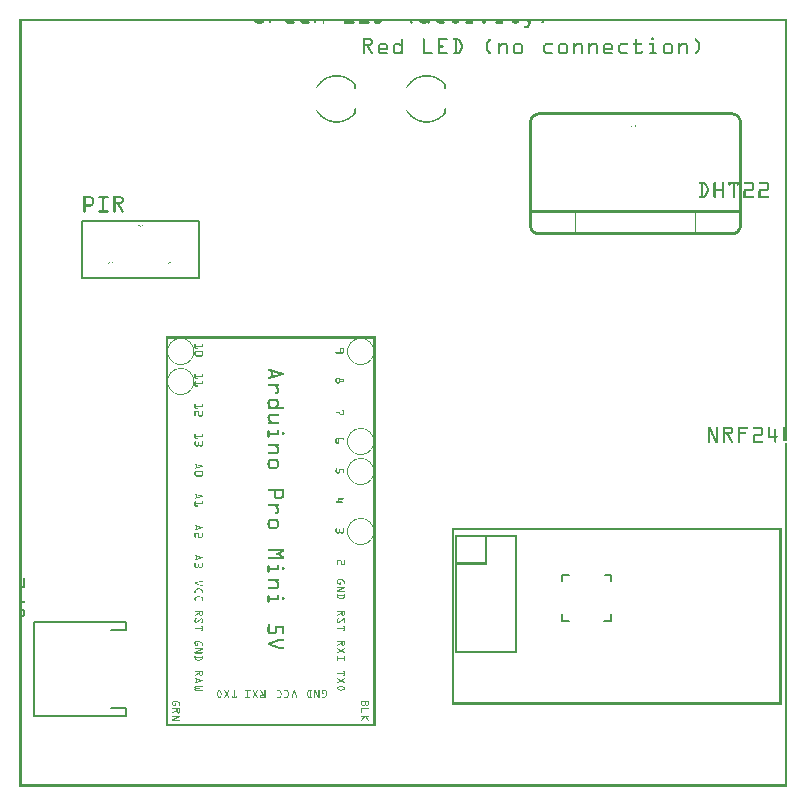
<source format=gto>
G04 MADE WITH FRITZING*
G04 WWW.FRITZING.ORG*
G04 DOUBLE SIDED*
G04 HOLES PLATED*
G04 CONTOUR ON CENTER OF CONTOUR VECTOR*
%ASAXBY*%
%FSLAX23Y23*%
%MOIN*%
%OFA0B0*%
%SFA1.0B1.0*%
%ADD10R,0.395000X0.195000X0.385000X0.185000*%
%ADD11C,0.005000*%
%ADD12C,0.008000*%
%ADD13C,0.005556*%
%ADD14R,0.001000X0.001000*%
%LNSILK1*%
G90*
G70*
G54D11*
X210Y1888D02*
X600Y1888D01*
X600Y1698D01*
X210Y1698D01*
X210Y1888D01*
D02*
G54D12*
X356Y235D02*
X49Y235D01*
D02*
X49Y235D02*
X49Y550D01*
D02*
X49Y550D02*
X356Y550D01*
D02*
X356Y235D02*
X356Y263D01*
D02*
X356Y550D02*
X356Y523D01*
D02*
X356Y263D02*
X305Y263D01*
D02*
X356Y523D02*
X305Y523D01*
G54D13*
X1810Y687D02*
X1810Y708D01*
X1832Y708D01*
D02*
X1972Y575D02*
X1972Y554D01*
X1950Y554D01*
D02*
X1831Y554D02*
X1810Y554D01*
X1810Y576D01*
D02*
X1951Y708D02*
X1972Y708D01*
X1972Y685D01*
D02*
G54D14*
X0Y2559D02*
X2558Y2559D01*
X0Y2558D02*
X2558Y2558D01*
X0Y2557D02*
X2558Y2557D01*
X0Y2556D02*
X2558Y2556D01*
X0Y2555D02*
X2558Y2555D01*
X0Y2554D02*
X2558Y2554D01*
X0Y2553D02*
X2558Y2553D01*
X0Y2552D02*
X2558Y2552D01*
X0Y2551D02*
X7Y2551D01*
X784Y2551D02*
X816Y2551D01*
X833Y2551D02*
X839Y2551D01*
X885Y2551D02*
X915Y2551D01*
X935Y2551D02*
X965Y2551D01*
X983Y2551D02*
X989Y2551D01*
X1011Y2551D02*
X1016Y2551D01*
X1083Y2551D02*
X1115Y2551D01*
X1133Y2551D02*
X1165Y2551D01*
X1184Y2551D02*
X1208Y2551D01*
X1301Y2551D02*
X1309Y2551D01*
X1334Y2551D02*
X1367Y2551D01*
X1388Y2551D02*
X1415Y2551D01*
X1441Y2551D02*
X1466Y2551D01*
X1488Y2551D02*
X1512Y2551D01*
X1543Y2551D02*
X1556Y2551D01*
X1588Y2551D02*
X1612Y2551D01*
X1641Y2551D02*
X1666Y2551D01*
X1693Y2551D02*
X1706Y2551D01*
X1741Y2551D02*
X1749Y2551D01*
X2551Y2551D02*
X2558Y2551D01*
X0Y2550D02*
X7Y2550D01*
X785Y2550D02*
X815Y2550D01*
X833Y2550D02*
X839Y2550D01*
X886Y2550D02*
X916Y2550D01*
X936Y2550D02*
X966Y2550D01*
X983Y2550D02*
X989Y2550D01*
X1011Y2550D02*
X1017Y2550D01*
X1083Y2550D02*
X1116Y2550D01*
X1133Y2550D02*
X1166Y2550D01*
X1184Y2550D02*
X1207Y2550D01*
X1301Y2550D02*
X1309Y2550D01*
X1334Y2550D02*
X1367Y2550D01*
X1390Y2550D02*
X1416Y2550D01*
X1441Y2550D02*
X1465Y2550D01*
X1487Y2550D02*
X1513Y2550D01*
X1544Y2550D02*
X1556Y2550D01*
X1587Y2550D02*
X1613Y2550D01*
X1641Y2550D02*
X1665Y2550D01*
X1694Y2550D02*
X1706Y2550D01*
X1740Y2550D02*
X1748Y2550D01*
X2551Y2550D02*
X2558Y2550D01*
X0Y2549D02*
X7Y2549D01*
X785Y2549D02*
X814Y2549D01*
X833Y2549D02*
X839Y2549D01*
X887Y2549D02*
X917Y2549D01*
X937Y2549D02*
X967Y2549D01*
X983Y2549D02*
X989Y2549D01*
X1011Y2549D02*
X1017Y2549D01*
X1083Y2549D02*
X1117Y2549D01*
X1133Y2549D02*
X1167Y2549D01*
X1183Y2549D02*
X1207Y2549D01*
X1302Y2549D02*
X1310Y2549D01*
X1335Y2549D02*
X1367Y2549D01*
X1391Y2549D02*
X1417Y2549D01*
X1442Y2549D02*
X1464Y2549D01*
X1487Y2549D02*
X1513Y2549D01*
X1544Y2549D02*
X1556Y2549D01*
X1587Y2549D02*
X1613Y2549D01*
X1642Y2549D02*
X1664Y2549D01*
X1694Y2549D02*
X1706Y2549D01*
X1740Y2549D02*
X1747Y2549D01*
X2551Y2549D02*
X2558Y2549D01*
X0Y2548D02*
X7Y2548D01*
X786Y2548D02*
X814Y2548D01*
X833Y2548D02*
X839Y2548D01*
X888Y2548D02*
X917Y2548D01*
X938Y2548D02*
X967Y2548D01*
X983Y2548D02*
X989Y2548D01*
X1011Y2548D02*
X1016Y2548D01*
X1083Y2548D02*
X1117Y2548D01*
X1133Y2548D02*
X1167Y2548D01*
X1183Y2548D02*
X1206Y2548D01*
X1303Y2548D02*
X1310Y2548D01*
X1336Y2548D02*
X1367Y2548D01*
X1392Y2548D02*
X1417Y2548D01*
X1443Y2548D02*
X1464Y2548D01*
X1487Y2548D02*
X1513Y2548D01*
X1544Y2548D02*
X1555Y2548D01*
X1587Y2548D02*
X1613Y2548D01*
X1643Y2548D02*
X1664Y2548D01*
X1696Y2548D02*
X1705Y2548D01*
X1740Y2548D02*
X1747Y2548D01*
X2551Y2548D02*
X2558Y2548D01*
X0Y2547D02*
X7Y2547D01*
X787Y2547D02*
X812Y2547D01*
X833Y2547D02*
X839Y2547D01*
X890Y2547D02*
X916Y2547D01*
X940Y2547D02*
X966Y2547D01*
X983Y2547D02*
X989Y2547D01*
X1011Y2547D02*
X1016Y2547D01*
X1083Y2547D02*
X1116Y2547D01*
X1133Y2547D02*
X1166Y2547D01*
X1183Y2547D02*
X1205Y2547D01*
X1304Y2547D02*
X1309Y2547D01*
X1337Y2547D02*
X1357Y2547D01*
X1361Y2547D02*
X1366Y2547D01*
X1393Y2547D02*
X1416Y2547D01*
X1444Y2547D02*
X1462Y2547D01*
X1487Y2547D02*
X1513Y2547D01*
X1545Y2547D02*
X1555Y2547D01*
X1587Y2547D02*
X1613Y2547D01*
X1644Y2547D02*
X1662Y2547D01*
X1698Y2547D02*
X1705Y2547D01*
X1740Y2547D02*
X1746Y2547D01*
X2551Y2547D02*
X2558Y2547D01*
X0Y2546D02*
X7Y2546D01*
X789Y2546D02*
X811Y2546D01*
X834Y2546D02*
X838Y2546D01*
X891Y2546D02*
X916Y2546D01*
X941Y2546D02*
X966Y2546D01*
X984Y2546D02*
X988Y2546D01*
X1012Y2546D02*
X1016Y2546D01*
X1083Y2546D02*
X1116Y2546D01*
X1133Y2546D02*
X1166Y2546D01*
X1184Y2546D02*
X1203Y2546D01*
X1305Y2546D02*
X1309Y2546D01*
X1339Y2546D02*
X1356Y2546D01*
X1362Y2546D02*
X1366Y2546D01*
X1395Y2546D02*
X1416Y2546D01*
X1446Y2546D02*
X1461Y2546D01*
X1487Y2546D02*
X1512Y2546D01*
X1546Y2546D02*
X1554Y2546D01*
X1587Y2546D02*
X1612Y2546D01*
X1646Y2546D02*
X1661Y2546D01*
X1698Y2546D02*
X1704Y2546D01*
X1741Y2546D02*
X1745Y2546D01*
X2551Y2546D02*
X2558Y2546D01*
X0Y2545D02*
X7Y2545D01*
X792Y2545D02*
X808Y2545D01*
X836Y2545D02*
X836Y2545D01*
X894Y2545D02*
X914Y2545D01*
X944Y2545D02*
X964Y2545D01*
X986Y2545D02*
X986Y2545D01*
X1013Y2545D02*
X1014Y2545D01*
X1083Y2545D02*
X1114Y2545D01*
X1133Y2545D02*
X1164Y2545D01*
X1186Y2545D02*
X1200Y2545D01*
X1306Y2545D02*
X1307Y2545D01*
X1342Y2545D02*
X1354Y2545D01*
X1363Y2545D02*
X1364Y2545D01*
X1398Y2545D02*
X1414Y2545D01*
X1449Y2545D02*
X1458Y2545D01*
X1489Y2545D02*
X1510Y2545D01*
X1547Y2545D02*
X1553Y2545D01*
X1589Y2545D02*
X1610Y2545D01*
X1649Y2545D02*
X1658Y2545D01*
X1697Y2545D02*
X1704Y2545D01*
X1743Y2545D02*
X1743Y2545D01*
X2551Y2545D02*
X2558Y2545D01*
X0Y2544D02*
X7Y2544D01*
X1697Y2544D02*
X1703Y2544D01*
X2551Y2544D02*
X2558Y2544D01*
X0Y2543D02*
X7Y2543D01*
X1696Y2543D02*
X1703Y2543D01*
X2551Y2543D02*
X2558Y2543D01*
X0Y2542D02*
X7Y2542D01*
X1696Y2542D02*
X1703Y2542D01*
X2551Y2542D02*
X2558Y2542D01*
X0Y2541D02*
X7Y2541D01*
X1695Y2541D02*
X1702Y2541D01*
X2551Y2541D02*
X2558Y2541D01*
X0Y2540D02*
X7Y2540D01*
X1695Y2540D02*
X1702Y2540D01*
X2551Y2540D02*
X2558Y2540D01*
X0Y2539D02*
X7Y2539D01*
X1694Y2539D02*
X1701Y2539D01*
X2551Y2539D02*
X2558Y2539D01*
X0Y2538D02*
X7Y2538D01*
X1694Y2538D02*
X1701Y2538D01*
X2551Y2538D02*
X2558Y2538D01*
X0Y2537D02*
X7Y2537D01*
X1686Y2537D02*
X1700Y2537D01*
X2551Y2537D02*
X2558Y2537D01*
X0Y2536D02*
X7Y2536D01*
X1684Y2536D02*
X1700Y2536D01*
X2551Y2536D02*
X2558Y2536D01*
X0Y2535D02*
X7Y2535D01*
X1683Y2535D02*
X1699Y2535D01*
X2551Y2535D02*
X2558Y2535D01*
X0Y2534D02*
X7Y2534D01*
X1683Y2534D02*
X1699Y2534D01*
X2551Y2534D02*
X2558Y2534D01*
X0Y2533D02*
X7Y2533D01*
X1683Y2533D02*
X1699Y2533D01*
X2551Y2533D02*
X2558Y2533D01*
X0Y2532D02*
X7Y2532D01*
X1683Y2532D02*
X1698Y2532D01*
X2551Y2532D02*
X2558Y2532D01*
X0Y2531D02*
X7Y2531D01*
X1684Y2531D02*
X1697Y2531D01*
X2551Y2531D02*
X2558Y2531D01*
X0Y2530D02*
X7Y2530D01*
X2551Y2530D02*
X2558Y2530D01*
X0Y2529D02*
X7Y2529D01*
X2551Y2529D02*
X2558Y2529D01*
X0Y2528D02*
X7Y2528D01*
X2551Y2528D02*
X2558Y2528D01*
X0Y2527D02*
X7Y2527D01*
X2551Y2527D02*
X2558Y2527D01*
X0Y2526D02*
X7Y2526D01*
X2551Y2526D02*
X2558Y2526D01*
X0Y2525D02*
X7Y2525D01*
X2551Y2525D02*
X2558Y2525D01*
X0Y2524D02*
X7Y2524D01*
X2551Y2524D02*
X2558Y2524D01*
X0Y2523D02*
X7Y2523D01*
X2551Y2523D02*
X2558Y2523D01*
X0Y2522D02*
X7Y2522D01*
X2551Y2522D02*
X2558Y2522D01*
X0Y2521D02*
X7Y2521D01*
X2551Y2521D02*
X2558Y2521D01*
X0Y2520D02*
X7Y2520D01*
X2551Y2520D02*
X2558Y2520D01*
X0Y2519D02*
X7Y2519D01*
X2551Y2519D02*
X2558Y2519D01*
X0Y2518D02*
X7Y2518D01*
X2551Y2518D02*
X2558Y2518D01*
X0Y2517D02*
X7Y2517D01*
X2551Y2517D02*
X2558Y2517D01*
X0Y2516D02*
X7Y2516D01*
X2551Y2516D02*
X2558Y2516D01*
X0Y2515D02*
X7Y2515D01*
X2551Y2515D02*
X2558Y2515D01*
X0Y2514D02*
X7Y2514D01*
X2551Y2514D02*
X2558Y2514D01*
X0Y2513D02*
X7Y2513D01*
X2551Y2513D02*
X2558Y2513D01*
X0Y2512D02*
X7Y2512D01*
X2551Y2512D02*
X2558Y2512D01*
X0Y2511D02*
X7Y2511D01*
X2551Y2511D02*
X2558Y2511D01*
X0Y2510D02*
X7Y2510D01*
X2551Y2510D02*
X2558Y2510D01*
X0Y2509D02*
X7Y2509D01*
X2551Y2509D02*
X2558Y2509D01*
X0Y2508D02*
X7Y2508D01*
X2551Y2508D02*
X2558Y2508D01*
X0Y2507D02*
X7Y2507D01*
X2551Y2507D02*
X2558Y2507D01*
X0Y2506D02*
X7Y2506D01*
X2551Y2506D02*
X2558Y2506D01*
X0Y2505D02*
X7Y2505D01*
X2551Y2505D02*
X2558Y2505D01*
X0Y2504D02*
X7Y2504D01*
X2551Y2504D02*
X2558Y2504D01*
X0Y2503D02*
X7Y2503D01*
X2551Y2503D02*
X2558Y2503D01*
X0Y2502D02*
X7Y2502D01*
X2551Y2502D02*
X2558Y2502D01*
X0Y2501D02*
X7Y2501D01*
X2551Y2501D02*
X2558Y2501D01*
X0Y2500D02*
X7Y2500D01*
X2551Y2500D02*
X2558Y2500D01*
X0Y2499D02*
X7Y2499D01*
X2551Y2499D02*
X2558Y2499D01*
X0Y2498D02*
X7Y2498D01*
X2108Y2498D02*
X2112Y2498D01*
X2551Y2498D02*
X2558Y2498D01*
X0Y2497D02*
X7Y2497D01*
X2106Y2497D02*
X2114Y2497D01*
X2551Y2497D02*
X2558Y2497D01*
X0Y2496D02*
X7Y2496D01*
X2105Y2496D02*
X2114Y2496D01*
X2551Y2496D02*
X2558Y2496D01*
X0Y2495D02*
X7Y2495D01*
X1145Y2495D02*
X1170Y2495D01*
X1275Y2495D02*
X1276Y2495D01*
X1347Y2495D02*
X1348Y2495D01*
X1395Y2495D02*
X1426Y2495D01*
X1447Y2495D02*
X1462Y2495D01*
X1568Y2495D02*
X1569Y2495D01*
X2105Y2495D02*
X2115Y2495D01*
X2254Y2495D02*
X2255Y2495D01*
X2551Y2495D02*
X2558Y2495D01*
X0Y2494D02*
X7Y2494D01*
X1145Y2494D02*
X1173Y2494D01*
X1273Y2494D02*
X1277Y2494D01*
X1346Y2494D02*
X1350Y2494D01*
X1395Y2494D02*
X1427Y2494D01*
X1446Y2494D02*
X1465Y2494D01*
X1566Y2494D02*
X1571Y2494D01*
X2105Y2494D02*
X2115Y2494D01*
X2253Y2494D02*
X2257Y2494D01*
X2551Y2494D02*
X2558Y2494D01*
X0Y2493D02*
X7Y2493D01*
X1145Y2493D02*
X1174Y2493D01*
X1273Y2493D02*
X1278Y2493D01*
X1345Y2493D02*
X1351Y2493D01*
X1395Y2493D02*
X1428Y2493D01*
X1445Y2493D02*
X1466Y2493D01*
X1566Y2493D02*
X1571Y2493D01*
X2105Y2493D02*
X2115Y2493D01*
X2252Y2493D02*
X2258Y2493D01*
X2551Y2493D02*
X2558Y2493D01*
X0Y2492D02*
X7Y2492D01*
X1145Y2492D02*
X1175Y2492D01*
X1272Y2492D02*
X1278Y2492D01*
X1345Y2492D02*
X1351Y2492D01*
X1395Y2492D02*
X1428Y2492D01*
X1445Y2492D02*
X1468Y2492D01*
X1565Y2492D02*
X1571Y2492D01*
X2054Y2492D02*
X2055Y2492D01*
X2105Y2492D02*
X2115Y2492D01*
X2252Y2492D02*
X2258Y2492D01*
X2551Y2492D02*
X2558Y2492D01*
X0Y2491D02*
X7Y2491D01*
X1145Y2491D02*
X1176Y2491D01*
X1272Y2491D02*
X1278Y2491D01*
X1345Y2491D02*
X1351Y2491D01*
X1395Y2491D02*
X1428Y2491D01*
X1445Y2491D02*
X1468Y2491D01*
X1564Y2491D02*
X1571Y2491D01*
X2053Y2491D02*
X2057Y2491D01*
X2105Y2491D02*
X2114Y2491D01*
X2252Y2491D02*
X2259Y2491D01*
X2551Y2491D02*
X2558Y2491D01*
X0Y2490D02*
X7Y2490D01*
X1145Y2490D02*
X1177Y2490D01*
X1272Y2490D02*
X1278Y2490D01*
X1345Y2490D02*
X1351Y2490D01*
X1395Y2490D02*
X1428Y2490D01*
X1445Y2490D02*
X1469Y2490D01*
X1563Y2490D02*
X1571Y2490D01*
X2052Y2490D02*
X2057Y2490D01*
X2106Y2490D02*
X2114Y2490D01*
X2252Y2490D02*
X2260Y2490D01*
X2551Y2490D02*
X2558Y2490D01*
X0Y2489D02*
X7Y2489D01*
X1145Y2489D02*
X1177Y2489D01*
X1272Y2489D02*
X1278Y2489D01*
X1345Y2489D02*
X1351Y2489D01*
X1395Y2489D02*
X1427Y2489D01*
X1446Y2489D02*
X1470Y2489D01*
X1562Y2489D02*
X1570Y2489D01*
X2052Y2489D02*
X2058Y2489D01*
X2107Y2489D02*
X2113Y2489D01*
X2253Y2489D02*
X2261Y2489D01*
X2551Y2489D02*
X2558Y2489D01*
X0Y2488D02*
X7Y2488D01*
X1145Y2488D02*
X1151Y2488D01*
X1170Y2488D02*
X1178Y2488D01*
X1272Y2488D02*
X1278Y2488D01*
X1345Y2488D02*
X1351Y2488D01*
X1395Y2488D02*
X1401Y2488D01*
X1451Y2488D02*
X1458Y2488D01*
X1462Y2488D02*
X1470Y2488D01*
X1562Y2488D02*
X1570Y2488D01*
X2052Y2488D02*
X2058Y2488D01*
X2254Y2488D02*
X2262Y2488D01*
X2551Y2488D02*
X2558Y2488D01*
X0Y2487D02*
X7Y2487D01*
X1145Y2487D02*
X1151Y2487D01*
X1171Y2487D02*
X1178Y2487D01*
X1272Y2487D02*
X1278Y2487D01*
X1345Y2487D02*
X1351Y2487D01*
X1395Y2487D02*
X1401Y2487D01*
X1452Y2487D02*
X1458Y2487D01*
X1464Y2487D02*
X1471Y2487D01*
X1561Y2487D02*
X1569Y2487D01*
X2052Y2487D02*
X2058Y2487D01*
X2254Y2487D02*
X2262Y2487D01*
X2551Y2487D02*
X2558Y2487D01*
X0Y2486D02*
X7Y2486D01*
X1145Y2486D02*
X1151Y2486D01*
X1172Y2486D02*
X1178Y2486D01*
X1272Y2486D02*
X1278Y2486D01*
X1345Y2486D02*
X1351Y2486D01*
X1395Y2486D02*
X1401Y2486D01*
X1452Y2486D02*
X1458Y2486D01*
X1464Y2486D02*
X1471Y2486D01*
X1560Y2486D02*
X1568Y2486D01*
X2052Y2486D02*
X2058Y2486D01*
X2255Y2486D02*
X2263Y2486D01*
X2551Y2486D02*
X2558Y2486D01*
X0Y2485D02*
X7Y2485D01*
X1145Y2485D02*
X1151Y2485D01*
X1172Y2485D02*
X1178Y2485D01*
X1272Y2485D02*
X1278Y2485D01*
X1345Y2485D02*
X1351Y2485D01*
X1395Y2485D02*
X1401Y2485D01*
X1452Y2485D02*
X1458Y2485D01*
X1465Y2485D02*
X1472Y2485D01*
X1559Y2485D02*
X1567Y2485D01*
X2052Y2485D02*
X2058Y2485D01*
X2256Y2485D02*
X2264Y2485D01*
X2551Y2485D02*
X2558Y2485D01*
X0Y2484D02*
X7Y2484D01*
X1145Y2484D02*
X1151Y2484D01*
X1172Y2484D02*
X1178Y2484D01*
X1272Y2484D02*
X1278Y2484D01*
X1345Y2484D02*
X1351Y2484D01*
X1395Y2484D02*
X1401Y2484D01*
X1452Y2484D02*
X1458Y2484D01*
X1465Y2484D02*
X1472Y2484D01*
X1558Y2484D02*
X1566Y2484D01*
X2052Y2484D02*
X2058Y2484D01*
X2257Y2484D02*
X2265Y2484D01*
X2551Y2484D02*
X2558Y2484D01*
X0Y2483D02*
X7Y2483D01*
X1145Y2483D02*
X1151Y2483D01*
X1172Y2483D02*
X1178Y2483D01*
X1272Y2483D02*
X1278Y2483D01*
X1345Y2483D02*
X1351Y2483D01*
X1395Y2483D02*
X1401Y2483D01*
X1452Y2483D02*
X1458Y2483D01*
X1466Y2483D02*
X1473Y2483D01*
X1558Y2483D02*
X1566Y2483D01*
X2052Y2483D02*
X2058Y2483D01*
X2258Y2483D02*
X2265Y2483D01*
X2551Y2483D02*
X2558Y2483D01*
X0Y2482D02*
X7Y2482D01*
X1145Y2482D02*
X1151Y2482D01*
X1172Y2482D02*
X1178Y2482D01*
X1272Y2482D02*
X1278Y2482D01*
X1345Y2482D02*
X1351Y2482D01*
X1395Y2482D02*
X1401Y2482D01*
X1452Y2482D02*
X1458Y2482D01*
X1466Y2482D02*
X1473Y2482D01*
X1557Y2482D02*
X1565Y2482D01*
X2052Y2482D02*
X2058Y2482D01*
X2258Y2482D02*
X2266Y2482D01*
X2551Y2482D02*
X2558Y2482D01*
X0Y2481D02*
X7Y2481D01*
X1145Y2481D02*
X1151Y2481D01*
X1172Y2481D02*
X1178Y2481D01*
X1272Y2481D02*
X1278Y2481D01*
X1345Y2481D02*
X1351Y2481D01*
X1395Y2481D02*
X1401Y2481D01*
X1452Y2481D02*
X1458Y2481D01*
X1467Y2481D02*
X1474Y2481D01*
X1557Y2481D02*
X1564Y2481D01*
X2052Y2481D02*
X2058Y2481D01*
X2259Y2481D02*
X2267Y2481D01*
X2551Y2481D02*
X2558Y2481D01*
X0Y2480D02*
X7Y2480D01*
X1145Y2480D02*
X1151Y2480D01*
X1172Y2480D02*
X1178Y2480D01*
X1205Y2480D02*
X1219Y2480D01*
X1255Y2480D02*
X1265Y2480D01*
X1272Y2480D02*
X1278Y2480D01*
X1345Y2480D02*
X1351Y2480D01*
X1395Y2480D02*
X1401Y2480D01*
X1452Y2480D02*
X1458Y2480D01*
X1467Y2480D02*
X1474Y2480D01*
X1556Y2480D02*
X1563Y2480D01*
X1597Y2480D02*
X1599Y2480D01*
X1611Y2480D02*
X1620Y2480D01*
X1655Y2480D02*
X1669Y2480D01*
X1758Y2480D02*
X1777Y2480D01*
X1805Y2480D02*
X1819Y2480D01*
X1847Y2480D02*
X1849Y2480D01*
X1861Y2480D02*
X1870Y2480D01*
X1897Y2480D02*
X1899Y2480D01*
X1911Y2480D02*
X1920Y2480D01*
X1955Y2480D02*
X1969Y2480D01*
X2008Y2480D02*
X2027Y2480D01*
X2047Y2480D02*
X2073Y2480D01*
X2100Y2480D02*
X2113Y2480D01*
X2155Y2480D02*
X2168Y2480D01*
X2197Y2480D02*
X2199Y2480D01*
X2211Y2480D02*
X2220Y2480D01*
X2260Y2480D02*
X2267Y2480D01*
X2551Y2480D02*
X2558Y2480D01*
X0Y2479D02*
X7Y2479D01*
X1145Y2479D02*
X1151Y2479D01*
X1172Y2479D02*
X1178Y2479D01*
X1202Y2479D02*
X1221Y2479D01*
X1252Y2479D02*
X1267Y2479D01*
X1272Y2479D02*
X1278Y2479D01*
X1345Y2479D02*
X1351Y2479D01*
X1395Y2479D02*
X1401Y2479D01*
X1452Y2479D02*
X1458Y2479D01*
X1468Y2479D02*
X1475Y2479D01*
X1556Y2479D02*
X1563Y2479D01*
X1596Y2479D02*
X1600Y2479D01*
X1609Y2479D02*
X1622Y2479D01*
X1652Y2479D02*
X1671Y2479D01*
X1756Y2479D02*
X1778Y2479D01*
X1802Y2479D02*
X1821Y2479D01*
X1846Y2479D02*
X1850Y2479D01*
X1859Y2479D02*
X1872Y2479D01*
X1896Y2479D02*
X1900Y2479D01*
X1909Y2479D02*
X1922Y2479D01*
X1952Y2479D02*
X1971Y2479D01*
X2006Y2479D02*
X2028Y2479D01*
X2046Y2479D02*
X2074Y2479D01*
X2099Y2479D02*
X2114Y2479D01*
X2152Y2479D02*
X2171Y2479D01*
X2196Y2479D02*
X2200Y2479D01*
X2209Y2479D02*
X2222Y2479D01*
X2261Y2479D02*
X2267Y2479D01*
X2551Y2479D02*
X2558Y2479D01*
X0Y2478D02*
X7Y2478D01*
X1145Y2478D02*
X1151Y2478D01*
X1170Y2478D02*
X1178Y2478D01*
X1201Y2478D02*
X1222Y2478D01*
X1251Y2478D02*
X1269Y2478D01*
X1272Y2478D02*
X1278Y2478D01*
X1345Y2478D02*
X1351Y2478D01*
X1395Y2478D02*
X1401Y2478D01*
X1452Y2478D02*
X1458Y2478D01*
X1468Y2478D02*
X1475Y2478D01*
X1556Y2478D02*
X1562Y2478D01*
X1595Y2478D02*
X1601Y2478D01*
X1607Y2478D02*
X1624Y2478D01*
X1651Y2478D02*
X1672Y2478D01*
X1754Y2478D02*
X1778Y2478D01*
X1801Y2478D02*
X1822Y2478D01*
X1845Y2478D02*
X1851Y2478D01*
X1857Y2478D02*
X1874Y2478D01*
X1895Y2478D02*
X1901Y2478D01*
X1907Y2478D02*
X1924Y2478D01*
X1951Y2478D02*
X1972Y2478D01*
X2004Y2478D02*
X2028Y2478D01*
X2045Y2478D02*
X2075Y2478D01*
X2098Y2478D02*
X2114Y2478D01*
X2151Y2478D02*
X2172Y2478D01*
X2195Y2478D02*
X2201Y2478D01*
X2207Y2478D02*
X2224Y2478D01*
X2261Y2478D02*
X2268Y2478D01*
X2551Y2478D02*
X2558Y2478D01*
X0Y2477D02*
X7Y2477D01*
X1145Y2477D02*
X1178Y2477D01*
X1200Y2477D02*
X1223Y2477D01*
X1250Y2477D02*
X1270Y2477D01*
X1272Y2477D02*
X1278Y2477D01*
X1345Y2477D02*
X1351Y2477D01*
X1395Y2477D02*
X1401Y2477D01*
X1452Y2477D02*
X1458Y2477D01*
X1469Y2477D02*
X1476Y2477D01*
X1555Y2477D02*
X1562Y2477D01*
X1595Y2477D02*
X1601Y2477D01*
X1606Y2477D02*
X1625Y2477D01*
X1650Y2477D02*
X1673Y2477D01*
X1753Y2477D02*
X1778Y2477D01*
X1800Y2477D02*
X1823Y2477D01*
X1845Y2477D02*
X1851Y2477D01*
X1856Y2477D02*
X1875Y2477D01*
X1895Y2477D02*
X1901Y2477D01*
X1906Y2477D02*
X1925Y2477D01*
X1950Y2477D02*
X1973Y2477D01*
X2003Y2477D02*
X2028Y2477D01*
X2045Y2477D02*
X2075Y2477D01*
X2098Y2477D02*
X2115Y2477D01*
X2150Y2477D02*
X2173Y2477D01*
X2195Y2477D02*
X2201Y2477D01*
X2206Y2477D02*
X2225Y2477D01*
X2262Y2477D02*
X2268Y2477D01*
X2551Y2477D02*
X2558Y2477D01*
X0Y2476D02*
X7Y2476D01*
X1145Y2476D02*
X1177Y2476D01*
X1199Y2476D02*
X1225Y2476D01*
X1249Y2476D02*
X1278Y2476D01*
X1345Y2476D02*
X1351Y2476D01*
X1395Y2476D02*
X1401Y2476D01*
X1452Y2476D02*
X1458Y2476D01*
X1469Y2476D02*
X1476Y2476D01*
X1555Y2476D02*
X1561Y2476D01*
X1595Y2476D02*
X1601Y2476D01*
X1604Y2476D02*
X1626Y2476D01*
X1649Y2476D02*
X1675Y2476D01*
X1752Y2476D02*
X1778Y2476D01*
X1799Y2476D02*
X1825Y2476D01*
X1845Y2476D02*
X1851Y2476D01*
X1854Y2476D02*
X1876Y2476D01*
X1895Y2476D02*
X1901Y2476D01*
X1904Y2476D02*
X1926Y2476D01*
X1949Y2476D02*
X1975Y2476D01*
X2002Y2476D02*
X2028Y2476D01*
X2045Y2476D02*
X2075Y2476D01*
X2098Y2476D02*
X2115Y2476D01*
X2149Y2476D02*
X2175Y2476D01*
X2195Y2476D02*
X2201Y2476D01*
X2204Y2476D02*
X2226Y2476D01*
X2262Y2476D02*
X2268Y2476D01*
X2551Y2476D02*
X2558Y2476D01*
X0Y2475D02*
X7Y2475D01*
X1145Y2475D02*
X1176Y2475D01*
X1198Y2475D02*
X1226Y2475D01*
X1248Y2475D02*
X1278Y2475D01*
X1345Y2475D02*
X1351Y2475D01*
X1395Y2475D02*
X1401Y2475D01*
X1452Y2475D02*
X1458Y2475D01*
X1470Y2475D02*
X1477Y2475D01*
X1555Y2475D02*
X1561Y2475D01*
X1595Y2475D02*
X1626Y2475D01*
X1648Y2475D02*
X1676Y2475D01*
X1751Y2475D02*
X1778Y2475D01*
X1798Y2475D02*
X1826Y2475D01*
X1845Y2475D02*
X1876Y2475D01*
X1895Y2475D02*
X1926Y2475D01*
X1948Y2475D02*
X1976Y2475D01*
X2001Y2475D02*
X2028Y2475D01*
X2045Y2475D02*
X2074Y2475D01*
X2099Y2475D02*
X2115Y2475D01*
X2148Y2475D02*
X2176Y2475D01*
X2195Y2475D02*
X2226Y2475D01*
X2262Y2475D02*
X2268Y2475D01*
X2551Y2475D02*
X2558Y2475D01*
X0Y2474D02*
X7Y2474D01*
X1145Y2474D02*
X1176Y2474D01*
X1197Y2474D02*
X1226Y2474D01*
X1247Y2474D02*
X1278Y2474D01*
X1345Y2474D02*
X1351Y2474D01*
X1395Y2474D02*
X1401Y2474D01*
X1452Y2474D02*
X1458Y2474D01*
X1471Y2474D02*
X1477Y2474D01*
X1555Y2474D02*
X1561Y2474D01*
X1595Y2474D02*
X1627Y2474D01*
X1647Y2474D02*
X1676Y2474D01*
X1750Y2474D02*
X1777Y2474D01*
X1797Y2474D02*
X1826Y2474D01*
X1845Y2474D02*
X1877Y2474D01*
X1895Y2474D02*
X1927Y2474D01*
X1947Y2474D02*
X1976Y2474D01*
X2000Y2474D02*
X2027Y2474D01*
X2047Y2474D02*
X2073Y2474D01*
X2100Y2474D02*
X2115Y2474D01*
X2147Y2474D02*
X2176Y2474D01*
X2195Y2474D02*
X2227Y2474D01*
X2262Y2474D02*
X2268Y2474D01*
X2551Y2474D02*
X2558Y2474D01*
X0Y2473D02*
X7Y2473D01*
X1145Y2473D02*
X1175Y2473D01*
X1196Y2473D02*
X1205Y2473D01*
X1218Y2473D02*
X1227Y2473D01*
X1246Y2473D02*
X1255Y2473D01*
X1265Y2473D02*
X1278Y2473D01*
X1345Y2473D02*
X1351Y2473D01*
X1395Y2473D02*
X1401Y2473D01*
X1452Y2473D02*
X1458Y2473D01*
X1471Y2473D02*
X1478Y2473D01*
X1555Y2473D02*
X1561Y2473D01*
X1595Y2473D02*
X1611Y2473D01*
X1620Y2473D02*
X1627Y2473D01*
X1646Y2473D02*
X1655Y2473D01*
X1668Y2473D02*
X1677Y2473D01*
X1749Y2473D02*
X1759Y2473D01*
X1796Y2473D02*
X1805Y2473D01*
X1818Y2473D02*
X1827Y2473D01*
X1845Y2473D02*
X1861Y2473D01*
X1870Y2473D02*
X1877Y2473D01*
X1895Y2473D02*
X1911Y2473D01*
X1920Y2473D02*
X1927Y2473D01*
X1946Y2473D02*
X1955Y2473D01*
X1968Y2473D02*
X1977Y2473D01*
X1999Y2473D02*
X2009Y2473D01*
X2052Y2473D02*
X2058Y2473D01*
X2109Y2473D02*
X2115Y2473D01*
X2146Y2473D02*
X2155Y2473D01*
X2168Y2473D02*
X2177Y2473D01*
X2195Y2473D02*
X2211Y2473D01*
X2220Y2473D02*
X2227Y2473D01*
X2262Y2473D02*
X2268Y2473D01*
X2551Y2473D02*
X2558Y2473D01*
X0Y2472D02*
X7Y2472D01*
X1145Y2472D02*
X1173Y2472D01*
X1196Y2472D02*
X1204Y2472D01*
X1220Y2472D02*
X1228Y2472D01*
X1246Y2472D02*
X1254Y2472D01*
X1266Y2472D02*
X1278Y2472D01*
X1345Y2472D02*
X1351Y2472D01*
X1395Y2472D02*
X1401Y2472D01*
X1452Y2472D02*
X1458Y2472D01*
X1471Y2472D02*
X1478Y2472D01*
X1555Y2472D02*
X1561Y2472D01*
X1595Y2472D02*
X1610Y2472D01*
X1621Y2472D02*
X1627Y2472D01*
X1646Y2472D02*
X1654Y2472D01*
X1670Y2472D02*
X1678Y2472D01*
X1748Y2472D02*
X1757Y2472D01*
X1796Y2472D02*
X1804Y2472D01*
X1820Y2472D02*
X1828Y2472D01*
X1845Y2472D02*
X1860Y2472D01*
X1871Y2472D02*
X1877Y2472D01*
X1895Y2472D02*
X1910Y2472D01*
X1921Y2472D02*
X1927Y2472D01*
X1946Y2472D02*
X1954Y2472D01*
X1970Y2472D02*
X1978Y2472D01*
X1998Y2472D02*
X2007Y2472D01*
X2052Y2472D02*
X2058Y2472D01*
X2109Y2472D02*
X2115Y2472D01*
X2146Y2472D02*
X2154Y2472D01*
X2170Y2472D02*
X2178Y2472D01*
X2195Y2472D02*
X2210Y2472D01*
X2221Y2472D02*
X2227Y2472D01*
X2262Y2472D02*
X2268Y2472D01*
X2551Y2472D02*
X2558Y2472D01*
X0Y2471D02*
X7Y2471D01*
X1145Y2471D02*
X1171Y2471D01*
X1195Y2471D02*
X1203Y2471D01*
X1221Y2471D02*
X1228Y2471D01*
X1245Y2471D02*
X1253Y2471D01*
X1267Y2471D02*
X1278Y2471D01*
X1345Y2471D02*
X1351Y2471D01*
X1395Y2471D02*
X1413Y2471D01*
X1452Y2471D02*
X1458Y2471D01*
X1472Y2471D02*
X1478Y2471D01*
X1555Y2471D02*
X1561Y2471D01*
X1595Y2471D02*
X1608Y2471D01*
X1621Y2471D02*
X1627Y2471D01*
X1645Y2471D02*
X1653Y2471D01*
X1671Y2471D02*
X1678Y2471D01*
X1747Y2471D02*
X1756Y2471D01*
X1795Y2471D02*
X1803Y2471D01*
X1821Y2471D02*
X1828Y2471D01*
X1845Y2471D02*
X1858Y2471D01*
X1871Y2471D02*
X1877Y2471D01*
X1895Y2471D02*
X1908Y2471D01*
X1921Y2471D02*
X1927Y2471D01*
X1945Y2471D02*
X1953Y2471D01*
X1971Y2471D02*
X1978Y2471D01*
X1997Y2471D02*
X2006Y2471D01*
X2052Y2471D02*
X2058Y2471D01*
X2109Y2471D02*
X2115Y2471D01*
X2145Y2471D02*
X2153Y2471D01*
X2171Y2471D02*
X2178Y2471D01*
X2195Y2471D02*
X2208Y2471D01*
X2221Y2471D02*
X2227Y2471D01*
X2262Y2471D02*
X2268Y2471D01*
X2551Y2471D02*
X2558Y2471D01*
X0Y2470D02*
X7Y2470D01*
X1145Y2470D02*
X1151Y2470D01*
X1157Y2470D02*
X1164Y2470D01*
X1195Y2470D02*
X1202Y2470D01*
X1222Y2470D02*
X1228Y2470D01*
X1245Y2470D02*
X1252Y2470D01*
X1268Y2470D02*
X1278Y2470D01*
X1345Y2470D02*
X1351Y2470D01*
X1395Y2470D02*
X1414Y2470D01*
X1452Y2470D02*
X1458Y2470D01*
X1472Y2470D02*
X1478Y2470D01*
X1555Y2470D02*
X1561Y2470D01*
X1595Y2470D02*
X1607Y2470D01*
X1621Y2470D02*
X1628Y2470D01*
X1645Y2470D02*
X1652Y2470D01*
X1672Y2470D02*
X1678Y2470D01*
X1746Y2470D02*
X1755Y2470D01*
X1795Y2470D02*
X1802Y2470D01*
X1822Y2470D02*
X1828Y2470D01*
X1845Y2470D02*
X1857Y2470D01*
X1871Y2470D02*
X1878Y2470D01*
X1895Y2470D02*
X1907Y2470D01*
X1921Y2470D02*
X1928Y2470D01*
X1945Y2470D02*
X1952Y2470D01*
X1972Y2470D02*
X1978Y2470D01*
X1996Y2470D02*
X2005Y2470D01*
X2052Y2470D02*
X2058Y2470D01*
X2109Y2470D02*
X2115Y2470D01*
X2145Y2470D02*
X2152Y2470D01*
X2172Y2470D02*
X2178Y2470D01*
X2195Y2470D02*
X2207Y2470D01*
X2221Y2470D02*
X2228Y2470D01*
X2262Y2470D02*
X2268Y2470D01*
X2551Y2470D02*
X2558Y2470D01*
X0Y2469D02*
X7Y2469D01*
X1145Y2469D02*
X1151Y2469D01*
X1158Y2469D02*
X1165Y2469D01*
X1195Y2469D02*
X1201Y2469D01*
X1222Y2469D02*
X1228Y2469D01*
X1245Y2469D02*
X1251Y2469D01*
X1269Y2469D02*
X1278Y2469D01*
X1345Y2469D02*
X1351Y2469D01*
X1395Y2469D02*
X1414Y2469D01*
X1452Y2469D02*
X1458Y2469D01*
X1472Y2469D02*
X1478Y2469D01*
X1555Y2469D02*
X1561Y2469D01*
X1595Y2469D02*
X1605Y2469D01*
X1622Y2469D02*
X1628Y2469D01*
X1645Y2469D02*
X1651Y2469D01*
X1672Y2469D02*
X1678Y2469D01*
X1746Y2469D02*
X1754Y2469D01*
X1795Y2469D02*
X1801Y2469D01*
X1822Y2469D02*
X1828Y2469D01*
X1845Y2469D02*
X1855Y2469D01*
X1872Y2469D02*
X1878Y2469D01*
X1895Y2469D02*
X1905Y2469D01*
X1922Y2469D02*
X1928Y2469D01*
X1945Y2469D02*
X1951Y2469D01*
X1972Y2469D02*
X1978Y2469D01*
X1996Y2469D02*
X2004Y2469D01*
X2052Y2469D02*
X2058Y2469D01*
X2109Y2469D02*
X2115Y2469D01*
X2145Y2469D02*
X2151Y2469D01*
X2172Y2469D02*
X2178Y2469D01*
X2195Y2469D02*
X2205Y2469D01*
X2222Y2469D02*
X2228Y2469D01*
X2262Y2469D02*
X2268Y2469D01*
X2551Y2469D02*
X2558Y2469D01*
X0Y2468D02*
X7Y2468D01*
X1145Y2468D02*
X1151Y2468D01*
X1158Y2468D02*
X1165Y2468D01*
X1195Y2468D02*
X1201Y2468D01*
X1222Y2468D02*
X1228Y2468D01*
X1245Y2468D02*
X1251Y2468D01*
X1271Y2468D02*
X1278Y2468D01*
X1345Y2468D02*
X1351Y2468D01*
X1395Y2468D02*
X1415Y2468D01*
X1452Y2468D02*
X1458Y2468D01*
X1472Y2468D02*
X1478Y2468D01*
X1555Y2468D02*
X1561Y2468D01*
X1595Y2468D02*
X1604Y2468D01*
X1622Y2468D02*
X1628Y2468D01*
X1645Y2468D02*
X1651Y2468D01*
X1672Y2468D02*
X1678Y2468D01*
X1745Y2468D02*
X1753Y2468D01*
X1795Y2468D02*
X1801Y2468D01*
X1822Y2468D02*
X1828Y2468D01*
X1845Y2468D02*
X1854Y2468D01*
X1872Y2468D02*
X1878Y2468D01*
X1895Y2468D02*
X1904Y2468D01*
X1922Y2468D02*
X1928Y2468D01*
X1945Y2468D02*
X1951Y2468D01*
X1972Y2468D02*
X1978Y2468D01*
X1995Y2468D02*
X2003Y2468D01*
X2052Y2468D02*
X2058Y2468D01*
X2109Y2468D02*
X2115Y2468D01*
X2145Y2468D02*
X2151Y2468D01*
X2172Y2468D02*
X2178Y2468D01*
X2195Y2468D02*
X2204Y2468D01*
X2222Y2468D02*
X2228Y2468D01*
X2262Y2468D02*
X2268Y2468D01*
X2551Y2468D02*
X2558Y2468D01*
X0Y2467D02*
X7Y2467D01*
X1145Y2467D02*
X1151Y2467D01*
X1159Y2467D02*
X1166Y2467D01*
X1195Y2467D02*
X1201Y2467D01*
X1222Y2467D02*
X1228Y2467D01*
X1245Y2467D02*
X1251Y2467D01*
X1272Y2467D02*
X1278Y2467D01*
X1345Y2467D02*
X1351Y2467D01*
X1395Y2467D02*
X1414Y2467D01*
X1452Y2467D02*
X1458Y2467D01*
X1472Y2467D02*
X1478Y2467D01*
X1555Y2467D02*
X1561Y2467D01*
X1595Y2467D02*
X1602Y2467D01*
X1622Y2467D02*
X1628Y2467D01*
X1645Y2467D02*
X1651Y2467D01*
X1672Y2467D02*
X1678Y2467D01*
X1745Y2467D02*
X1752Y2467D01*
X1795Y2467D02*
X1801Y2467D01*
X1822Y2467D02*
X1828Y2467D01*
X1845Y2467D02*
X1852Y2467D01*
X1872Y2467D02*
X1878Y2467D01*
X1895Y2467D02*
X1902Y2467D01*
X1922Y2467D02*
X1928Y2467D01*
X1945Y2467D02*
X1951Y2467D01*
X1972Y2467D02*
X1978Y2467D01*
X1995Y2467D02*
X2002Y2467D01*
X2052Y2467D02*
X2058Y2467D01*
X2109Y2467D02*
X2115Y2467D01*
X2145Y2467D02*
X2151Y2467D01*
X2172Y2467D02*
X2178Y2467D01*
X2195Y2467D02*
X2202Y2467D01*
X2222Y2467D02*
X2228Y2467D01*
X2262Y2467D02*
X2268Y2467D01*
X2551Y2467D02*
X2558Y2467D01*
X0Y2466D02*
X7Y2466D01*
X1145Y2466D02*
X1151Y2466D01*
X1159Y2466D02*
X1166Y2466D01*
X1195Y2466D02*
X1201Y2466D01*
X1222Y2466D02*
X1228Y2466D01*
X1245Y2466D02*
X1251Y2466D01*
X1272Y2466D02*
X1278Y2466D01*
X1345Y2466D02*
X1351Y2466D01*
X1395Y2466D02*
X1414Y2466D01*
X1452Y2466D02*
X1458Y2466D01*
X1472Y2466D02*
X1478Y2466D01*
X1555Y2466D02*
X1561Y2466D01*
X1595Y2466D02*
X1601Y2466D01*
X1622Y2466D02*
X1628Y2466D01*
X1645Y2466D02*
X1651Y2466D01*
X1672Y2466D02*
X1678Y2466D01*
X1745Y2466D02*
X1751Y2466D01*
X1795Y2466D02*
X1801Y2466D01*
X1822Y2466D02*
X1828Y2466D01*
X1845Y2466D02*
X1851Y2466D01*
X1872Y2466D02*
X1878Y2466D01*
X1895Y2466D02*
X1901Y2466D01*
X1922Y2466D02*
X1928Y2466D01*
X1945Y2466D02*
X1951Y2466D01*
X1972Y2466D02*
X1978Y2466D01*
X1995Y2466D02*
X2001Y2466D01*
X2052Y2466D02*
X2058Y2466D01*
X2109Y2466D02*
X2115Y2466D01*
X2145Y2466D02*
X2151Y2466D01*
X2172Y2466D02*
X2178Y2466D01*
X2195Y2466D02*
X2201Y2466D01*
X2222Y2466D02*
X2228Y2466D01*
X2262Y2466D02*
X2268Y2466D01*
X2551Y2466D02*
X2558Y2466D01*
X0Y2465D02*
X7Y2465D01*
X1145Y2465D02*
X1151Y2465D01*
X1160Y2465D02*
X1167Y2465D01*
X1195Y2465D02*
X1201Y2465D01*
X1222Y2465D02*
X1228Y2465D01*
X1245Y2465D02*
X1251Y2465D01*
X1272Y2465D02*
X1278Y2465D01*
X1345Y2465D02*
X1351Y2465D01*
X1395Y2465D02*
X1412Y2465D01*
X1452Y2465D02*
X1458Y2465D01*
X1472Y2465D02*
X1478Y2465D01*
X1555Y2465D02*
X1561Y2465D01*
X1595Y2465D02*
X1601Y2465D01*
X1622Y2465D02*
X1628Y2465D01*
X1645Y2465D02*
X1651Y2465D01*
X1672Y2465D02*
X1678Y2465D01*
X1745Y2465D02*
X1751Y2465D01*
X1795Y2465D02*
X1801Y2465D01*
X1822Y2465D02*
X1828Y2465D01*
X1845Y2465D02*
X1851Y2465D01*
X1872Y2465D02*
X1878Y2465D01*
X1895Y2465D02*
X1901Y2465D01*
X1922Y2465D02*
X1928Y2465D01*
X1945Y2465D02*
X1951Y2465D01*
X1972Y2465D02*
X1978Y2465D01*
X1995Y2465D02*
X2001Y2465D01*
X2052Y2465D02*
X2058Y2465D01*
X2109Y2465D02*
X2115Y2465D01*
X2145Y2465D02*
X2151Y2465D01*
X2172Y2465D02*
X2178Y2465D01*
X2195Y2465D02*
X2201Y2465D01*
X2222Y2465D02*
X2228Y2465D01*
X2262Y2465D02*
X2268Y2465D01*
X2551Y2465D02*
X2558Y2465D01*
X0Y2464D02*
X7Y2464D01*
X1145Y2464D02*
X1151Y2464D01*
X1160Y2464D02*
X1168Y2464D01*
X1195Y2464D02*
X1201Y2464D01*
X1222Y2464D02*
X1228Y2464D01*
X1245Y2464D02*
X1251Y2464D01*
X1272Y2464D02*
X1278Y2464D01*
X1345Y2464D02*
X1351Y2464D01*
X1395Y2464D02*
X1401Y2464D01*
X1452Y2464D02*
X1458Y2464D01*
X1471Y2464D02*
X1478Y2464D01*
X1555Y2464D02*
X1561Y2464D01*
X1595Y2464D02*
X1601Y2464D01*
X1622Y2464D02*
X1628Y2464D01*
X1645Y2464D02*
X1651Y2464D01*
X1672Y2464D02*
X1678Y2464D01*
X1745Y2464D02*
X1751Y2464D01*
X1795Y2464D02*
X1801Y2464D01*
X1822Y2464D02*
X1828Y2464D01*
X1845Y2464D02*
X1851Y2464D01*
X1872Y2464D02*
X1878Y2464D01*
X1895Y2464D02*
X1901Y2464D01*
X1922Y2464D02*
X1928Y2464D01*
X1945Y2464D02*
X1951Y2464D01*
X1972Y2464D02*
X1978Y2464D01*
X1995Y2464D02*
X2001Y2464D01*
X2052Y2464D02*
X2058Y2464D01*
X2109Y2464D02*
X2115Y2464D01*
X2145Y2464D02*
X2151Y2464D01*
X2172Y2464D02*
X2178Y2464D01*
X2195Y2464D02*
X2201Y2464D01*
X2222Y2464D02*
X2228Y2464D01*
X2262Y2464D02*
X2268Y2464D01*
X2551Y2464D02*
X2558Y2464D01*
X0Y2463D02*
X7Y2463D01*
X1145Y2463D02*
X1151Y2463D01*
X1161Y2463D02*
X1168Y2463D01*
X1195Y2463D02*
X1201Y2463D01*
X1222Y2463D02*
X1228Y2463D01*
X1245Y2463D02*
X1251Y2463D01*
X1272Y2463D02*
X1278Y2463D01*
X1345Y2463D02*
X1351Y2463D01*
X1395Y2463D02*
X1401Y2463D01*
X1452Y2463D02*
X1458Y2463D01*
X1471Y2463D02*
X1477Y2463D01*
X1555Y2463D02*
X1561Y2463D01*
X1595Y2463D02*
X1601Y2463D01*
X1622Y2463D02*
X1628Y2463D01*
X1645Y2463D02*
X1651Y2463D01*
X1672Y2463D02*
X1678Y2463D01*
X1745Y2463D02*
X1751Y2463D01*
X1795Y2463D02*
X1801Y2463D01*
X1822Y2463D02*
X1828Y2463D01*
X1845Y2463D02*
X1851Y2463D01*
X1872Y2463D02*
X1878Y2463D01*
X1895Y2463D02*
X1901Y2463D01*
X1922Y2463D02*
X1928Y2463D01*
X1945Y2463D02*
X1951Y2463D01*
X1972Y2463D02*
X1978Y2463D01*
X1995Y2463D02*
X2001Y2463D01*
X2052Y2463D02*
X2058Y2463D01*
X2109Y2463D02*
X2115Y2463D01*
X2145Y2463D02*
X2151Y2463D01*
X2172Y2463D02*
X2178Y2463D01*
X2195Y2463D02*
X2201Y2463D01*
X2222Y2463D02*
X2228Y2463D01*
X2262Y2463D02*
X2268Y2463D01*
X2551Y2463D02*
X2558Y2463D01*
X0Y2462D02*
X7Y2462D01*
X1145Y2462D02*
X1151Y2462D01*
X1162Y2462D02*
X1169Y2462D01*
X1195Y2462D02*
X1228Y2462D01*
X1245Y2462D02*
X1251Y2462D01*
X1272Y2462D02*
X1278Y2462D01*
X1345Y2462D02*
X1351Y2462D01*
X1395Y2462D02*
X1401Y2462D01*
X1452Y2462D02*
X1458Y2462D01*
X1470Y2462D02*
X1477Y2462D01*
X1555Y2462D02*
X1561Y2462D01*
X1595Y2462D02*
X1601Y2462D01*
X1622Y2462D02*
X1628Y2462D01*
X1645Y2462D02*
X1651Y2462D01*
X1672Y2462D02*
X1678Y2462D01*
X1745Y2462D02*
X1751Y2462D01*
X1795Y2462D02*
X1801Y2462D01*
X1822Y2462D02*
X1828Y2462D01*
X1845Y2462D02*
X1851Y2462D01*
X1872Y2462D02*
X1878Y2462D01*
X1895Y2462D02*
X1901Y2462D01*
X1922Y2462D02*
X1928Y2462D01*
X1945Y2462D02*
X1978Y2462D01*
X1995Y2462D02*
X2001Y2462D01*
X2052Y2462D02*
X2058Y2462D01*
X2109Y2462D02*
X2115Y2462D01*
X2145Y2462D02*
X2151Y2462D01*
X2172Y2462D02*
X2178Y2462D01*
X2195Y2462D02*
X2201Y2462D01*
X2222Y2462D02*
X2228Y2462D01*
X2262Y2462D02*
X2268Y2462D01*
X2551Y2462D02*
X2558Y2462D01*
X0Y2461D02*
X7Y2461D01*
X1145Y2461D02*
X1151Y2461D01*
X1162Y2461D02*
X1169Y2461D01*
X1195Y2461D02*
X1228Y2461D01*
X1245Y2461D02*
X1251Y2461D01*
X1272Y2461D02*
X1278Y2461D01*
X1345Y2461D02*
X1351Y2461D01*
X1395Y2461D02*
X1401Y2461D01*
X1452Y2461D02*
X1458Y2461D01*
X1470Y2461D02*
X1477Y2461D01*
X1555Y2461D02*
X1561Y2461D01*
X1595Y2461D02*
X1601Y2461D01*
X1622Y2461D02*
X1628Y2461D01*
X1645Y2461D02*
X1651Y2461D01*
X1672Y2461D02*
X1678Y2461D01*
X1745Y2461D02*
X1751Y2461D01*
X1795Y2461D02*
X1801Y2461D01*
X1822Y2461D02*
X1828Y2461D01*
X1845Y2461D02*
X1851Y2461D01*
X1872Y2461D02*
X1878Y2461D01*
X1895Y2461D02*
X1901Y2461D01*
X1922Y2461D02*
X1928Y2461D01*
X1945Y2461D02*
X1978Y2461D01*
X1995Y2461D02*
X2001Y2461D01*
X2052Y2461D02*
X2058Y2461D01*
X2109Y2461D02*
X2115Y2461D01*
X2145Y2461D02*
X2151Y2461D01*
X2172Y2461D02*
X2178Y2461D01*
X2195Y2461D02*
X2201Y2461D01*
X2222Y2461D02*
X2228Y2461D01*
X2262Y2461D02*
X2268Y2461D01*
X2551Y2461D02*
X2558Y2461D01*
X0Y2460D02*
X7Y2460D01*
X1145Y2460D02*
X1151Y2460D01*
X1163Y2460D02*
X1170Y2460D01*
X1195Y2460D02*
X1228Y2460D01*
X1245Y2460D02*
X1251Y2460D01*
X1272Y2460D02*
X1278Y2460D01*
X1345Y2460D02*
X1351Y2460D01*
X1395Y2460D02*
X1401Y2460D01*
X1452Y2460D02*
X1458Y2460D01*
X1469Y2460D02*
X1476Y2460D01*
X1555Y2460D02*
X1561Y2460D01*
X1595Y2460D02*
X1601Y2460D01*
X1622Y2460D02*
X1628Y2460D01*
X1645Y2460D02*
X1651Y2460D01*
X1672Y2460D02*
X1678Y2460D01*
X1745Y2460D02*
X1751Y2460D01*
X1795Y2460D02*
X1801Y2460D01*
X1822Y2460D02*
X1828Y2460D01*
X1845Y2460D02*
X1851Y2460D01*
X1872Y2460D02*
X1878Y2460D01*
X1895Y2460D02*
X1901Y2460D01*
X1922Y2460D02*
X1928Y2460D01*
X1945Y2460D02*
X1978Y2460D01*
X1995Y2460D02*
X2001Y2460D01*
X2052Y2460D02*
X2058Y2460D01*
X2109Y2460D02*
X2115Y2460D01*
X2145Y2460D02*
X2151Y2460D01*
X2172Y2460D02*
X2178Y2460D01*
X2195Y2460D02*
X2201Y2460D01*
X2222Y2460D02*
X2228Y2460D01*
X2262Y2460D02*
X2268Y2460D01*
X2551Y2460D02*
X2558Y2460D01*
X0Y2459D02*
X7Y2459D01*
X1145Y2459D02*
X1151Y2459D01*
X1163Y2459D02*
X1171Y2459D01*
X1195Y2459D02*
X1228Y2459D01*
X1245Y2459D02*
X1251Y2459D01*
X1272Y2459D02*
X1278Y2459D01*
X1345Y2459D02*
X1351Y2459D01*
X1395Y2459D02*
X1401Y2459D01*
X1452Y2459D02*
X1458Y2459D01*
X1469Y2459D02*
X1476Y2459D01*
X1555Y2459D02*
X1562Y2459D01*
X1595Y2459D02*
X1601Y2459D01*
X1622Y2459D02*
X1628Y2459D01*
X1645Y2459D02*
X1651Y2459D01*
X1672Y2459D02*
X1678Y2459D01*
X1745Y2459D02*
X1751Y2459D01*
X1795Y2459D02*
X1801Y2459D01*
X1822Y2459D02*
X1828Y2459D01*
X1845Y2459D02*
X1851Y2459D01*
X1872Y2459D02*
X1878Y2459D01*
X1895Y2459D02*
X1901Y2459D01*
X1922Y2459D02*
X1928Y2459D01*
X1945Y2459D02*
X1978Y2459D01*
X1995Y2459D02*
X2001Y2459D01*
X2052Y2459D02*
X2058Y2459D01*
X2109Y2459D02*
X2115Y2459D01*
X2145Y2459D02*
X2151Y2459D01*
X2172Y2459D02*
X2178Y2459D01*
X2195Y2459D02*
X2201Y2459D01*
X2222Y2459D02*
X2228Y2459D01*
X2262Y2459D02*
X2268Y2459D01*
X2551Y2459D02*
X2558Y2459D01*
X0Y2458D02*
X7Y2458D01*
X1145Y2458D02*
X1151Y2458D01*
X1164Y2458D02*
X1171Y2458D01*
X1195Y2458D02*
X1228Y2458D01*
X1245Y2458D02*
X1251Y2458D01*
X1272Y2458D02*
X1278Y2458D01*
X1345Y2458D02*
X1351Y2458D01*
X1395Y2458D02*
X1401Y2458D01*
X1452Y2458D02*
X1458Y2458D01*
X1468Y2458D02*
X1475Y2458D01*
X1556Y2458D02*
X1562Y2458D01*
X1595Y2458D02*
X1601Y2458D01*
X1622Y2458D02*
X1628Y2458D01*
X1645Y2458D02*
X1651Y2458D01*
X1672Y2458D02*
X1678Y2458D01*
X1745Y2458D02*
X1751Y2458D01*
X1795Y2458D02*
X1801Y2458D01*
X1822Y2458D02*
X1828Y2458D01*
X1845Y2458D02*
X1851Y2458D01*
X1872Y2458D02*
X1878Y2458D01*
X1895Y2458D02*
X1901Y2458D01*
X1922Y2458D02*
X1928Y2458D01*
X1945Y2458D02*
X1978Y2458D01*
X1995Y2458D02*
X2001Y2458D01*
X2052Y2458D02*
X2058Y2458D01*
X2109Y2458D02*
X2115Y2458D01*
X2145Y2458D02*
X2151Y2458D01*
X2172Y2458D02*
X2178Y2458D01*
X2195Y2458D02*
X2201Y2458D01*
X2222Y2458D02*
X2228Y2458D01*
X2261Y2458D02*
X2268Y2458D01*
X2551Y2458D02*
X2558Y2458D01*
X0Y2457D02*
X7Y2457D01*
X1145Y2457D02*
X1151Y2457D01*
X1165Y2457D02*
X1172Y2457D01*
X1195Y2457D02*
X1227Y2457D01*
X1245Y2457D02*
X1251Y2457D01*
X1272Y2457D02*
X1278Y2457D01*
X1345Y2457D02*
X1351Y2457D01*
X1395Y2457D02*
X1401Y2457D01*
X1452Y2457D02*
X1458Y2457D01*
X1468Y2457D02*
X1475Y2457D01*
X1556Y2457D02*
X1563Y2457D01*
X1595Y2457D02*
X1601Y2457D01*
X1622Y2457D02*
X1628Y2457D01*
X1645Y2457D02*
X1651Y2457D01*
X1672Y2457D02*
X1678Y2457D01*
X1745Y2457D02*
X1751Y2457D01*
X1795Y2457D02*
X1801Y2457D01*
X1822Y2457D02*
X1828Y2457D01*
X1845Y2457D02*
X1851Y2457D01*
X1872Y2457D02*
X1878Y2457D01*
X1895Y2457D02*
X1901Y2457D01*
X1922Y2457D02*
X1928Y2457D01*
X1945Y2457D02*
X1977Y2457D01*
X1995Y2457D02*
X2001Y2457D01*
X2052Y2457D02*
X2058Y2457D01*
X2109Y2457D02*
X2115Y2457D01*
X2145Y2457D02*
X2151Y2457D01*
X2172Y2457D02*
X2178Y2457D01*
X2195Y2457D02*
X2201Y2457D01*
X2222Y2457D02*
X2228Y2457D01*
X2260Y2457D02*
X2267Y2457D01*
X2551Y2457D02*
X2558Y2457D01*
X0Y2456D02*
X7Y2456D01*
X1145Y2456D02*
X1151Y2456D01*
X1165Y2456D02*
X1172Y2456D01*
X1195Y2456D02*
X1226Y2456D01*
X1245Y2456D02*
X1251Y2456D01*
X1272Y2456D02*
X1278Y2456D01*
X1345Y2456D02*
X1351Y2456D01*
X1395Y2456D02*
X1401Y2456D01*
X1452Y2456D02*
X1458Y2456D01*
X1467Y2456D02*
X1474Y2456D01*
X1556Y2456D02*
X1564Y2456D01*
X1595Y2456D02*
X1601Y2456D01*
X1622Y2456D02*
X1628Y2456D01*
X1645Y2456D02*
X1651Y2456D01*
X1672Y2456D02*
X1678Y2456D01*
X1745Y2456D02*
X1751Y2456D01*
X1795Y2456D02*
X1801Y2456D01*
X1822Y2456D02*
X1828Y2456D01*
X1845Y2456D02*
X1851Y2456D01*
X1872Y2456D02*
X1878Y2456D01*
X1895Y2456D02*
X1901Y2456D01*
X1922Y2456D02*
X1928Y2456D01*
X1945Y2456D02*
X1976Y2456D01*
X1995Y2456D02*
X2001Y2456D01*
X2052Y2456D02*
X2058Y2456D01*
X2109Y2456D02*
X2115Y2456D01*
X2145Y2456D02*
X2151Y2456D01*
X2172Y2456D02*
X2178Y2456D01*
X2195Y2456D02*
X2201Y2456D01*
X2222Y2456D02*
X2228Y2456D01*
X2260Y2456D02*
X2267Y2456D01*
X2551Y2456D02*
X2558Y2456D01*
X0Y2455D02*
X7Y2455D01*
X1145Y2455D02*
X1151Y2455D01*
X1166Y2455D02*
X1173Y2455D01*
X1195Y2455D02*
X1201Y2455D01*
X1245Y2455D02*
X1251Y2455D01*
X1272Y2455D02*
X1278Y2455D01*
X1345Y2455D02*
X1351Y2455D01*
X1395Y2455D02*
X1401Y2455D01*
X1452Y2455D02*
X1458Y2455D01*
X1467Y2455D02*
X1474Y2455D01*
X1557Y2455D02*
X1564Y2455D01*
X1595Y2455D02*
X1601Y2455D01*
X1622Y2455D02*
X1628Y2455D01*
X1645Y2455D02*
X1651Y2455D01*
X1672Y2455D02*
X1678Y2455D01*
X1745Y2455D02*
X1751Y2455D01*
X1795Y2455D02*
X1801Y2455D01*
X1822Y2455D02*
X1828Y2455D01*
X1845Y2455D02*
X1851Y2455D01*
X1872Y2455D02*
X1878Y2455D01*
X1895Y2455D02*
X1901Y2455D01*
X1922Y2455D02*
X1928Y2455D01*
X1945Y2455D02*
X1951Y2455D01*
X1995Y2455D02*
X2001Y2455D01*
X2052Y2455D02*
X2058Y2455D01*
X2109Y2455D02*
X2115Y2455D01*
X2145Y2455D02*
X2151Y2455D01*
X2172Y2455D02*
X2178Y2455D01*
X2195Y2455D02*
X2201Y2455D01*
X2222Y2455D02*
X2228Y2455D01*
X2259Y2455D02*
X2266Y2455D01*
X2551Y2455D02*
X2558Y2455D01*
X0Y2454D02*
X7Y2454D01*
X1145Y2454D02*
X1151Y2454D01*
X1166Y2454D02*
X1173Y2454D01*
X1195Y2454D02*
X1201Y2454D01*
X1245Y2454D02*
X1251Y2454D01*
X1271Y2454D02*
X1278Y2454D01*
X1345Y2454D02*
X1351Y2454D01*
X1395Y2454D02*
X1401Y2454D01*
X1452Y2454D02*
X1458Y2454D01*
X1466Y2454D02*
X1473Y2454D01*
X1557Y2454D02*
X1565Y2454D01*
X1595Y2454D02*
X1601Y2454D01*
X1622Y2454D02*
X1628Y2454D01*
X1645Y2454D02*
X1651Y2454D01*
X1672Y2454D02*
X1678Y2454D01*
X1745Y2454D02*
X1752Y2454D01*
X1795Y2454D02*
X1801Y2454D01*
X1822Y2454D02*
X1828Y2454D01*
X1845Y2454D02*
X1851Y2454D01*
X1872Y2454D02*
X1878Y2454D01*
X1895Y2454D02*
X1901Y2454D01*
X1922Y2454D02*
X1928Y2454D01*
X1945Y2454D02*
X1951Y2454D01*
X1995Y2454D02*
X2002Y2454D01*
X2052Y2454D02*
X2058Y2454D01*
X2109Y2454D02*
X2115Y2454D01*
X2145Y2454D02*
X2151Y2454D01*
X2172Y2454D02*
X2178Y2454D01*
X2195Y2454D02*
X2201Y2454D01*
X2222Y2454D02*
X2228Y2454D01*
X2258Y2454D02*
X2266Y2454D01*
X2551Y2454D02*
X2558Y2454D01*
X0Y2453D02*
X7Y2453D01*
X1145Y2453D02*
X1151Y2453D01*
X1167Y2453D02*
X1174Y2453D01*
X1195Y2453D02*
X1201Y2453D01*
X1245Y2453D02*
X1251Y2453D01*
X1270Y2453D02*
X1278Y2453D01*
X1345Y2453D02*
X1351Y2453D01*
X1395Y2453D02*
X1401Y2453D01*
X1452Y2453D02*
X1458Y2453D01*
X1466Y2453D02*
X1473Y2453D01*
X1558Y2453D02*
X1566Y2453D01*
X1595Y2453D02*
X1601Y2453D01*
X1622Y2453D02*
X1628Y2453D01*
X1645Y2453D02*
X1651Y2453D01*
X1672Y2453D02*
X1678Y2453D01*
X1745Y2453D02*
X1753Y2453D01*
X1795Y2453D02*
X1801Y2453D01*
X1822Y2453D02*
X1828Y2453D01*
X1845Y2453D02*
X1851Y2453D01*
X1872Y2453D02*
X1878Y2453D01*
X1895Y2453D02*
X1901Y2453D01*
X1922Y2453D02*
X1928Y2453D01*
X1945Y2453D02*
X1951Y2453D01*
X1995Y2453D02*
X2003Y2453D01*
X2052Y2453D02*
X2058Y2453D01*
X2074Y2453D02*
X2077Y2453D01*
X2109Y2453D02*
X2115Y2453D01*
X2145Y2453D02*
X2151Y2453D01*
X2172Y2453D02*
X2178Y2453D01*
X2195Y2453D02*
X2201Y2453D01*
X2222Y2453D02*
X2228Y2453D01*
X2257Y2453D02*
X2265Y2453D01*
X2551Y2453D02*
X2558Y2453D01*
X0Y2452D02*
X7Y2452D01*
X1145Y2452D02*
X1151Y2452D01*
X1167Y2452D02*
X1175Y2452D01*
X1195Y2452D02*
X1201Y2452D01*
X1245Y2452D02*
X1251Y2452D01*
X1269Y2452D02*
X1278Y2452D01*
X1345Y2452D02*
X1351Y2452D01*
X1395Y2452D02*
X1401Y2452D01*
X1452Y2452D02*
X1458Y2452D01*
X1465Y2452D02*
X1472Y2452D01*
X1559Y2452D02*
X1567Y2452D01*
X1595Y2452D02*
X1601Y2452D01*
X1622Y2452D02*
X1628Y2452D01*
X1645Y2452D02*
X1651Y2452D01*
X1672Y2452D02*
X1678Y2452D01*
X1746Y2452D02*
X1754Y2452D01*
X1795Y2452D02*
X1801Y2452D01*
X1822Y2452D02*
X1828Y2452D01*
X1845Y2452D02*
X1851Y2452D01*
X1872Y2452D02*
X1878Y2452D01*
X1895Y2452D02*
X1901Y2452D01*
X1922Y2452D02*
X1928Y2452D01*
X1945Y2452D02*
X1951Y2452D01*
X1996Y2452D02*
X2004Y2452D01*
X2052Y2452D02*
X2058Y2452D01*
X2073Y2452D02*
X2078Y2452D01*
X2109Y2452D02*
X2115Y2452D01*
X2145Y2452D02*
X2151Y2452D01*
X2172Y2452D02*
X2178Y2452D01*
X2195Y2452D02*
X2201Y2452D01*
X2222Y2452D02*
X2228Y2452D01*
X2257Y2452D02*
X2264Y2452D01*
X2551Y2452D02*
X2558Y2452D01*
X0Y2451D02*
X7Y2451D01*
X1145Y2451D02*
X1151Y2451D01*
X1168Y2451D02*
X1175Y2451D01*
X1195Y2451D02*
X1202Y2451D01*
X1245Y2451D02*
X1252Y2451D01*
X1268Y2451D02*
X1278Y2451D01*
X1345Y2451D02*
X1351Y2451D01*
X1395Y2451D02*
X1401Y2451D01*
X1452Y2451D02*
X1458Y2451D01*
X1465Y2451D02*
X1472Y2451D01*
X1559Y2451D02*
X1567Y2451D01*
X1595Y2451D02*
X1601Y2451D01*
X1622Y2451D02*
X1628Y2451D01*
X1645Y2451D02*
X1652Y2451D01*
X1671Y2451D02*
X1678Y2451D01*
X1746Y2451D02*
X1756Y2451D01*
X1795Y2451D02*
X1802Y2451D01*
X1821Y2451D02*
X1828Y2451D01*
X1845Y2451D02*
X1851Y2451D01*
X1872Y2451D02*
X1878Y2451D01*
X1895Y2451D02*
X1901Y2451D01*
X1922Y2451D02*
X1928Y2451D01*
X1945Y2451D02*
X1952Y2451D01*
X1996Y2451D02*
X2006Y2451D01*
X2052Y2451D02*
X2058Y2451D01*
X2072Y2451D02*
X2078Y2451D01*
X2109Y2451D02*
X2115Y2451D01*
X2145Y2451D02*
X2152Y2451D01*
X2171Y2451D02*
X2178Y2451D01*
X2195Y2451D02*
X2201Y2451D01*
X2222Y2451D02*
X2228Y2451D01*
X2256Y2451D02*
X2264Y2451D01*
X2551Y2451D02*
X2558Y2451D01*
X0Y2450D02*
X7Y2450D01*
X1145Y2450D02*
X1151Y2450D01*
X1169Y2450D02*
X1176Y2450D01*
X1195Y2450D02*
X1203Y2450D01*
X1245Y2450D02*
X1253Y2450D01*
X1266Y2450D02*
X1278Y2450D01*
X1345Y2450D02*
X1351Y2450D01*
X1395Y2450D02*
X1401Y2450D01*
X1452Y2450D02*
X1458Y2450D01*
X1464Y2450D02*
X1471Y2450D01*
X1560Y2450D02*
X1568Y2450D01*
X1595Y2450D02*
X1601Y2450D01*
X1622Y2450D02*
X1628Y2450D01*
X1645Y2450D02*
X1653Y2450D01*
X1670Y2450D02*
X1678Y2450D01*
X1747Y2450D02*
X1757Y2450D01*
X1795Y2450D02*
X1803Y2450D01*
X1820Y2450D02*
X1828Y2450D01*
X1845Y2450D02*
X1851Y2450D01*
X1872Y2450D02*
X1878Y2450D01*
X1895Y2450D02*
X1901Y2450D01*
X1922Y2450D02*
X1928Y2450D01*
X1945Y2450D02*
X1953Y2450D01*
X1997Y2450D02*
X2007Y2450D01*
X2052Y2450D02*
X2058Y2450D01*
X2072Y2450D02*
X2078Y2450D01*
X2109Y2450D02*
X2115Y2450D01*
X2145Y2450D02*
X2153Y2450D01*
X2170Y2450D02*
X2178Y2450D01*
X2195Y2450D02*
X2201Y2450D01*
X2222Y2450D02*
X2228Y2450D01*
X2255Y2450D02*
X2263Y2450D01*
X2551Y2450D02*
X2558Y2450D01*
X0Y2449D02*
X7Y2449D01*
X1145Y2449D02*
X1151Y2449D01*
X1169Y2449D02*
X1176Y2449D01*
X1196Y2449D02*
X1204Y2449D01*
X1246Y2449D02*
X1254Y2449D01*
X1265Y2449D02*
X1278Y2449D01*
X1345Y2449D02*
X1351Y2449D01*
X1395Y2449D02*
X1401Y2449D01*
X1452Y2449D02*
X1458Y2449D01*
X1464Y2449D02*
X1471Y2449D01*
X1561Y2449D02*
X1569Y2449D01*
X1595Y2449D02*
X1601Y2449D01*
X1622Y2449D02*
X1628Y2449D01*
X1646Y2449D02*
X1654Y2449D01*
X1669Y2449D02*
X1677Y2449D01*
X1748Y2449D02*
X1758Y2449D01*
X1796Y2449D02*
X1804Y2449D01*
X1819Y2449D02*
X1827Y2449D01*
X1845Y2449D02*
X1851Y2449D01*
X1872Y2449D02*
X1878Y2449D01*
X1895Y2449D02*
X1901Y2449D01*
X1922Y2449D02*
X1928Y2449D01*
X1946Y2449D02*
X1954Y2449D01*
X1998Y2449D02*
X2008Y2449D01*
X2052Y2449D02*
X2059Y2449D01*
X2071Y2449D02*
X2078Y2449D01*
X2109Y2449D02*
X2115Y2449D01*
X2146Y2449D02*
X2154Y2449D01*
X2169Y2449D02*
X2177Y2449D01*
X2195Y2449D02*
X2201Y2449D01*
X2222Y2449D02*
X2228Y2449D01*
X2254Y2449D02*
X2262Y2449D01*
X2551Y2449D02*
X2558Y2449D01*
X0Y2448D02*
X7Y2448D01*
X1145Y2448D02*
X1151Y2448D01*
X1170Y2448D02*
X1177Y2448D01*
X1196Y2448D02*
X1225Y2448D01*
X1246Y2448D02*
X1278Y2448D01*
X1345Y2448D02*
X1375Y2448D01*
X1395Y2448D02*
X1425Y2448D01*
X1448Y2448D02*
X1470Y2448D01*
X1562Y2448D02*
X1570Y2448D01*
X1595Y2448D02*
X1601Y2448D01*
X1622Y2448D02*
X1628Y2448D01*
X1646Y2448D02*
X1677Y2448D01*
X1749Y2448D02*
X1775Y2448D01*
X1796Y2448D02*
X1827Y2448D01*
X1845Y2448D02*
X1851Y2448D01*
X1872Y2448D02*
X1878Y2448D01*
X1895Y2448D02*
X1901Y2448D01*
X1922Y2448D02*
X1928Y2448D01*
X1946Y2448D02*
X1975Y2448D01*
X1999Y2448D02*
X2025Y2448D01*
X2052Y2448D02*
X2078Y2448D01*
X2101Y2448D02*
X2122Y2448D01*
X2146Y2448D02*
X2177Y2448D01*
X2195Y2448D02*
X2201Y2448D01*
X2222Y2448D02*
X2228Y2448D01*
X2253Y2448D02*
X2261Y2448D01*
X2551Y2448D02*
X2558Y2448D01*
X0Y2447D02*
X7Y2447D01*
X1145Y2447D02*
X1151Y2447D01*
X1170Y2447D02*
X1178Y2447D01*
X1197Y2447D02*
X1227Y2447D01*
X1247Y2447D02*
X1278Y2447D01*
X1345Y2447D02*
X1377Y2447D01*
X1395Y2447D02*
X1427Y2447D01*
X1446Y2447D02*
X1470Y2447D01*
X1563Y2447D02*
X1571Y2447D01*
X1595Y2447D02*
X1601Y2447D01*
X1622Y2447D02*
X1628Y2447D01*
X1647Y2447D02*
X1676Y2447D01*
X1750Y2447D02*
X1777Y2447D01*
X1797Y2447D02*
X1826Y2447D01*
X1845Y2447D02*
X1851Y2447D01*
X1872Y2447D02*
X1878Y2447D01*
X1895Y2447D02*
X1901Y2447D01*
X1922Y2447D02*
X1928Y2447D01*
X1947Y2447D02*
X1977Y2447D01*
X2000Y2447D02*
X2027Y2447D01*
X2053Y2447D02*
X2077Y2447D01*
X2099Y2447D02*
X2124Y2447D01*
X2147Y2447D02*
X2176Y2447D01*
X2195Y2447D02*
X2201Y2447D01*
X2222Y2447D02*
X2228Y2447D01*
X2253Y2447D02*
X2261Y2447D01*
X2551Y2447D02*
X2558Y2447D01*
X0Y2446D02*
X7Y2446D01*
X1145Y2446D02*
X1151Y2446D01*
X1171Y2446D02*
X1178Y2446D01*
X1198Y2446D02*
X1228Y2446D01*
X1248Y2446D02*
X1278Y2446D01*
X1345Y2446D02*
X1378Y2446D01*
X1395Y2446D02*
X1428Y2446D01*
X1445Y2446D02*
X1469Y2446D01*
X1563Y2446D02*
X1571Y2446D01*
X1595Y2446D02*
X1601Y2446D01*
X1622Y2446D02*
X1628Y2446D01*
X1648Y2446D02*
X1675Y2446D01*
X1752Y2446D02*
X1778Y2446D01*
X1798Y2446D02*
X1825Y2446D01*
X1845Y2446D02*
X1851Y2446D01*
X1872Y2446D02*
X1878Y2446D01*
X1895Y2446D02*
X1901Y2446D01*
X1922Y2446D02*
X1928Y2446D01*
X1948Y2446D02*
X1978Y2446D01*
X2002Y2446D02*
X2028Y2446D01*
X2053Y2446D02*
X2077Y2446D01*
X2099Y2446D02*
X2125Y2446D01*
X2148Y2446D02*
X2175Y2446D01*
X2195Y2446D02*
X2201Y2446D01*
X2222Y2446D02*
X2228Y2446D01*
X2252Y2446D02*
X2260Y2446D01*
X2551Y2446D02*
X2558Y2446D01*
X0Y2445D02*
X7Y2445D01*
X1145Y2445D02*
X1151Y2445D01*
X1172Y2445D02*
X1178Y2445D01*
X1199Y2445D02*
X1228Y2445D01*
X1249Y2445D02*
X1278Y2445D01*
X1345Y2445D02*
X1378Y2445D01*
X1395Y2445D02*
X1428Y2445D01*
X1445Y2445D02*
X1468Y2445D01*
X1564Y2445D02*
X1571Y2445D01*
X1595Y2445D02*
X1601Y2445D01*
X1622Y2445D02*
X1628Y2445D01*
X1649Y2445D02*
X1674Y2445D01*
X1753Y2445D02*
X1778Y2445D01*
X1799Y2445D02*
X1824Y2445D01*
X1845Y2445D02*
X1851Y2445D01*
X1872Y2445D02*
X1878Y2445D01*
X1895Y2445D02*
X1901Y2445D01*
X1922Y2445D02*
X1928Y2445D01*
X1949Y2445D02*
X1978Y2445D01*
X2003Y2445D02*
X2028Y2445D01*
X2054Y2445D02*
X2076Y2445D01*
X2098Y2445D02*
X2125Y2445D01*
X2149Y2445D02*
X2174Y2445D01*
X2195Y2445D02*
X2201Y2445D01*
X2222Y2445D02*
X2228Y2445D01*
X2252Y2445D02*
X2259Y2445D01*
X2551Y2445D02*
X2558Y2445D01*
X0Y2444D02*
X7Y2444D01*
X1145Y2444D02*
X1151Y2444D01*
X1172Y2444D02*
X1178Y2444D01*
X1200Y2444D02*
X1228Y2444D01*
X1250Y2444D02*
X1269Y2444D01*
X1273Y2444D02*
X1278Y2444D01*
X1345Y2444D02*
X1378Y2444D01*
X1395Y2444D02*
X1428Y2444D01*
X1445Y2444D02*
X1468Y2444D01*
X1565Y2444D02*
X1571Y2444D01*
X1595Y2444D02*
X1601Y2444D01*
X1622Y2444D02*
X1628Y2444D01*
X1650Y2444D02*
X1673Y2444D01*
X1754Y2444D02*
X1778Y2444D01*
X1800Y2444D02*
X1823Y2444D01*
X1845Y2444D02*
X1851Y2444D01*
X1872Y2444D02*
X1878Y2444D01*
X1895Y2444D02*
X1901Y2444D01*
X1922Y2444D02*
X1928Y2444D01*
X1950Y2444D02*
X1978Y2444D01*
X2004Y2444D02*
X2028Y2444D01*
X2055Y2444D02*
X2075Y2444D01*
X2098Y2444D02*
X2125Y2444D01*
X2150Y2444D02*
X2173Y2444D01*
X2195Y2444D02*
X2201Y2444D01*
X2222Y2444D02*
X2228Y2444D01*
X2252Y2444D02*
X2258Y2444D01*
X2551Y2444D02*
X2558Y2444D01*
X0Y2443D02*
X7Y2443D01*
X1145Y2443D02*
X1150Y2443D01*
X1173Y2443D02*
X1178Y2443D01*
X1202Y2443D02*
X1228Y2443D01*
X1252Y2443D02*
X1268Y2443D01*
X1273Y2443D02*
X1278Y2443D01*
X1345Y2443D02*
X1378Y2443D01*
X1395Y2443D02*
X1428Y2443D01*
X1445Y2443D02*
X1466Y2443D01*
X1566Y2443D02*
X1571Y2443D01*
X1595Y2443D02*
X1600Y2443D01*
X1623Y2443D02*
X1628Y2443D01*
X1652Y2443D02*
X1671Y2443D01*
X1755Y2443D02*
X1778Y2443D01*
X1802Y2443D02*
X1821Y2443D01*
X1845Y2443D02*
X1850Y2443D01*
X1873Y2443D02*
X1878Y2443D01*
X1895Y2443D02*
X1900Y2443D01*
X1923Y2443D02*
X1928Y2443D01*
X1952Y2443D02*
X1978Y2443D01*
X2005Y2443D02*
X2028Y2443D01*
X2056Y2443D02*
X2074Y2443D01*
X2099Y2443D02*
X2124Y2443D01*
X2152Y2443D02*
X2171Y2443D01*
X2195Y2443D02*
X2200Y2443D01*
X2223Y2443D02*
X2228Y2443D01*
X2252Y2443D02*
X2257Y2443D01*
X2551Y2443D02*
X2558Y2443D01*
X0Y2442D02*
X7Y2442D01*
X1146Y2442D02*
X1150Y2442D01*
X1174Y2442D02*
X1177Y2442D01*
X1203Y2442D02*
X1227Y2442D01*
X1253Y2442D02*
X1266Y2442D01*
X1274Y2442D02*
X1277Y2442D01*
X1345Y2442D02*
X1377Y2442D01*
X1395Y2442D02*
X1427Y2442D01*
X1446Y2442D02*
X1464Y2442D01*
X1567Y2442D02*
X1570Y2442D01*
X1596Y2442D02*
X1600Y2442D01*
X1624Y2442D02*
X1627Y2442D01*
X1654Y2442D02*
X1670Y2442D01*
X1757Y2442D02*
X1777Y2442D01*
X1804Y2442D02*
X1820Y2442D01*
X1846Y2442D02*
X1850Y2442D01*
X1874Y2442D02*
X1877Y2442D01*
X1896Y2442D02*
X1900Y2442D01*
X1924Y2442D02*
X1927Y2442D01*
X1953Y2442D02*
X1977Y2442D01*
X2007Y2442D02*
X2027Y2442D01*
X2058Y2442D02*
X2072Y2442D01*
X2099Y2442D02*
X2124Y2442D01*
X2153Y2442D02*
X2170Y2442D01*
X2196Y2442D02*
X2200Y2442D01*
X2224Y2442D02*
X2227Y2442D01*
X2253Y2442D02*
X2256Y2442D01*
X2551Y2442D02*
X2558Y2442D01*
X0Y2441D02*
X7Y2441D01*
X2551Y2441D02*
X2558Y2441D01*
X0Y2440D02*
X7Y2440D01*
X2551Y2440D02*
X2558Y2440D01*
X0Y2439D02*
X7Y2439D01*
X2551Y2439D02*
X2558Y2439D01*
X0Y2438D02*
X7Y2438D01*
X2551Y2438D02*
X2558Y2438D01*
X0Y2437D02*
X7Y2437D01*
X2551Y2437D02*
X2558Y2437D01*
X0Y2436D02*
X7Y2436D01*
X2551Y2436D02*
X2558Y2436D01*
X0Y2435D02*
X7Y2435D01*
X2551Y2435D02*
X2558Y2435D01*
X0Y2434D02*
X7Y2434D01*
X2551Y2434D02*
X2558Y2434D01*
X0Y2433D02*
X7Y2433D01*
X2551Y2433D02*
X2558Y2433D01*
X0Y2432D02*
X7Y2432D01*
X2551Y2432D02*
X2558Y2432D01*
X0Y2431D02*
X7Y2431D01*
X2551Y2431D02*
X2558Y2431D01*
X0Y2430D02*
X7Y2430D01*
X2551Y2430D02*
X2558Y2430D01*
X0Y2429D02*
X7Y2429D01*
X2551Y2429D02*
X2558Y2429D01*
X0Y2428D02*
X7Y2428D01*
X2551Y2428D02*
X2558Y2428D01*
X0Y2427D02*
X7Y2427D01*
X2551Y2427D02*
X2558Y2427D01*
X0Y2426D02*
X7Y2426D01*
X2551Y2426D02*
X2558Y2426D01*
X0Y2425D02*
X7Y2425D01*
X2551Y2425D02*
X2558Y2425D01*
X0Y2424D02*
X7Y2424D01*
X2551Y2424D02*
X2558Y2424D01*
X0Y2423D02*
X7Y2423D01*
X2551Y2423D02*
X2558Y2423D01*
X0Y2422D02*
X7Y2422D01*
X2551Y2422D02*
X2558Y2422D01*
X0Y2421D02*
X7Y2421D01*
X2551Y2421D02*
X2558Y2421D01*
X0Y2420D02*
X7Y2420D01*
X2551Y2420D02*
X2558Y2420D01*
X0Y2419D02*
X7Y2419D01*
X2551Y2419D02*
X2558Y2419D01*
X0Y2418D02*
X7Y2418D01*
X2551Y2418D02*
X2558Y2418D01*
X0Y2417D02*
X7Y2417D01*
X2551Y2417D02*
X2558Y2417D01*
X0Y2416D02*
X7Y2416D01*
X2551Y2416D02*
X2558Y2416D01*
X0Y2415D02*
X7Y2415D01*
X2551Y2415D02*
X2558Y2415D01*
X0Y2414D02*
X7Y2414D01*
X2551Y2414D02*
X2558Y2414D01*
X0Y2413D02*
X7Y2413D01*
X2551Y2413D02*
X2558Y2413D01*
X0Y2412D02*
X7Y2412D01*
X2551Y2412D02*
X2558Y2412D01*
X0Y2411D02*
X7Y2411D01*
X2551Y2411D02*
X2558Y2411D01*
X0Y2410D02*
X7Y2410D01*
X2551Y2410D02*
X2558Y2410D01*
X0Y2409D02*
X7Y2409D01*
X2551Y2409D02*
X2558Y2409D01*
X0Y2408D02*
X7Y2408D01*
X2551Y2408D02*
X2558Y2408D01*
X0Y2407D02*
X7Y2407D01*
X2551Y2407D02*
X2558Y2407D01*
X0Y2406D02*
X7Y2406D01*
X2551Y2406D02*
X2558Y2406D01*
X0Y2405D02*
X7Y2405D01*
X2551Y2405D02*
X2558Y2405D01*
X0Y2404D02*
X7Y2404D01*
X2551Y2404D02*
X2558Y2404D01*
X0Y2403D02*
X7Y2403D01*
X2551Y2403D02*
X2558Y2403D01*
X0Y2402D02*
X7Y2402D01*
X2551Y2402D02*
X2558Y2402D01*
X0Y2401D02*
X7Y2401D01*
X2551Y2401D02*
X2558Y2401D01*
X0Y2400D02*
X7Y2400D01*
X2551Y2400D02*
X2558Y2400D01*
X0Y2399D02*
X7Y2399D01*
X2551Y2399D02*
X2558Y2399D01*
X0Y2398D02*
X7Y2398D01*
X2551Y2398D02*
X2558Y2398D01*
X0Y2397D02*
X7Y2397D01*
X2551Y2397D02*
X2558Y2397D01*
X0Y2396D02*
X7Y2396D01*
X2551Y2396D02*
X2558Y2396D01*
X0Y2395D02*
X7Y2395D01*
X2551Y2395D02*
X2558Y2395D01*
X0Y2394D02*
X7Y2394D01*
X2551Y2394D02*
X2558Y2394D01*
X0Y2393D02*
X7Y2393D01*
X2551Y2393D02*
X2558Y2393D01*
X0Y2392D02*
X7Y2392D01*
X2551Y2392D02*
X2558Y2392D01*
X0Y2391D02*
X7Y2391D01*
X2551Y2391D02*
X2558Y2391D01*
X0Y2390D02*
X7Y2390D01*
X2551Y2390D02*
X2558Y2390D01*
X0Y2389D02*
X7Y2389D01*
X2551Y2389D02*
X2558Y2389D01*
X0Y2388D02*
X7Y2388D01*
X2551Y2388D02*
X2558Y2388D01*
X0Y2387D02*
X7Y2387D01*
X2551Y2387D02*
X2558Y2387D01*
X0Y2386D02*
X7Y2386D01*
X2551Y2386D02*
X2558Y2386D01*
X0Y2385D02*
X7Y2385D01*
X2551Y2385D02*
X2558Y2385D01*
X0Y2384D02*
X7Y2384D01*
X2551Y2384D02*
X2558Y2384D01*
X0Y2383D02*
X7Y2383D01*
X2551Y2383D02*
X2558Y2383D01*
X0Y2382D02*
X7Y2382D01*
X2551Y2382D02*
X2558Y2382D01*
X0Y2381D02*
X7Y2381D01*
X2551Y2381D02*
X2558Y2381D01*
X0Y2380D02*
X7Y2380D01*
X2551Y2380D02*
X2558Y2380D01*
X0Y2379D02*
X7Y2379D01*
X2551Y2379D02*
X2558Y2379D01*
X0Y2378D02*
X7Y2378D01*
X2551Y2378D02*
X2558Y2378D01*
X0Y2377D02*
X7Y2377D01*
X2551Y2377D02*
X2558Y2377D01*
X0Y2376D02*
X7Y2376D01*
X2551Y2376D02*
X2558Y2376D01*
X0Y2375D02*
X7Y2375D01*
X2551Y2375D02*
X2558Y2375D01*
X0Y2374D02*
X7Y2374D01*
X2551Y2374D02*
X2558Y2374D01*
X0Y2373D02*
X7Y2373D01*
X2551Y2373D02*
X2558Y2373D01*
X0Y2372D02*
X7Y2372D01*
X1050Y2372D02*
X1066Y2372D01*
X1350Y2372D02*
X1366Y2372D01*
X2551Y2372D02*
X2558Y2372D01*
X0Y2371D02*
X7Y2371D01*
X1043Y2371D02*
X1072Y2371D01*
X1343Y2371D02*
X1372Y2371D01*
X2551Y2371D02*
X2558Y2371D01*
X0Y2370D02*
X7Y2370D01*
X1038Y2370D02*
X1077Y2370D01*
X1338Y2370D02*
X1377Y2370D01*
X2551Y2370D02*
X2558Y2370D01*
X0Y2369D02*
X7Y2369D01*
X1035Y2369D02*
X1080Y2369D01*
X1335Y2369D02*
X1380Y2369D01*
X2551Y2369D02*
X2558Y2369D01*
X0Y2368D02*
X7Y2368D01*
X1032Y2368D02*
X1084Y2368D01*
X1332Y2368D02*
X1384Y2368D01*
X2551Y2368D02*
X2558Y2368D01*
X0Y2367D02*
X7Y2367D01*
X1029Y2367D02*
X1047Y2367D01*
X1068Y2367D02*
X1086Y2367D01*
X1329Y2367D02*
X1347Y2367D01*
X1368Y2367D02*
X1386Y2367D01*
X2551Y2367D02*
X2558Y2367D01*
X0Y2366D02*
X7Y2366D01*
X1027Y2366D02*
X1041Y2366D01*
X1074Y2366D02*
X1089Y2366D01*
X1327Y2366D02*
X1341Y2366D01*
X1374Y2366D02*
X1389Y2366D01*
X2551Y2366D02*
X2558Y2366D01*
X0Y2365D02*
X7Y2365D01*
X1024Y2365D02*
X1037Y2365D01*
X1078Y2365D02*
X1091Y2365D01*
X1324Y2365D02*
X1337Y2365D01*
X1378Y2365D02*
X1391Y2365D01*
X2551Y2365D02*
X2558Y2365D01*
X0Y2364D02*
X7Y2364D01*
X1022Y2364D02*
X1034Y2364D01*
X1081Y2364D02*
X1093Y2364D01*
X1322Y2364D02*
X1334Y2364D01*
X1381Y2364D02*
X1393Y2364D01*
X2551Y2364D02*
X2558Y2364D01*
X0Y2363D02*
X7Y2363D01*
X1020Y2363D02*
X1031Y2363D01*
X1084Y2363D02*
X1095Y2363D01*
X1320Y2363D02*
X1331Y2363D01*
X1384Y2363D02*
X1395Y2363D01*
X2551Y2363D02*
X2558Y2363D01*
X0Y2362D02*
X7Y2362D01*
X1018Y2362D02*
X1029Y2362D01*
X1086Y2362D02*
X1097Y2362D01*
X1318Y2362D02*
X1329Y2362D01*
X1386Y2362D02*
X1397Y2362D01*
X2551Y2362D02*
X2558Y2362D01*
X0Y2361D02*
X7Y2361D01*
X1017Y2361D02*
X1026Y2361D01*
X1089Y2361D02*
X1098Y2361D01*
X1317Y2361D02*
X1326Y2361D01*
X1389Y2361D02*
X1398Y2361D01*
X2551Y2361D02*
X2558Y2361D01*
X0Y2360D02*
X7Y2360D01*
X1015Y2360D02*
X1024Y2360D01*
X1091Y2360D02*
X1100Y2360D01*
X1315Y2360D02*
X1324Y2360D01*
X1391Y2360D02*
X1400Y2360D01*
X2551Y2360D02*
X2558Y2360D01*
X0Y2359D02*
X7Y2359D01*
X1014Y2359D02*
X1022Y2359D01*
X1093Y2359D02*
X1101Y2359D01*
X1314Y2359D02*
X1322Y2359D01*
X1393Y2359D02*
X1401Y2359D01*
X2551Y2359D02*
X2558Y2359D01*
X0Y2358D02*
X7Y2358D01*
X1012Y2358D02*
X1020Y2358D01*
X1094Y2358D02*
X1103Y2358D01*
X1312Y2358D02*
X1320Y2358D01*
X1394Y2358D02*
X1403Y2358D01*
X2551Y2358D02*
X2558Y2358D01*
X0Y2357D02*
X7Y2357D01*
X1011Y2357D02*
X1019Y2357D01*
X1096Y2357D02*
X1104Y2357D01*
X1311Y2357D02*
X1319Y2357D01*
X1396Y2357D02*
X1404Y2357D01*
X2551Y2357D02*
X2558Y2357D01*
X0Y2356D02*
X7Y2356D01*
X1010Y2356D02*
X1017Y2356D01*
X1098Y2356D02*
X1106Y2356D01*
X1310Y2356D02*
X1317Y2356D01*
X1398Y2356D02*
X1406Y2356D01*
X2551Y2356D02*
X2558Y2356D01*
X0Y2355D02*
X7Y2355D01*
X1008Y2355D02*
X1016Y2355D01*
X1099Y2355D02*
X1107Y2355D01*
X1308Y2355D02*
X1316Y2355D01*
X1399Y2355D02*
X1407Y2355D01*
X2551Y2355D02*
X2558Y2355D01*
X0Y2354D02*
X7Y2354D01*
X1007Y2354D02*
X1014Y2354D01*
X1101Y2354D02*
X1108Y2354D01*
X1307Y2354D02*
X1314Y2354D01*
X1401Y2354D02*
X1408Y2354D01*
X2551Y2354D02*
X2558Y2354D01*
X0Y2353D02*
X7Y2353D01*
X1006Y2353D02*
X1013Y2353D01*
X1102Y2353D02*
X1109Y2353D01*
X1306Y2353D02*
X1313Y2353D01*
X1402Y2353D02*
X1409Y2353D01*
X2551Y2353D02*
X2558Y2353D01*
X0Y2352D02*
X7Y2352D01*
X1005Y2352D02*
X1012Y2352D01*
X1104Y2352D02*
X1110Y2352D01*
X1305Y2352D02*
X1312Y2352D01*
X1403Y2352D02*
X1410Y2352D01*
X2551Y2352D02*
X2558Y2352D01*
X0Y2351D02*
X7Y2351D01*
X1004Y2351D02*
X1010Y2351D01*
X1105Y2351D02*
X1112Y2351D01*
X1304Y2351D02*
X1310Y2351D01*
X1405Y2351D02*
X1411Y2351D01*
X2551Y2351D02*
X2558Y2351D01*
X0Y2350D02*
X7Y2350D01*
X1003Y2350D02*
X1009Y2350D01*
X1106Y2350D02*
X1113Y2350D01*
X1303Y2350D02*
X1309Y2350D01*
X1406Y2350D02*
X1413Y2350D01*
X2551Y2350D02*
X2558Y2350D01*
X0Y2349D02*
X7Y2349D01*
X1002Y2349D02*
X1008Y2349D01*
X1107Y2349D02*
X1114Y2349D01*
X1302Y2349D02*
X1308Y2349D01*
X1407Y2349D02*
X1414Y2349D01*
X2551Y2349D02*
X2558Y2349D01*
X0Y2348D02*
X7Y2348D01*
X1001Y2348D02*
X1007Y2348D01*
X1108Y2348D02*
X1115Y2348D01*
X1301Y2348D02*
X1307Y2348D01*
X1408Y2348D02*
X1415Y2348D01*
X2551Y2348D02*
X2558Y2348D01*
X0Y2347D02*
X7Y2347D01*
X1000Y2347D02*
X1006Y2347D01*
X1109Y2347D02*
X1115Y2347D01*
X1300Y2347D02*
X1306Y2347D01*
X1409Y2347D02*
X1415Y2347D01*
X2551Y2347D02*
X2558Y2347D01*
X0Y2346D02*
X7Y2346D01*
X999Y2346D02*
X1005Y2346D01*
X1110Y2346D02*
X1116Y2346D01*
X1299Y2346D02*
X1305Y2346D01*
X1410Y2346D02*
X1416Y2346D01*
X2551Y2346D02*
X2558Y2346D01*
X0Y2345D02*
X7Y2345D01*
X998Y2345D02*
X1004Y2345D01*
X1111Y2345D02*
X1117Y2345D01*
X1298Y2345D02*
X1304Y2345D01*
X1411Y2345D02*
X1417Y2345D01*
X2551Y2345D02*
X2558Y2345D01*
X0Y2344D02*
X7Y2344D01*
X997Y2344D02*
X1003Y2344D01*
X1112Y2344D02*
X1118Y2344D01*
X1297Y2344D02*
X1303Y2344D01*
X1412Y2344D02*
X1418Y2344D01*
X2551Y2344D02*
X2558Y2344D01*
X0Y2343D02*
X7Y2343D01*
X996Y2343D02*
X1002Y2343D01*
X1113Y2343D02*
X1119Y2343D01*
X1296Y2343D02*
X1302Y2343D01*
X1413Y2343D02*
X1419Y2343D01*
X2551Y2343D02*
X2558Y2343D01*
X0Y2342D02*
X7Y2342D01*
X995Y2342D02*
X1001Y2342D01*
X1114Y2342D02*
X1120Y2342D01*
X1295Y2342D02*
X1301Y2342D01*
X1414Y2342D02*
X1420Y2342D01*
X2551Y2342D02*
X2558Y2342D01*
X0Y2341D02*
X7Y2341D01*
X995Y2341D02*
X1000Y2341D01*
X1115Y2341D02*
X1120Y2341D01*
X1295Y2341D02*
X1300Y2341D01*
X1415Y2341D02*
X1420Y2341D01*
X2551Y2341D02*
X2558Y2341D01*
X0Y2340D02*
X7Y2340D01*
X994Y2340D02*
X999Y2340D01*
X1116Y2340D02*
X1121Y2340D01*
X1294Y2340D02*
X1299Y2340D01*
X1416Y2340D02*
X1421Y2340D01*
X2551Y2340D02*
X2558Y2340D01*
X0Y2339D02*
X7Y2339D01*
X993Y2339D02*
X999Y2339D01*
X1117Y2339D02*
X1121Y2339D01*
X1293Y2339D02*
X1299Y2339D01*
X1417Y2339D02*
X1421Y2339D01*
X2551Y2339D02*
X2558Y2339D01*
X0Y2338D02*
X7Y2338D01*
X992Y2338D02*
X998Y2338D01*
X1117Y2338D02*
X1121Y2338D01*
X1292Y2338D02*
X1298Y2338D01*
X1417Y2338D02*
X1421Y2338D01*
X2551Y2338D02*
X2558Y2338D01*
X0Y2337D02*
X7Y2337D01*
X992Y2337D02*
X997Y2337D01*
X1117Y2337D02*
X1121Y2337D01*
X1292Y2337D02*
X1297Y2337D01*
X1417Y2337D02*
X1421Y2337D01*
X2551Y2337D02*
X2558Y2337D01*
X0Y2336D02*
X7Y2336D01*
X991Y2336D02*
X996Y2336D01*
X1117Y2336D02*
X1121Y2336D01*
X1291Y2336D02*
X1296Y2336D01*
X1417Y2336D02*
X1421Y2336D01*
X2551Y2336D02*
X2558Y2336D01*
X0Y2335D02*
X7Y2335D01*
X991Y2335D02*
X996Y2335D01*
X1117Y2335D02*
X1121Y2335D01*
X1291Y2335D02*
X1296Y2335D01*
X1417Y2335D02*
X1421Y2335D01*
X2551Y2335D02*
X2558Y2335D01*
X0Y2334D02*
X7Y2334D01*
X990Y2334D02*
X995Y2334D01*
X1117Y2334D02*
X1121Y2334D01*
X1290Y2334D02*
X1295Y2334D01*
X1417Y2334D02*
X1421Y2334D01*
X2551Y2334D02*
X2558Y2334D01*
X0Y2333D02*
X7Y2333D01*
X989Y2333D02*
X994Y2333D01*
X1117Y2333D02*
X1121Y2333D01*
X1289Y2333D02*
X1294Y2333D01*
X1417Y2333D02*
X1421Y2333D01*
X2551Y2333D02*
X2558Y2333D01*
X0Y2332D02*
X7Y2332D01*
X989Y2332D02*
X994Y2332D01*
X1117Y2332D02*
X1121Y2332D01*
X1289Y2332D02*
X1294Y2332D01*
X1417Y2332D02*
X1421Y2332D01*
X2551Y2332D02*
X2558Y2332D01*
X0Y2331D02*
X7Y2331D01*
X989Y2331D02*
X993Y2331D01*
X1117Y2331D02*
X1121Y2331D01*
X1289Y2331D02*
X1293Y2331D01*
X1417Y2331D02*
X1421Y2331D01*
X2551Y2331D02*
X2558Y2331D01*
X0Y2330D02*
X7Y2330D01*
X990Y2330D02*
X992Y2330D01*
X1117Y2330D02*
X1121Y2330D01*
X1290Y2330D02*
X1292Y2330D01*
X1417Y2330D02*
X1421Y2330D01*
X2551Y2330D02*
X2558Y2330D01*
X0Y2329D02*
X7Y2329D01*
X1117Y2329D02*
X1121Y2329D01*
X1417Y2329D02*
X1421Y2329D01*
X2551Y2329D02*
X2558Y2329D01*
X0Y2328D02*
X7Y2328D01*
X1117Y2328D02*
X1121Y2328D01*
X1417Y2328D02*
X1421Y2328D01*
X2551Y2328D02*
X2558Y2328D01*
X0Y2327D02*
X7Y2327D01*
X1117Y2327D02*
X1121Y2327D01*
X1417Y2327D02*
X1421Y2327D01*
X2551Y2327D02*
X2558Y2327D01*
X0Y2326D02*
X7Y2326D01*
X1119Y2326D02*
X1121Y2326D01*
X1419Y2326D02*
X1421Y2326D01*
X2551Y2326D02*
X2558Y2326D01*
X0Y2325D02*
X7Y2325D01*
X2551Y2325D02*
X2558Y2325D01*
X0Y2324D02*
X7Y2324D01*
X2551Y2324D02*
X2558Y2324D01*
X0Y2323D02*
X7Y2323D01*
X2551Y2323D02*
X2558Y2323D01*
X0Y2322D02*
X7Y2322D01*
X2551Y2322D02*
X2558Y2322D01*
X0Y2321D02*
X7Y2321D01*
X2551Y2321D02*
X2558Y2321D01*
X0Y2320D02*
X7Y2320D01*
X2551Y2320D02*
X2558Y2320D01*
X0Y2319D02*
X7Y2319D01*
X2551Y2319D02*
X2558Y2319D01*
X0Y2318D02*
X7Y2318D01*
X2551Y2318D02*
X2558Y2318D01*
X0Y2317D02*
X7Y2317D01*
X2551Y2317D02*
X2558Y2317D01*
X0Y2316D02*
X7Y2316D01*
X2551Y2316D02*
X2558Y2316D01*
X0Y2315D02*
X7Y2315D01*
X2551Y2315D02*
X2558Y2315D01*
X0Y2314D02*
X7Y2314D01*
X2551Y2314D02*
X2558Y2314D01*
X0Y2313D02*
X7Y2313D01*
X2551Y2313D02*
X2558Y2313D01*
X0Y2312D02*
X7Y2312D01*
X2551Y2312D02*
X2558Y2312D01*
X0Y2311D02*
X7Y2311D01*
X2551Y2311D02*
X2558Y2311D01*
X0Y2310D02*
X7Y2310D01*
X2551Y2310D02*
X2558Y2310D01*
X0Y2309D02*
X7Y2309D01*
X2551Y2309D02*
X2558Y2309D01*
X0Y2308D02*
X7Y2308D01*
X2551Y2308D02*
X2558Y2308D01*
X0Y2307D02*
X7Y2307D01*
X2551Y2307D02*
X2558Y2307D01*
X0Y2306D02*
X7Y2306D01*
X2551Y2306D02*
X2558Y2306D01*
X0Y2305D02*
X7Y2305D01*
X2551Y2305D02*
X2558Y2305D01*
X0Y2304D02*
X7Y2304D01*
X2551Y2304D02*
X2558Y2304D01*
X0Y2303D02*
X7Y2303D01*
X2551Y2303D02*
X2558Y2303D01*
X0Y2302D02*
X7Y2302D01*
X2551Y2302D02*
X2558Y2302D01*
X0Y2301D02*
X7Y2301D01*
X2551Y2301D02*
X2558Y2301D01*
X0Y2300D02*
X7Y2300D01*
X2551Y2300D02*
X2558Y2300D01*
X0Y2299D02*
X7Y2299D01*
X2551Y2299D02*
X2558Y2299D01*
X0Y2298D02*
X7Y2298D01*
X2551Y2298D02*
X2558Y2298D01*
X0Y2297D02*
X7Y2297D01*
X2551Y2297D02*
X2558Y2297D01*
X0Y2296D02*
X7Y2296D01*
X2551Y2296D02*
X2558Y2296D01*
X0Y2295D02*
X7Y2295D01*
X2551Y2295D02*
X2558Y2295D01*
X0Y2294D02*
X7Y2294D01*
X2551Y2294D02*
X2558Y2294D01*
X0Y2293D02*
X7Y2293D01*
X2551Y2293D02*
X2558Y2293D01*
X0Y2292D02*
X7Y2292D01*
X2551Y2292D02*
X2558Y2292D01*
X0Y2291D02*
X7Y2291D01*
X2551Y2291D02*
X2558Y2291D01*
X0Y2290D02*
X7Y2290D01*
X2551Y2290D02*
X2558Y2290D01*
X0Y2289D02*
X7Y2289D01*
X2551Y2289D02*
X2558Y2289D01*
X0Y2288D02*
X7Y2288D01*
X2551Y2288D02*
X2558Y2288D01*
X0Y2287D02*
X7Y2287D01*
X2551Y2287D02*
X2558Y2287D01*
X0Y2286D02*
X7Y2286D01*
X2551Y2286D02*
X2558Y2286D01*
X0Y2285D02*
X7Y2285D01*
X2551Y2285D02*
X2558Y2285D01*
X0Y2284D02*
X7Y2284D01*
X2551Y2284D02*
X2558Y2284D01*
X0Y2283D02*
X7Y2283D01*
X2551Y2283D02*
X2558Y2283D01*
X0Y2282D02*
X7Y2282D01*
X2551Y2282D02*
X2558Y2282D01*
X0Y2281D02*
X7Y2281D01*
X2551Y2281D02*
X2558Y2281D01*
X0Y2280D02*
X7Y2280D01*
X2551Y2280D02*
X2558Y2280D01*
X0Y2279D02*
X7Y2279D01*
X2551Y2279D02*
X2558Y2279D01*
X0Y2278D02*
X7Y2278D01*
X2551Y2278D02*
X2558Y2278D01*
X0Y2277D02*
X7Y2277D01*
X2551Y2277D02*
X2558Y2277D01*
X0Y2276D02*
X7Y2276D01*
X2551Y2276D02*
X2558Y2276D01*
X0Y2275D02*
X7Y2275D01*
X2551Y2275D02*
X2558Y2275D01*
X0Y2274D02*
X7Y2274D01*
X2551Y2274D02*
X2558Y2274D01*
X0Y2273D02*
X7Y2273D01*
X2551Y2273D02*
X2558Y2273D01*
X0Y2272D02*
X7Y2272D01*
X2551Y2272D02*
X2558Y2272D01*
X0Y2271D02*
X7Y2271D01*
X2551Y2271D02*
X2558Y2271D01*
X0Y2270D02*
X7Y2270D01*
X2551Y2270D02*
X2558Y2270D01*
X0Y2269D02*
X7Y2269D01*
X2551Y2269D02*
X2558Y2269D01*
X0Y2268D02*
X7Y2268D01*
X2551Y2268D02*
X2558Y2268D01*
X0Y2267D02*
X7Y2267D01*
X2551Y2267D02*
X2558Y2267D01*
X0Y2266D02*
X7Y2266D01*
X2551Y2266D02*
X2558Y2266D01*
X0Y2265D02*
X7Y2265D01*
X2551Y2265D02*
X2558Y2265D01*
X0Y2264D02*
X7Y2264D01*
X2551Y2264D02*
X2558Y2264D01*
X0Y2263D02*
X7Y2263D01*
X2551Y2263D02*
X2558Y2263D01*
X0Y2262D02*
X7Y2262D01*
X2551Y2262D02*
X2558Y2262D01*
X0Y2261D02*
X7Y2261D01*
X1120Y2261D02*
X1121Y2261D01*
X1420Y2261D02*
X1421Y2261D01*
X2551Y2261D02*
X2558Y2261D01*
X0Y2260D02*
X7Y2260D01*
X1118Y2260D02*
X1121Y2260D01*
X1418Y2260D02*
X1421Y2260D01*
X2551Y2260D02*
X2558Y2260D01*
X0Y2259D02*
X7Y2259D01*
X1117Y2259D02*
X1121Y2259D01*
X1417Y2259D02*
X1421Y2259D01*
X2551Y2259D02*
X2558Y2259D01*
X0Y2258D02*
X7Y2258D01*
X1117Y2258D02*
X1121Y2258D01*
X1417Y2258D02*
X1421Y2258D01*
X2551Y2258D02*
X2558Y2258D01*
X0Y2257D02*
X7Y2257D01*
X1117Y2257D02*
X1121Y2257D01*
X1417Y2257D02*
X1421Y2257D01*
X2551Y2257D02*
X2558Y2257D01*
X0Y2256D02*
X7Y2256D01*
X991Y2256D02*
X992Y2256D01*
X1117Y2256D02*
X1121Y2256D01*
X1291Y2256D02*
X1292Y2256D01*
X1417Y2256D02*
X1421Y2256D01*
X2551Y2256D02*
X2558Y2256D01*
X0Y2255D02*
X7Y2255D01*
X990Y2255D02*
X993Y2255D01*
X1117Y2255D02*
X1121Y2255D01*
X1290Y2255D02*
X1293Y2255D01*
X1417Y2255D02*
X1421Y2255D01*
X2551Y2255D02*
X2558Y2255D01*
X0Y2254D02*
X7Y2254D01*
X990Y2254D02*
X994Y2254D01*
X1117Y2254D02*
X1121Y2254D01*
X1290Y2254D02*
X1294Y2254D01*
X1417Y2254D02*
X1421Y2254D01*
X2551Y2254D02*
X2558Y2254D01*
X0Y2253D02*
X7Y2253D01*
X990Y2253D02*
X995Y2253D01*
X1117Y2253D02*
X1121Y2253D01*
X1290Y2253D02*
X1295Y2253D01*
X1417Y2253D02*
X1421Y2253D01*
X2551Y2253D02*
X2558Y2253D01*
X0Y2252D02*
X7Y2252D01*
X990Y2252D02*
X995Y2252D01*
X1117Y2252D02*
X1121Y2252D01*
X1290Y2252D02*
X1295Y2252D01*
X1417Y2252D02*
X1421Y2252D01*
X2551Y2252D02*
X2558Y2252D01*
X0Y2251D02*
X7Y2251D01*
X991Y2251D02*
X996Y2251D01*
X1117Y2251D02*
X1121Y2251D01*
X1291Y2251D02*
X1296Y2251D01*
X1417Y2251D02*
X1421Y2251D01*
X2551Y2251D02*
X2558Y2251D01*
X0Y2250D02*
X7Y2250D01*
X992Y2250D02*
X997Y2250D01*
X1117Y2250D02*
X1121Y2250D01*
X1292Y2250D02*
X1297Y2250D01*
X1417Y2250D02*
X1421Y2250D01*
X2551Y2250D02*
X2558Y2250D01*
X0Y2249D02*
X7Y2249D01*
X992Y2249D02*
X998Y2249D01*
X1117Y2249D02*
X1121Y2249D01*
X1292Y2249D02*
X1297Y2249D01*
X1417Y2249D02*
X1421Y2249D01*
X2551Y2249D02*
X2558Y2249D01*
X0Y2248D02*
X7Y2248D01*
X993Y2248D02*
X998Y2248D01*
X1117Y2248D02*
X1121Y2248D01*
X1293Y2248D02*
X1298Y2248D01*
X1417Y2248D02*
X1421Y2248D01*
X1728Y2248D02*
X2379Y2248D01*
X2551Y2248D02*
X2558Y2248D01*
X0Y2247D02*
X7Y2247D01*
X994Y2247D02*
X999Y2247D01*
X1116Y2247D02*
X1121Y2247D01*
X1294Y2247D02*
X1299Y2247D01*
X1416Y2247D02*
X1421Y2247D01*
X1724Y2247D02*
X2384Y2247D01*
X2551Y2247D02*
X2558Y2247D01*
X0Y2246D02*
X7Y2246D01*
X994Y2246D02*
X1000Y2246D01*
X1115Y2246D02*
X1121Y2246D01*
X1294Y2246D02*
X1300Y2246D01*
X1415Y2246D02*
X1421Y2246D01*
X1721Y2246D02*
X2387Y2246D01*
X2551Y2246D02*
X2558Y2246D01*
X0Y2245D02*
X7Y2245D01*
X995Y2245D02*
X1001Y2245D01*
X1114Y2245D02*
X1120Y2245D01*
X1295Y2245D02*
X1301Y2245D01*
X1414Y2245D02*
X1420Y2245D01*
X1718Y2245D02*
X2389Y2245D01*
X2551Y2245D02*
X2558Y2245D01*
X0Y2244D02*
X7Y2244D01*
X996Y2244D02*
X1002Y2244D01*
X1113Y2244D02*
X1119Y2244D01*
X1296Y2244D02*
X1302Y2244D01*
X1413Y2244D02*
X1419Y2244D01*
X1716Y2244D02*
X2391Y2244D01*
X2551Y2244D02*
X2558Y2244D01*
X0Y2243D02*
X7Y2243D01*
X997Y2243D02*
X1003Y2243D01*
X1113Y2243D02*
X1118Y2243D01*
X1297Y2243D02*
X1302Y2243D01*
X1413Y2243D02*
X1418Y2243D01*
X1715Y2243D02*
X2392Y2243D01*
X2551Y2243D02*
X2558Y2243D01*
X0Y2242D02*
X7Y2242D01*
X998Y2242D02*
X1003Y2242D01*
X1112Y2242D02*
X1117Y2242D01*
X1298Y2242D02*
X1303Y2242D01*
X1412Y2242D02*
X1417Y2242D01*
X1713Y2242D02*
X2394Y2242D01*
X2551Y2242D02*
X2558Y2242D01*
X0Y2241D02*
X7Y2241D01*
X998Y2241D02*
X1004Y2241D01*
X1111Y2241D02*
X1117Y2241D01*
X1298Y2241D02*
X1304Y2241D01*
X1411Y2241D02*
X1417Y2241D01*
X1712Y2241D02*
X2395Y2241D01*
X2551Y2241D02*
X2558Y2241D01*
X0Y2240D02*
X7Y2240D01*
X999Y2240D02*
X1005Y2240D01*
X1110Y2240D02*
X1116Y2240D01*
X1299Y2240D02*
X1305Y2240D01*
X1410Y2240D02*
X1416Y2240D01*
X1711Y2240D02*
X2396Y2240D01*
X2551Y2240D02*
X2558Y2240D01*
X0Y2239D02*
X7Y2239D01*
X1000Y2239D02*
X1006Y2239D01*
X1109Y2239D02*
X1115Y2239D01*
X1300Y2239D02*
X1306Y2239D01*
X1409Y2239D02*
X1415Y2239D01*
X1710Y2239D02*
X2397Y2239D01*
X2551Y2239D02*
X2558Y2239D01*
X0Y2238D02*
X7Y2238D01*
X1001Y2238D02*
X1008Y2238D01*
X1108Y2238D02*
X1114Y2238D01*
X1301Y2238D02*
X1308Y2238D01*
X1408Y2238D02*
X1414Y2238D01*
X1709Y2238D02*
X1727Y2238D01*
X2380Y2238D02*
X2398Y2238D01*
X2551Y2238D02*
X2558Y2238D01*
X0Y2237D02*
X7Y2237D01*
X1002Y2237D02*
X1009Y2237D01*
X1106Y2237D02*
X1113Y2237D01*
X1302Y2237D02*
X1309Y2237D01*
X1406Y2237D02*
X1413Y2237D01*
X1708Y2237D02*
X1724Y2237D01*
X2384Y2237D02*
X2399Y2237D01*
X2551Y2237D02*
X2558Y2237D01*
X0Y2236D02*
X7Y2236D01*
X1003Y2236D02*
X1010Y2236D01*
X1105Y2236D02*
X1112Y2236D01*
X1303Y2236D02*
X1310Y2236D01*
X1405Y2236D02*
X1412Y2236D01*
X1707Y2236D02*
X1721Y2236D01*
X2386Y2236D02*
X2400Y2236D01*
X2551Y2236D02*
X2558Y2236D01*
X0Y2235D02*
X7Y2235D01*
X1004Y2235D02*
X1011Y2235D01*
X1104Y2235D02*
X1111Y2235D01*
X1304Y2235D02*
X1311Y2235D01*
X1404Y2235D02*
X1411Y2235D01*
X1706Y2235D02*
X1720Y2235D01*
X2388Y2235D02*
X2401Y2235D01*
X2551Y2235D02*
X2558Y2235D01*
X0Y2234D02*
X7Y2234D01*
X1005Y2234D02*
X1012Y2234D01*
X1103Y2234D02*
X1110Y2234D01*
X1305Y2234D02*
X1312Y2234D01*
X1403Y2234D02*
X1410Y2234D01*
X1706Y2234D02*
X1718Y2234D01*
X2389Y2234D02*
X2402Y2234D01*
X2551Y2234D02*
X2558Y2234D01*
X0Y2233D02*
X7Y2233D01*
X1007Y2233D02*
X1014Y2233D01*
X1101Y2233D02*
X1109Y2233D01*
X1307Y2233D02*
X1314Y2233D01*
X1401Y2233D02*
X1408Y2233D01*
X1705Y2233D02*
X1717Y2233D01*
X2390Y2233D02*
X2402Y2233D01*
X2551Y2233D02*
X2558Y2233D01*
X0Y2232D02*
X7Y2232D01*
X1008Y2232D02*
X1015Y2232D01*
X1100Y2232D02*
X1107Y2232D01*
X1308Y2232D02*
X1315Y2232D01*
X1400Y2232D02*
X1407Y2232D01*
X1704Y2232D02*
X1716Y2232D01*
X2391Y2232D02*
X2403Y2232D01*
X2551Y2232D02*
X2558Y2232D01*
X0Y2231D02*
X7Y2231D01*
X1009Y2231D02*
X1017Y2231D01*
X1098Y2231D02*
X1106Y2231D01*
X1309Y2231D02*
X1317Y2231D01*
X1398Y2231D02*
X1406Y2231D01*
X1704Y2231D02*
X1715Y2231D01*
X2392Y2231D02*
X2403Y2231D01*
X2551Y2231D02*
X2558Y2231D01*
X0Y2230D02*
X7Y2230D01*
X1010Y2230D02*
X1018Y2230D01*
X1097Y2230D02*
X1105Y2230D01*
X1310Y2230D02*
X1318Y2230D01*
X1397Y2230D02*
X1405Y2230D01*
X1703Y2230D02*
X1714Y2230D01*
X2393Y2230D02*
X2404Y2230D01*
X2551Y2230D02*
X2558Y2230D01*
X0Y2229D02*
X7Y2229D01*
X1012Y2229D02*
X1020Y2229D01*
X1095Y2229D02*
X1103Y2229D01*
X1312Y2229D02*
X1320Y2229D01*
X1395Y2229D02*
X1403Y2229D01*
X1703Y2229D02*
X1713Y2229D01*
X2394Y2229D02*
X2405Y2229D01*
X2551Y2229D02*
X2558Y2229D01*
X0Y2228D02*
X7Y2228D01*
X1013Y2228D02*
X1022Y2228D01*
X1093Y2228D02*
X1102Y2228D01*
X1313Y2228D02*
X1322Y2228D01*
X1393Y2228D02*
X1402Y2228D01*
X1702Y2228D02*
X1713Y2228D01*
X2395Y2228D02*
X2405Y2228D01*
X2551Y2228D02*
X2558Y2228D01*
X0Y2227D02*
X7Y2227D01*
X1015Y2227D02*
X1024Y2227D01*
X1092Y2227D02*
X1100Y2227D01*
X1315Y2227D02*
X1324Y2227D01*
X1392Y2227D02*
X1400Y2227D01*
X1702Y2227D02*
X1712Y2227D01*
X2395Y2227D02*
X2405Y2227D01*
X2551Y2227D02*
X2558Y2227D01*
X0Y2226D02*
X7Y2226D01*
X1016Y2226D02*
X1026Y2226D01*
X1090Y2226D02*
X1099Y2226D01*
X1316Y2226D02*
X1326Y2226D01*
X1390Y2226D02*
X1399Y2226D01*
X1701Y2226D02*
X1711Y2226D01*
X2396Y2226D02*
X2406Y2226D01*
X2551Y2226D02*
X2558Y2226D01*
X0Y2225D02*
X7Y2225D01*
X1018Y2225D02*
X1028Y2225D01*
X1087Y2225D02*
X1097Y2225D01*
X1318Y2225D02*
X1328Y2225D01*
X1387Y2225D02*
X1397Y2225D01*
X1701Y2225D02*
X1711Y2225D01*
X2396Y2225D02*
X2406Y2225D01*
X2551Y2225D02*
X2558Y2225D01*
X0Y2224D02*
X7Y2224D01*
X1020Y2224D02*
X1030Y2224D01*
X1085Y2224D02*
X1095Y2224D01*
X1320Y2224D02*
X1330Y2224D01*
X1385Y2224D02*
X1395Y2224D01*
X1701Y2224D02*
X1710Y2224D01*
X2397Y2224D02*
X2406Y2224D01*
X2551Y2224D02*
X2558Y2224D01*
X0Y2223D02*
X7Y2223D01*
X1021Y2223D02*
X1033Y2223D01*
X1082Y2223D02*
X1093Y2223D01*
X1321Y2223D02*
X1333Y2223D01*
X1382Y2223D02*
X1393Y2223D01*
X1701Y2223D02*
X1710Y2223D01*
X2397Y2223D02*
X2407Y2223D01*
X2551Y2223D02*
X2558Y2223D01*
X0Y2222D02*
X7Y2222D01*
X1023Y2222D02*
X1036Y2222D01*
X1079Y2222D02*
X1091Y2222D01*
X1323Y2222D02*
X1336Y2222D01*
X1379Y2222D02*
X1391Y2222D01*
X1700Y2222D02*
X1709Y2222D01*
X2398Y2222D02*
X2407Y2222D01*
X2551Y2222D02*
X2558Y2222D01*
X0Y2221D02*
X7Y2221D01*
X1026Y2221D02*
X1040Y2221D01*
X1076Y2221D02*
X1089Y2221D01*
X1326Y2221D02*
X1340Y2221D01*
X1375Y2221D02*
X1389Y2221D01*
X1700Y2221D02*
X1709Y2221D01*
X2398Y2221D02*
X2407Y2221D01*
X2551Y2221D02*
X2558Y2221D01*
X0Y2220D02*
X7Y2220D01*
X1028Y2220D02*
X1045Y2220D01*
X1070Y2220D02*
X1087Y2220D01*
X1328Y2220D02*
X1345Y2220D01*
X1370Y2220D02*
X1387Y2220D01*
X1700Y2220D02*
X1709Y2220D01*
X2398Y2220D02*
X2407Y2220D01*
X2551Y2220D02*
X2558Y2220D01*
X0Y2219D02*
X7Y2219D01*
X1030Y2219D02*
X1059Y2219D01*
X1061Y2219D02*
X1084Y2219D01*
X1330Y2219D02*
X1359Y2219D01*
X1361Y2219D02*
X1384Y2219D01*
X1700Y2219D02*
X1709Y2219D01*
X2399Y2219D02*
X2408Y2219D01*
X2551Y2219D02*
X2558Y2219D01*
X0Y2218D02*
X7Y2218D01*
X1034Y2218D02*
X1081Y2218D01*
X1334Y2218D02*
X1381Y2218D01*
X1699Y2218D02*
X1709Y2218D01*
X2399Y2218D02*
X2408Y2218D01*
X2551Y2218D02*
X2558Y2218D01*
X0Y2217D02*
X7Y2217D01*
X1037Y2217D02*
X1078Y2217D01*
X1337Y2217D02*
X1378Y2217D01*
X1699Y2217D02*
X1708Y2217D01*
X2399Y2217D02*
X2408Y2217D01*
X2551Y2217D02*
X2558Y2217D01*
X0Y2216D02*
X7Y2216D01*
X1041Y2216D02*
X1074Y2216D01*
X1341Y2216D02*
X1374Y2216D01*
X1699Y2216D02*
X1708Y2216D01*
X2399Y2216D02*
X2408Y2216D01*
X2551Y2216D02*
X2558Y2216D01*
X0Y2215D02*
X7Y2215D01*
X1046Y2215D02*
X1068Y2215D01*
X1346Y2215D02*
X1368Y2215D01*
X1699Y2215D02*
X1708Y2215D01*
X2399Y2215D02*
X2408Y2215D01*
X2551Y2215D02*
X2558Y2215D01*
X0Y2214D02*
X7Y2214D01*
X1699Y2214D02*
X1708Y2214D01*
X2399Y2214D02*
X2408Y2214D01*
X2551Y2214D02*
X2558Y2214D01*
X0Y2213D02*
X7Y2213D01*
X1699Y2213D02*
X1708Y2213D01*
X2399Y2213D02*
X2408Y2213D01*
X2551Y2213D02*
X2558Y2213D01*
X0Y2212D02*
X7Y2212D01*
X1699Y2212D02*
X1708Y2212D01*
X2399Y2212D02*
X2408Y2212D01*
X2551Y2212D02*
X2558Y2212D01*
X0Y2211D02*
X7Y2211D01*
X1699Y2211D02*
X1708Y2211D01*
X2399Y2211D02*
X2408Y2211D01*
X2551Y2211D02*
X2558Y2211D01*
X0Y2210D02*
X7Y2210D01*
X1699Y2210D02*
X1708Y2210D01*
X2399Y2210D02*
X2408Y2210D01*
X2551Y2210D02*
X2558Y2210D01*
X0Y2209D02*
X7Y2209D01*
X1699Y2209D02*
X1708Y2209D01*
X2399Y2209D02*
X2408Y2209D01*
X2551Y2209D02*
X2558Y2209D01*
X0Y2208D02*
X7Y2208D01*
X1699Y2208D02*
X1708Y2208D01*
X2399Y2208D02*
X2408Y2208D01*
X2551Y2208D02*
X2558Y2208D01*
X0Y2207D02*
X7Y2207D01*
X1699Y2207D02*
X1708Y2207D01*
X2399Y2207D02*
X2408Y2207D01*
X2551Y2207D02*
X2558Y2207D01*
X0Y2206D02*
X7Y2206D01*
X1699Y2206D02*
X1708Y2206D01*
X2040Y2206D02*
X2043Y2206D01*
X2046Y2206D02*
X2049Y2206D01*
X2058Y2206D02*
X2058Y2206D01*
X2061Y2206D02*
X2061Y2206D01*
X2065Y2206D02*
X2067Y2206D01*
X2399Y2206D02*
X2408Y2206D01*
X2551Y2206D02*
X2558Y2206D01*
X0Y2205D02*
X7Y2205D01*
X1699Y2205D02*
X1708Y2205D01*
X2043Y2205D02*
X2043Y2205D01*
X2049Y2205D02*
X2049Y2205D01*
X2054Y2205D02*
X2054Y2205D01*
X2058Y2205D02*
X2058Y2205D01*
X2061Y2205D02*
X2061Y2205D01*
X2065Y2205D02*
X2066Y2205D01*
X2399Y2205D02*
X2408Y2205D01*
X2551Y2205D02*
X2558Y2205D01*
X0Y2204D02*
X7Y2204D01*
X1699Y2204D02*
X1708Y2204D01*
X2043Y2204D02*
X2043Y2204D01*
X2049Y2204D02*
X2049Y2204D01*
X2054Y2204D02*
X2054Y2204D01*
X2058Y2204D02*
X2058Y2204D01*
X2061Y2204D02*
X2061Y2204D01*
X2064Y2204D02*
X2064Y2204D01*
X2066Y2204D02*
X2066Y2204D01*
X2399Y2204D02*
X2408Y2204D01*
X2551Y2204D02*
X2558Y2204D01*
X0Y2203D02*
X7Y2203D01*
X1699Y2203D02*
X1708Y2203D01*
X2040Y2203D02*
X2043Y2203D01*
X2046Y2203D02*
X2049Y2203D01*
X2054Y2203D02*
X2054Y2203D01*
X2058Y2203D02*
X2061Y2203D01*
X2064Y2203D02*
X2064Y2203D01*
X2066Y2203D02*
X2066Y2203D01*
X2399Y2203D02*
X2408Y2203D01*
X2551Y2203D02*
X2558Y2203D01*
X0Y2202D02*
X7Y2202D01*
X1699Y2202D02*
X1708Y2202D01*
X2040Y2202D02*
X2040Y2202D01*
X2046Y2202D02*
X2046Y2202D01*
X2054Y2202D02*
X2054Y2202D01*
X2058Y2202D02*
X2058Y2202D01*
X2061Y2202D02*
X2061Y2202D01*
X2064Y2202D02*
X2064Y2202D01*
X2066Y2202D02*
X2066Y2202D01*
X2399Y2202D02*
X2408Y2202D01*
X2551Y2202D02*
X2558Y2202D01*
X0Y2201D02*
X7Y2201D01*
X1699Y2201D02*
X1708Y2201D01*
X2040Y2201D02*
X2040Y2201D01*
X2046Y2201D02*
X2046Y2201D01*
X2052Y2201D02*
X2055Y2201D01*
X2058Y2201D02*
X2058Y2201D01*
X2061Y2201D02*
X2061Y2201D01*
X2065Y2201D02*
X2066Y2201D01*
X2399Y2201D02*
X2408Y2201D01*
X2551Y2201D02*
X2558Y2201D01*
X0Y2200D02*
X7Y2200D01*
X1699Y2200D02*
X1708Y2200D01*
X2399Y2200D02*
X2408Y2200D01*
X2551Y2200D02*
X2558Y2200D01*
X0Y2199D02*
X7Y2199D01*
X1699Y2199D02*
X1708Y2199D01*
X2399Y2199D02*
X2408Y2199D01*
X2551Y2199D02*
X2558Y2199D01*
X0Y2198D02*
X7Y2198D01*
X1699Y2198D02*
X1708Y2198D01*
X2399Y2198D02*
X2408Y2198D01*
X2551Y2198D02*
X2558Y2198D01*
X0Y2197D02*
X7Y2197D01*
X1699Y2197D02*
X1708Y2197D01*
X2399Y2197D02*
X2408Y2197D01*
X2551Y2197D02*
X2558Y2197D01*
X0Y2196D02*
X7Y2196D01*
X1699Y2196D02*
X1708Y2196D01*
X2399Y2196D02*
X2408Y2196D01*
X2551Y2196D02*
X2558Y2196D01*
X0Y2195D02*
X7Y2195D01*
X1699Y2195D02*
X1708Y2195D01*
X2399Y2195D02*
X2408Y2195D01*
X2551Y2195D02*
X2558Y2195D01*
X0Y2194D02*
X7Y2194D01*
X1699Y2194D02*
X1708Y2194D01*
X2399Y2194D02*
X2408Y2194D01*
X2551Y2194D02*
X2558Y2194D01*
X0Y2193D02*
X7Y2193D01*
X1699Y2193D02*
X1708Y2193D01*
X2399Y2193D02*
X2408Y2193D01*
X2551Y2193D02*
X2558Y2193D01*
X0Y2192D02*
X7Y2192D01*
X1699Y2192D02*
X1708Y2192D01*
X2399Y2192D02*
X2408Y2192D01*
X2551Y2192D02*
X2558Y2192D01*
X0Y2191D02*
X7Y2191D01*
X1699Y2191D02*
X1708Y2191D01*
X2399Y2191D02*
X2408Y2191D01*
X2551Y2191D02*
X2558Y2191D01*
X0Y2190D02*
X7Y2190D01*
X1699Y2190D02*
X1708Y2190D01*
X2399Y2190D02*
X2408Y2190D01*
X2551Y2190D02*
X2558Y2190D01*
X0Y2189D02*
X7Y2189D01*
X1699Y2189D02*
X1708Y2189D01*
X2399Y2189D02*
X2408Y2189D01*
X2551Y2189D02*
X2558Y2189D01*
X0Y2188D02*
X7Y2188D01*
X1699Y2188D02*
X1708Y2188D01*
X2399Y2188D02*
X2408Y2188D01*
X2551Y2188D02*
X2558Y2188D01*
X0Y2187D02*
X7Y2187D01*
X1699Y2187D02*
X1708Y2187D01*
X2399Y2187D02*
X2408Y2187D01*
X2551Y2187D02*
X2558Y2187D01*
X0Y2186D02*
X7Y2186D01*
X1699Y2186D02*
X1708Y2186D01*
X2399Y2186D02*
X2408Y2186D01*
X2551Y2186D02*
X2558Y2186D01*
X0Y2185D02*
X7Y2185D01*
X1699Y2185D02*
X1708Y2185D01*
X2399Y2185D02*
X2408Y2185D01*
X2551Y2185D02*
X2558Y2185D01*
X0Y2184D02*
X7Y2184D01*
X1699Y2184D02*
X1708Y2184D01*
X2399Y2184D02*
X2408Y2184D01*
X2551Y2184D02*
X2558Y2184D01*
X0Y2183D02*
X7Y2183D01*
X1699Y2183D02*
X1708Y2183D01*
X2399Y2183D02*
X2408Y2183D01*
X2551Y2183D02*
X2558Y2183D01*
X0Y2182D02*
X7Y2182D01*
X1699Y2182D02*
X1708Y2182D01*
X2399Y2182D02*
X2408Y2182D01*
X2551Y2182D02*
X2558Y2182D01*
X0Y2181D02*
X7Y2181D01*
X1699Y2181D02*
X1708Y2181D01*
X2399Y2181D02*
X2408Y2181D01*
X2551Y2181D02*
X2558Y2181D01*
X0Y2180D02*
X7Y2180D01*
X1699Y2180D02*
X1708Y2180D01*
X2399Y2180D02*
X2408Y2180D01*
X2551Y2180D02*
X2558Y2180D01*
X0Y2179D02*
X7Y2179D01*
X1699Y2179D02*
X1708Y2179D01*
X2399Y2179D02*
X2408Y2179D01*
X2551Y2179D02*
X2558Y2179D01*
X0Y2178D02*
X7Y2178D01*
X1699Y2178D02*
X1708Y2178D01*
X2399Y2178D02*
X2408Y2178D01*
X2551Y2178D02*
X2558Y2178D01*
X0Y2177D02*
X7Y2177D01*
X1699Y2177D02*
X1708Y2177D01*
X2399Y2177D02*
X2408Y2177D01*
X2551Y2177D02*
X2558Y2177D01*
X0Y2176D02*
X7Y2176D01*
X1699Y2176D02*
X1708Y2176D01*
X2399Y2176D02*
X2408Y2176D01*
X2551Y2176D02*
X2558Y2176D01*
X0Y2175D02*
X7Y2175D01*
X1699Y2175D02*
X1708Y2175D01*
X2399Y2175D02*
X2408Y2175D01*
X2551Y2175D02*
X2558Y2175D01*
X0Y2174D02*
X7Y2174D01*
X1699Y2174D02*
X1708Y2174D01*
X2399Y2174D02*
X2408Y2174D01*
X2551Y2174D02*
X2558Y2174D01*
X0Y2173D02*
X7Y2173D01*
X1699Y2173D02*
X1708Y2173D01*
X2399Y2173D02*
X2408Y2173D01*
X2551Y2173D02*
X2558Y2173D01*
X0Y2172D02*
X7Y2172D01*
X1699Y2172D02*
X1708Y2172D01*
X2399Y2172D02*
X2408Y2172D01*
X2551Y2172D02*
X2558Y2172D01*
X0Y2171D02*
X7Y2171D01*
X1699Y2171D02*
X1708Y2171D01*
X2399Y2171D02*
X2408Y2171D01*
X2551Y2171D02*
X2558Y2171D01*
X0Y2170D02*
X7Y2170D01*
X1699Y2170D02*
X1708Y2170D01*
X2399Y2170D02*
X2408Y2170D01*
X2551Y2170D02*
X2558Y2170D01*
X0Y2169D02*
X7Y2169D01*
X1699Y2169D02*
X1708Y2169D01*
X2399Y2169D02*
X2408Y2169D01*
X2551Y2169D02*
X2558Y2169D01*
X0Y2168D02*
X7Y2168D01*
X1699Y2168D02*
X1708Y2168D01*
X2399Y2168D02*
X2408Y2168D01*
X2551Y2168D02*
X2558Y2168D01*
X0Y2167D02*
X7Y2167D01*
X1699Y2167D02*
X1708Y2167D01*
X2399Y2167D02*
X2408Y2167D01*
X2551Y2167D02*
X2558Y2167D01*
X0Y2166D02*
X7Y2166D01*
X1699Y2166D02*
X1708Y2166D01*
X2399Y2166D02*
X2408Y2166D01*
X2551Y2166D02*
X2558Y2166D01*
X0Y2165D02*
X7Y2165D01*
X1699Y2165D02*
X1708Y2165D01*
X2399Y2165D02*
X2408Y2165D01*
X2551Y2165D02*
X2558Y2165D01*
X0Y2164D02*
X7Y2164D01*
X1699Y2164D02*
X1708Y2164D01*
X2399Y2164D02*
X2408Y2164D01*
X2551Y2164D02*
X2558Y2164D01*
X0Y2163D02*
X7Y2163D01*
X1699Y2163D02*
X1708Y2163D01*
X2399Y2163D02*
X2408Y2163D01*
X2551Y2163D02*
X2558Y2163D01*
X0Y2162D02*
X7Y2162D01*
X1699Y2162D02*
X1708Y2162D01*
X2399Y2162D02*
X2408Y2162D01*
X2551Y2162D02*
X2558Y2162D01*
X0Y2161D02*
X7Y2161D01*
X1699Y2161D02*
X1708Y2161D01*
X2399Y2161D02*
X2408Y2161D01*
X2551Y2161D02*
X2558Y2161D01*
X0Y2160D02*
X7Y2160D01*
X1699Y2160D02*
X1708Y2160D01*
X2399Y2160D02*
X2408Y2160D01*
X2551Y2160D02*
X2558Y2160D01*
X0Y2159D02*
X7Y2159D01*
X1699Y2159D02*
X1708Y2159D01*
X2399Y2159D02*
X2408Y2159D01*
X2551Y2159D02*
X2558Y2159D01*
X0Y2158D02*
X7Y2158D01*
X1699Y2158D02*
X1708Y2158D01*
X2399Y2158D02*
X2408Y2158D01*
X2551Y2158D02*
X2558Y2158D01*
X0Y2157D02*
X7Y2157D01*
X1699Y2157D02*
X1708Y2157D01*
X2399Y2157D02*
X2408Y2157D01*
X2551Y2157D02*
X2558Y2157D01*
X0Y2156D02*
X7Y2156D01*
X1699Y2156D02*
X1708Y2156D01*
X2399Y2156D02*
X2408Y2156D01*
X2551Y2156D02*
X2558Y2156D01*
X0Y2155D02*
X7Y2155D01*
X1699Y2155D02*
X1708Y2155D01*
X2399Y2155D02*
X2408Y2155D01*
X2551Y2155D02*
X2558Y2155D01*
X0Y2154D02*
X7Y2154D01*
X1699Y2154D02*
X1708Y2154D01*
X2399Y2154D02*
X2408Y2154D01*
X2551Y2154D02*
X2558Y2154D01*
X0Y2153D02*
X7Y2153D01*
X1699Y2153D02*
X1708Y2153D01*
X2399Y2153D02*
X2408Y2153D01*
X2551Y2153D02*
X2558Y2153D01*
X0Y2152D02*
X7Y2152D01*
X1699Y2152D02*
X1708Y2152D01*
X2399Y2152D02*
X2408Y2152D01*
X2551Y2152D02*
X2558Y2152D01*
X0Y2151D02*
X7Y2151D01*
X1699Y2151D02*
X1708Y2151D01*
X2399Y2151D02*
X2408Y2151D01*
X2551Y2151D02*
X2558Y2151D01*
X0Y2150D02*
X7Y2150D01*
X1699Y2150D02*
X1708Y2150D01*
X2399Y2150D02*
X2408Y2150D01*
X2551Y2150D02*
X2558Y2150D01*
X0Y2149D02*
X7Y2149D01*
X1699Y2149D02*
X1708Y2149D01*
X2399Y2149D02*
X2408Y2149D01*
X2551Y2149D02*
X2558Y2149D01*
X0Y2148D02*
X7Y2148D01*
X1699Y2148D02*
X1708Y2148D01*
X2399Y2148D02*
X2408Y2148D01*
X2551Y2148D02*
X2558Y2148D01*
X0Y2147D02*
X7Y2147D01*
X1699Y2147D02*
X1708Y2147D01*
X2399Y2147D02*
X2408Y2147D01*
X2551Y2147D02*
X2558Y2147D01*
X0Y2146D02*
X7Y2146D01*
X1699Y2146D02*
X1708Y2146D01*
X2399Y2146D02*
X2408Y2146D01*
X2551Y2146D02*
X2558Y2146D01*
X0Y2145D02*
X7Y2145D01*
X1699Y2145D02*
X1708Y2145D01*
X2399Y2145D02*
X2408Y2145D01*
X2551Y2145D02*
X2558Y2145D01*
X0Y2144D02*
X7Y2144D01*
X1699Y2144D02*
X1708Y2144D01*
X2399Y2144D02*
X2408Y2144D01*
X2551Y2144D02*
X2558Y2144D01*
X0Y2143D02*
X7Y2143D01*
X1699Y2143D02*
X1708Y2143D01*
X2399Y2143D02*
X2408Y2143D01*
X2551Y2143D02*
X2558Y2143D01*
X0Y2142D02*
X7Y2142D01*
X1699Y2142D02*
X1708Y2142D01*
X2399Y2142D02*
X2408Y2142D01*
X2551Y2142D02*
X2558Y2142D01*
X0Y2141D02*
X7Y2141D01*
X1699Y2141D02*
X1708Y2141D01*
X2399Y2141D02*
X2408Y2141D01*
X2551Y2141D02*
X2558Y2141D01*
X0Y2140D02*
X7Y2140D01*
X1699Y2140D02*
X1708Y2140D01*
X2399Y2140D02*
X2408Y2140D01*
X2551Y2140D02*
X2558Y2140D01*
X0Y2139D02*
X7Y2139D01*
X1699Y2139D02*
X1708Y2139D01*
X2399Y2139D02*
X2408Y2139D01*
X2551Y2139D02*
X2558Y2139D01*
X0Y2138D02*
X7Y2138D01*
X1699Y2138D02*
X1708Y2138D01*
X2399Y2138D02*
X2408Y2138D01*
X2551Y2138D02*
X2558Y2138D01*
X0Y2137D02*
X7Y2137D01*
X1699Y2137D02*
X1708Y2137D01*
X2399Y2137D02*
X2408Y2137D01*
X2551Y2137D02*
X2558Y2137D01*
X0Y2136D02*
X7Y2136D01*
X1699Y2136D02*
X1708Y2136D01*
X2399Y2136D02*
X2408Y2136D01*
X2551Y2136D02*
X2558Y2136D01*
X0Y2135D02*
X7Y2135D01*
X1699Y2135D02*
X1708Y2135D01*
X2399Y2135D02*
X2408Y2135D01*
X2551Y2135D02*
X2558Y2135D01*
X0Y2134D02*
X7Y2134D01*
X1699Y2134D02*
X1708Y2134D01*
X2399Y2134D02*
X2408Y2134D01*
X2551Y2134D02*
X2558Y2134D01*
X0Y2133D02*
X7Y2133D01*
X1699Y2133D02*
X1708Y2133D01*
X2399Y2133D02*
X2408Y2133D01*
X2551Y2133D02*
X2558Y2133D01*
X0Y2132D02*
X7Y2132D01*
X1699Y2132D02*
X1708Y2132D01*
X2399Y2132D02*
X2408Y2132D01*
X2551Y2132D02*
X2558Y2132D01*
X0Y2131D02*
X7Y2131D01*
X1699Y2131D02*
X1708Y2131D01*
X2399Y2131D02*
X2408Y2131D01*
X2551Y2131D02*
X2558Y2131D01*
X0Y2130D02*
X7Y2130D01*
X1699Y2130D02*
X1708Y2130D01*
X2399Y2130D02*
X2408Y2130D01*
X2551Y2130D02*
X2558Y2130D01*
X0Y2129D02*
X7Y2129D01*
X1699Y2129D02*
X1708Y2129D01*
X2399Y2129D02*
X2408Y2129D01*
X2551Y2129D02*
X2558Y2129D01*
X0Y2128D02*
X7Y2128D01*
X1699Y2128D02*
X1708Y2128D01*
X2399Y2128D02*
X2408Y2128D01*
X2551Y2128D02*
X2558Y2128D01*
X0Y2127D02*
X7Y2127D01*
X1699Y2127D02*
X1708Y2127D01*
X2399Y2127D02*
X2408Y2127D01*
X2551Y2127D02*
X2558Y2127D01*
X0Y2126D02*
X7Y2126D01*
X1699Y2126D02*
X1708Y2126D01*
X2399Y2126D02*
X2408Y2126D01*
X2551Y2126D02*
X2558Y2126D01*
X0Y2125D02*
X7Y2125D01*
X1699Y2125D02*
X1708Y2125D01*
X2399Y2125D02*
X2408Y2125D01*
X2551Y2125D02*
X2558Y2125D01*
X0Y2124D02*
X7Y2124D01*
X1699Y2124D02*
X1708Y2124D01*
X2399Y2124D02*
X2408Y2124D01*
X2551Y2124D02*
X2558Y2124D01*
X0Y2123D02*
X7Y2123D01*
X1699Y2123D02*
X1708Y2123D01*
X2399Y2123D02*
X2408Y2123D01*
X2551Y2123D02*
X2558Y2123D01*
X0Y2122D02*
X7Y2122D01*
X1699Y2122D02*
X1708Y2122D01*
X2399Y2122D02*
X2408Y2122D01*
X2551Y2122D02*
X2558Y2122D01*
X0Y2121D02*
X7Y2121D01*
X1699Y2121D02*
X1708Y2121D01*
X2399Y2121D02*
X2408Y2121D01*
X2551Y2121D02*
X2558Y2121D01*
X0Y2120D02*
X7Y2120D01*
X1699Y2120D02*
X1708Y2120D01*
X2399Y2120D02*
X2408Y2120D01*
X2551Y2120D02*
X2558Y2120D01*
X0Y2119D02*
X7Y2119D01*
X1699Y2119D02*
X1708Y2119D01*
X2399Y2119D02*
X2408Y2119D01*
X2551Y2119D02*
X2558Y2119D01*
X0Y2118D02*
X7Y2118D01*
X1699Y2118D02*
X1708Y2118D01*
X2399Y2118D02*
X2408Y2118D01*
X2551Y2118D02*
X2558Y2118D01*
X0Y2117D02*
X7Y2117D01*
X1699Y2117D02*
X1708Y2117D01*
X2399Y2117D02*
X2408Y2117D01*
X2551Y2117D02*
X2558Y2117D01*
X0Y2116D02*
X7Y2116D01*
X1699Y2116D02*
X1708Y2116D01*
X2399Y2116D02*
X2408Y2116D01*
X2551Y2116D02*
X2558Y2116D01*
X0Y2115D02*
X7Y2115D01*
X1699Y2115D02*
X1708Y2115D01*
X2399Y2115D02*
X2408Y2115D01*
X2551Y2115D02*
X2558Y2115D01*
X0Y2114D02*
X7Y2114D01*
X1699Y2114D02*
X1708Y2114D01*
X2399Y2114D02*
X2408Y2114D01*
X2551Y2114D02*
X2558Y2114D01*
X0Y2113D02*
X7Y2113D01*
X1699Y2113D02*
X1708Y2113D01*
X2399Y2113D02*
X2408Y2113D01*
X2551Y2113D02*
X2558Y2113D01*
X0Y2112D02*
X7Y2112D01*
X1699Y2112D02*
X1708Y2112D01*
X2399Y2112D02*
X2408Y2112D01*
X2551Y2112D02*
X2558Y2112D01*
X0Y2111D02*
X7Y2111D01*
X1699Y2111D02*
X1708Y2111D01*
X2399Y2111D02*
X2408Y2111D01*
X2551Y2111D02*
X2558Y2111D01*
X0Y2110D02*
X7Y2110D01*
X1699Y2110D02*
X1708Y2110D01*
X2399Y2110D02*
X2408Y2110D01*
X2551Y2110D02*
X2558Y2110D01*
X0Y2109D02*
X7Y2109D01*
X1699Y2109D02*
X1708Y2109D01*
X2399Y2109D02*
X2408Y2109D01*
X2551Y2109D02*
X2558Y2109D01*
X0Y2108D02*
X7Y2108D01*
X1699Y2108D02*
X1708Y2108D01*
X2399Y2108D02*
X2408Y2108D01*
X2551Y2108D02*
X2558Y2108D01*
X0Y2107D02*
X7Y2107D01*
X1699Y2107D02*
X1708Y2107D01*
X2399Y2107D02*
X2408Y2107D01*
X2551Y2107D02*
X2558Y2107D01*
X0Y2106D02*
X7Y2106D01*
X1699Y2106D02*
X1708Y2106D01*
X2399Y2106D02*
X2408Y2106D01*
X2551Y2106D02*
X2558Y2106D01*
X0Y2105D02*
X7Y2105D01*
X1699Y2105D02*
X1708Y2105D01*
X2399Y2105D02*
X2408Y2105D01*
X2551Y2105D02*
X2558Y2105D01*
X0Y2104D02*
X7Y2104D01*
X1699Y2104D02*
X1708Y2104D01*
X2399Y2104D02*
X2408Y2104D01*
X2551Y2104D02*
X2558Y2104D01*
X0Y2103D02*
X7Y2103D01*
X1699Y2103D02*
X1708Y2103D01*
X2399Y2103D02*
X2408Y2103D01*
X2551Y2103D02*
X2558Y2103D01*
X0Y2102D02*
X7Y2102D01*
X1699Y2102D02*
X1708Y2102D01*
X2399Y2102D02*
X2408Y2102D01*
X2551Y2102D02*
X2558Y2102D01*
X0Y2101D02*
X7Y2101D01*
X1699Y2101D02*
X1708Y2101D01*
X2399Y2101D02*
X2408Y2101D01*
X2551Y2101D02*
X2558Y2101D01*
X0Y2100D02*
X7Y2100D01*
X1699Y2100D02*
X1708Y2100D01*
X2399Y2100D02*
X2408Y2100D01*
X2551Y2100D02*
X2558Y2100D01*
X0Y2099D02*
X7Y2099D01*
X1699Y2099D02*
X1708Y2099D01*
X2399Y2099D02*
X2408Y2099D01*
X2551Y2099D02*
X2558Y2099D01*
X0Y2098D02*
X7Y2098D01*
X1699Y2098D02*
X1708Y2098D01*
X2399Y2098D02*
X2408Y2098D01*
X2551Y2098D02*
X2558Y2098D01*
X0Y2097D02*
X7Y2097D01*
X1699Y2097D02*
X1708Y2097D01*
X2399Y2097D02*
X2408Y2097D01*
X2551Y2097D02*
X2558Y2097D01*
X0Y2096D02*
X7Y2096D01*
X1699Y2096D02*
X1708Y2096D01*
X2399Y2096D02*
X2408Y2096D01*
X2551Y2096D02*
X2558Y2096D01*
X0Y2095D02*
X7Y2095D01*
X1699Y2095D02*
X1708Y2095D01*
X2399Y2095D02*
X2408Y2095D01*
X2551Y2095D02*
X2558Y2095D01*
X0Y2094D02*
X7Y2094D01*
X1699Y2094D02*
X1708Y2094D01*
X2399Y2094D02*
X2408Y2094D01*
X2551Y2094D02*
X2558Y2094D01*
X0Y2093D02*
X7Y2093D01*
X1699Y2093D02*
X1708Y2093D01*
X2399Y2093D02*
X2408Y2093D01*
X2551Y2093D02*
X2558Y2093D01*
X0Y2092D02*
X7Y2092D01*
X1699Y2092D02*
X1708Y2092D01*
X2399Y2092D02*
X2408Y2092D01*
X2551Y2092D02*
X2558Y2092D01*
X0Y2091D02*
X7Y2091D01*
X1699Y2091D02*
X1708Y2091D01*
X2399Y2091D02*
X2408Y2091D01*
X2551Y2091D02*
X2558Y2091D01*
X0Y2090D02*
X7Y2090D01*
X1699Y2090D02*
X1708Y2090D01*
X2399Y2090D02*
X2408Y2090D01*
X2551Y2090D02*
X2558Y2090D01*
X0Y2089D02*
X7Y2089D01*
X1699Y2089D02*
X1708Y2089D01*
X2399Y2089D02*
X2408Y2089D01*
X2551Y2089D02*
X2558Y2089D01*
X0Y2088D02*
X7Y2088D01*
X1699Y2088D02*
X1708Y2088D01*
X2399Y2088D02*
X2408Y2088D01*
X2551Y2088D02*
X2558Y2088D01*
X0Y2087D02*
X7Y2087D01*
X1699Y2087D02*
X1708Y2087D01*
X2399Y2087D02*
X2408Y2087D01*
X2551Y2087D02*
X2558Y2087D01*
X0Y2086D02*
X7Y2086D01*
X1699Y2086D02*
X1708Y2086D01*
X2399Y2086D02*
X2408Y2086D01*
X2551Y2086D02*
X2558Y2086D01*
X0Y2085D02*
X7Y2085D01*
X1699Y2085D02*
X1708Y2085D01*
X2399Y2085D02*
X2408Y2085D01*
X2551Y2085D02*
X2558Y2085D01*
X0Y2084D02*
X7Y2084D01*
X1699Y2084D02*
X1708Y2084D01*
X2399Y2084D02*
X2408Y2084D01*
X2551Y2084D02*
X2558Y2084D01*
X0Y2083D02*
X7Y2083D01*
X1699Y2083D02*
X1708Y2083D01*
X2399Y2083D02*
X2408Y2083D01*
X2551Y2083D02*
X2558Y2083D01*
X0Y2082D02*
X7Y2082D01*
X1699Y2082D02*
X1708Y2082D01*
X2399Y2082D02*
X2408Y2082D01*
X2551Y2082D02*
X2558Y2082D01*
X0Y2081D02*
X7Y2081D01*
X1699Y2081D02*
X1708Y2081D01*
X2399Y2081D02*
X2408Y2081D01*
X2551Y2081D02*
X2558Y2081D01*
X0Y2080D02*
X7Y2080D01*
X1699Y2080D02*
X1708Y2080D01*
X2399Y2080D02*
X2408Y2080D01*
X2551Y2080D02*
X2558Y2080D01*
X0Y2079D02*
X7Y2079D01*
X1699Y2079D02*
X1708Y2079D01*
X2399Y2079D02*
X2408Y2079D01*
X2551Y2079D02*
X2558Y2079D01*
X0Y2078D02*
X7Y2078D01*
X1699Y2078D02*
X1708Y2078D01*
X2399Y2078D02*
X2408Y2078D01*
X2551Y2078D02*
X2558Y2078D01*
X0Y2077D02*
X7Y2077D01*
X1699Y2077D02*
X1708Y2077D01*
X2399Y2077D02*
X2408Y2077D01*
X2551Y2077D02*
X2558Y2077D01*
X0Y2076D02*
X7Y2076D01*
X1699Y2076D02*
X1708Y2076D01*
X2399Y2076D02*
X2408Y2076D01*
X2551Y2076D02*
X2558Y2076D01*
X0Y2075D02*
X7Y2075D01*
X1699Y2075D02*
X1708Y2075D01*
X2399Y2075D02*
X2408Y2075D01*
X2551Y2075D02*
X2558Y2075D01*
X0Y2074D02*
X7Y2074D01*
X1699Y2074D02*
X1708Y2074D01*
X2399Y2074D02*
X2408Y2074D01*
X2551Y2074D02*
X2558Y2074D01*
X0Y2073D02*
X7Y2073D01*
X1699Y2073D02*
X1708Y2073D01*
X2399Y2073D02*
X2408Y2073D01*
X2551Y2073D02*
X2558Y2073D01*
X0Y2072D02*
X7Y2072D01*
X1699Y2072D02*
X1708Y2072D01*
X2399Y2072D02*
X2408Y2072D01*
X2551Y2072D02*
X2558Y2072D01*
X0Y2071D02*
X7Y2071D01*
X1699Y2071D02*
X1708Y2071D01*
X2399Y2071D02*
X2408Y2071D01*
X2551Y2071D02*
X2558Y2071D01*
X0Y2070D02*
X7Y2070D01*
X1699Y2070D02*
X1708Y2070D01*
X2399Y2070D02*
X2408Y2070D01*
X2551Y2070D02*
X2558Y2070D01*
X0Y2069D02*
X7Y2069D01*
X1699Y2069D02*
X1708Y2069D01*
X2399Y2069D02*
X2408Y2069D01*
X2551Y2069D02*
X2558Y2069D01*
X0Y2068D02*
X7Y2068D01*
X1699Y2068D02*
X1708Y2068D01*
X2399Y2068D02*
X2408Y2068D01*
X2551Y2068D02*
X2558Y2068D01*
X0Y2067D02*
X7Y2067D01*
X1699Y2067D02*
X1708Y2067D01*
X2399Y2067D02*
X2408Y2067D01*
X2551Y2067D02*
X2558Y2067D01*
X0Y2066D02*
X7Y2066D01*
X1699Y2066D02*
X1708Y2066D01*
X2399Y2066D02*
X2408Y2066D01*
X2551Y2066D02*
X2558Y2066D01*
X0Y2065D02*
X7Y2065D01*
X1699Y2065D02*
X1708Y2065D01*
X2399Y2065D02*
X2408Y2065D01*
X2551Y2065D02*
X2558Y2065D01*
X0Y2064D02*
X7Y2064D01*
X1699Y2064D02*
X1708Y2064D01*
X2399Y2064D02*
X2408Y2064D01*
X2551Y2064D02*
X2558Y2064D01*
X0Y2063D02*
X7Y2063D01*
X1699Y2063D02*
X1708Y2063D01*
X2399Y2063D02*
X2408Y2063D01*
X2551Y2063D02*
X2558Y2063D01*
X0Y2062D02*
X7Y2062D01*
X1699Y2062D02*
X1708Y2062D01*
X2399Y2062D02*
X2408Y2062D01*
X2551Y2062D02*
X2558Y2062D01*
X0Y2061D02*
X7Y2061D01*
X1699Y2061D02*
X1708Y2061D01*
X2399Y2061D02*
X2408Y2061D01*
X2551Y2061D02*
X2558Y2061D01*
X0Y2060D02*
X7Y2060D01*
X1699Y2060D02*
X1708Y2060D01*
X2399Y2060D02*
X2408Y2060D01*
X2551Y2060D02*
X2558Y2060D01*
X0Y2059D02*
X7Y2059D01*
X1699Y2059D02*
X1708Y2059D01*
X2399Y2059D02*
X2408Y2059D01*
X2551Y2059D02*
X2558Y2059D01*
X0Y2058D02*
X7Y2058D01*
X1699Y2058D02*
X1708Y2058D01*
X2399Y2058D02*
X2408Y2058D01*
X2551Y2058D02*
X2558Y2058D01*
X0Y2057D02*
X7Y2057D01*
X1699Y2057D02*
X1708Y2057D01*
X2399Y2057D02*
X2408Y2057D01*
X2551Y2057D02*
X2558Y2057D01*
X0Y2056D02*
X7Y2056D01*
X1699Y2056D02*
X1708Y2056D01*
X2399Y2056D02*
X2408Y2056D01*
X2551Y2056D02*
X2558Y2056D01*
X0Y2055D02*
X7Y2055D01*
X1699Y2055D02*
X1708Y2055D01*
X2399Y2055D02*
X2408Y2055D01*
X2551Y2055D02*
X2558Y2055D01*
X0Y2054D02*
X7Y2054D01*
X1699Y2054D02*
X1708Y2054D01*
X2399Y2054D02*
X2408Y2054D01*
X2551Y2054D02*
X2558Y2054D01*
X0Y2053D02*
X7Y2053D01*
X1699Y2053D02*
X1708Y2053D01*
X2399Y2053D02*
X2408Y2053D01*
X2551Y2053D02*
X2558Y2053D01*
X0Y2052D02*
X7Y2052D01*
X1699Y2052D02*
X1708Y2052D01*
X2399Y2052D02*
X2408Y2052D01*
X2551Y2052D02*
X2558Y2052D01*
X0Y2051D02*
X7Y2051D01*
X1699Y2051D02*
X1708Y2051D01*
X2399Y2051D02*
X2408Y2051D01*
X2551Y2051D02*
X2558Y2051D01*
X0Y2050D02*
X7Y2050D01*
X1699Y2050D02*
X1708Y2050D01*
X2399Y2050D02*
X2408Y2050D01*
X2551Y2050D02*
X2558Y2050D01*
X0Y2049D02*
X7Y2049D01*
X1699Y2049D02*
X1708Y2049D01*
X2399Y2049D02*
X2408Y2049D01*
X2551Y2049D02*
X2558Y2049D01*
X0Y2048D02*
X7Y2048D01*
X1699Y2048D02*
X1708Y2048D01*
X2399Y2048D02*
X2408Y2048D01*
X2551Y2048D02*
X2558Y2048D01*
X0Y2047D02*
X7Y2047D01*
X1699Y2047D02*
X1708Y2047D01*
X2399Y2047D02*
X2408Y2047D01*
X2551Y2047D02*
X2558Y2047D01*
X0Y2046D02*
X7Y2046D01*
X1699Y2046D02*
X1708Y2046D01*
X2399Y2046D02*
X2408Y2046D01*
X2551Y2046D02*
X2558Y2046D01*
X0Y2045D02*
X7Y2045D01*
X1699Y2045D02*
X1708Y2045D01*
X2399Y2045D02*
X2408Y2045D01*
X2551Y2045D02*
X2558Y2045D01*
X0Y2044D02*
X7Y2044D01*
X1699Y2044D02*
X1708Y2044D01*
X2399Y2044D02*
X2408Y2044D01*
X2551Y2044D02*
X2558Y2044D01*
X0Y2043D02*
X7Y2043D01*
X1699Y2043D02*
X1708Y2043D01*
X2399Y2043D02*
X2408Y2043D01*
X2551Y2043D02*
X2558Y2043D01*
X0Y2042D02*
X7Y2042D01*
X1699Y2042D02*
X1708Y2042D01*
X2399Y2042D02*
X2408Y2042D01*
X2551Y2042D02*
X2558Y2042D01*
X0Y2041D02*
X7Y2041D01*
X1699Y2041D02*
X1708Y2041D01*
X2399Y2041D02*
X2408Y2041D01*
X2551Y2041D02*
X2558Y2041D01*
X0Y2040D02*
X7Y2040D01*
X1699Y2040D02*
X1708Y2040D01*
X2399Y2040D02*
X2408Y2040D01*
X2551Y2040D02*
X2558Y2040D01*
X0Y2039D02*
X7Y2039D01*
X1699Y2039D02*
X1708Y2039D01*
X2399Y2039D02*
X2408Y2039D01*
X2551Y2039D02*
X2558Y2039D01*
X0Y2038D02*
X7Y2038D01*
X1699Y2038D02*
X1708Y2038D01*
X2399Y2038D02*
X2408Y2038D01*
X2551Y2038D02*
X2558Y2038D01*
X0Y2037D02*
X7Y2037D01*
X1699Y2037D02*
X1708Y2037D01*
X2399Y2037D02*
X2408Y2037D01*
X2551Y2037D02*
X2558Y2037D01*
X0Y2036D02*
X7Y2036D01*
X1699Y2036D02*
X1708Y2036D01*
X2399Y2036D02*
X2408Y2036D01*
X2551Y2036D02*
X2558Y2036D01*
X0Y2035D02*
X7Y2035D01*
X1699Y2035D02*
X1708Y2035D01*
X2399Y2035D02*
X2408Y2035D01*
X2551Y2035D02*
X2558Y2035D01*
X0Y2034D02*
X7Y2034D01*
X1699Y2034D02*
X1708Y2034D01*
X2399Y2034D02*
X2408Y2034D01*
X2551Y2034D02*
X2558Y2034D01*
X0Y2033D02*
X7Y2033D01*
X1699Y2033D02*
X1708Y2033D01*
X2399Y2033D02*
X2408Y2033D01*
X2551Y2033D02*
X2558Y2033D01*
X0Y2032D02*
X7Y2032D01*
X1699Y2032D02*
X1708Y2032D01*
X2399Y2032D02*
X2408Y2032D01*
X2551Y2032D02*
X2558Y2032D01*
X0Y2031D02*
X7Y2031D01*
X1699Y2031D02*
X1708Y2031D01*
X2399Y2031D02*
X2408Y2031D01*
X2551Y2031D02*
X2558Y2031D01*
X0Y2030D02*
X7Y2030D01*
X1699Y2030D02*
X1708Y2030D01*
X2399Y2030D02*
X2408Y2030D01*
X2551Y2030D02*
X2558Y2030D01*
X0Y2029D02*
X7Y2029D01*
X1699Y2029D02*
X1708Y2029D01*
X2399Y2029D02*
X2408Y2029D01*
X2551Y2029D02*
X2558Y2029D01*
X0Y2028D02*
X7Y2028D01*
X1699Y2028D02*
X1708Y2028D01*
X2399Y2028D02*
X2408Y2028D01*
X2551Y2028D02*
X2558Y2028D01*
X0Y2027D02*
X7Y2027D01*
X1699Y2027D02*
X1708Y2027D01*
X2399Y2027D02*
X2408Y2027D01*
X2551Y2027D02*
X2558Y2027D01*
X0Y2026D02*
X7Y2026D01*
X1699Y2026D02*
X1708Y2026D01*
X2399Y2026D02*
X2408Y2026D01*
X2551Y2026D02*
X2558Y2026D01*
X0Y2025D02*
X7Y2025D01*
X1699Y2025D02*
X1708Y2025D01*
X2399Y2025D02*
X2408Y2025D01*
X2551Y2025D02*
X2558Y2025D01*
X0Y2024D02*
X7Y2024D01*
X1699Y2024D02*
X1708Y2024D01*
X2399Y2024D02*
X2408Y2024D01*
X2551Y2024D02*
X2558Y2024D01*
X0Y2023D02*
X7Y2023D01*
X1699Y2023D02*
X1708Y2023D01*
X2399Y2023D02*
X2408Y2023D01*
X2551Y2023D02*
X2558Y2023D01*
X0Y2022D02*
X7Y2022D01*
X1699Y2022D02*
X1708Y2022D01*
X2399Y2022D02*
X2408Y2022D01*
X2551Y2022D02*
X2558Y2022D01*
X0Y2021D02*
X7Y2021D01*
X1699Y2021D02*
X1708Y2021D01*
X2399Y2021D02*
X2408Y2021D01*
X2551Y2021D02*
X2558Y2021D01*
X0Y2020D02*
X7Y2020D01*
X1699Y2020D02*
X1708Y2020D01*
X2399Y2020D02*
X2408Y2020D01*
X2551Y2020D02*
X2558Y2020D01*
X0Y2019D02*
X7Y2019D01*
X1699Y2019D02*
X1708Y2019D01*
X2399Y2019D02*
X2408Y2019D01*
X2551Y2019D02*
X2558Y2019D01*
X0Y2018D02*
X7Y2018D01*
X1699Y2018D02*
X1708Y2018D01*
X2399Y2018D02*
X2408Y2018D01*
X2551Y2018D02*
X2558Y2018D01*
X0Y2017D02*
X7Y2017D01*
X1699Y2017D02*
X1708Y2017D01*
X2267Y2017D02*
X2282Y2017D01*
X2317Y2017D02*
X2318Y2017D01*
X2344Y2017D02*
X2346Y2017D01*
X2365Y2017D02*
X2408Y2017D01*
X2417Y2017D02*
X2443Y2017D01*
X2467Y2017D02*
X2493Y2017D01*
X2551Y2017D02*
X2558Y2017D01*
X0Y2016D02*
X7Y2016D01*
X1699Y2016D02*
X1708Y2016D01*
X2265Y2016D02*
X2285Y2016D01*
X2315Y2016D02*
X2319Y2016D01*
X2343Y2016D02*
X2347Y2016D01*
X2364Y2016D02*
X2408Y2016D01*
X2415Y2016D02*
X2445Y2016D01*
X2465Y2016D02*
X2495Y2016D01*
X2551Y2016D02*
X2558Y2016D01*
X0Y2015D02*
X7Y2015D01*
X1699Y2015D02*
X1708Y2015D01*
X2265Y2015D02*
X2286Y2015D01*
X2315Y2015D02*
X2320Y2015D01*
X2342Y2015D02*
X2348Y2015D01*
X2364Y2015D02*
X2408Y2015D01*
X2415Y2015D02*
X2446Y2015D01*
X2465Y2015D02*
X2496Y2015D01*
X2551Y2015D02*
X2558Y2015D01*
X0Y2014D02*
X7Y2014D01*
X1699Y2014D02*
X1708Y2014D01*
X2264Y2014D02*
X2287Y2014D01*
X2314Y2014D02*
X2320Y2014D01*
X2342Y2014D02*
X2348Y2014D01*
X2364Y2014D02*
X2408Y2014D01*
X2414Y2014D02*
X2447Y2014D01*
X2464Y2014D02*
X2497Y2014D01*
X2551Y2014D02*
X2558Y2014D01*
X0Y2013D02*
X7Y2013D01*
X1699Y2013D02*
X1708Y2013D01*
X2265Y2013D02*
X2288Y2013D01*
X2314Y2013D02*
X2320Y2013D01*
X2342Y2013D02*
X2348Y2013D01*
X2364Y2013D02*
X2408Y2013D01*
X2415Y2013D02*
X2447Y2013D01*
X2465Y2013D02*
X2497Y2013D01*
X2551Y2013D02*
X2558Y2013D01*
X0Y2012D02*
X7Y2012D01*
X1699Y2012D02*
X1708Y2012D01*
X2265Y2012D02*
X2289Y2012D01*
X2314Y2012D02*
X2320Y2012D01*
X2342Y2012D02*
X2348Y2012D01*
X2364Y2012D02*
X2408Y2012D01*
X2415Y2012D02*
X2448Y2012D01*
X2465Y2012D02*
X2498Y2012D01*
X2551Y2012D02*
X2558Y2012D01*
X0Y2011D02*
X7Y2011D01*
X1699Y2011D02*
X1708Y2011D01*
X2266Y2011D02*
X2289Y2011D01*
X2314Y2011D02*
X2320Y2011D01*
X2342Y2011D02*
X2348Y2011D01*
X2364Y2011D02*
X2408Y2011D01*
X2416Y2011D02*
X2448Y2011D01*
X2466Y2011D02*
X2498Y2011D01*
X2551Y2011D02*
X2558Y2011D01*
X0Y2010D02*
X7Y2010D01*
X1699Y2010D02*
X1708Y2010D01*
X2271Y2010D02*
X2277Y2010D01*
X2282Y2010D02*
X2290Y2010D01*
X2314Y2010D02*
X2320Y2010D01*
X2342Y2010D02*
X2348Y2010D01*
X2364Y2010D02*
X2371Y2010D01*
X2378Y2010D02*
X2384Y2010D01*
X2392Y2010D02*
X2408Y2010D01*
X2442Y2010D02*
X2448Y2010D01*
X2492Y2010D02*
X2498Y2010D01*
X2551Y2010D02*
X2558Y2010D01*
X0Y2009D02*
X7Y2009D01*
X1699Y2009D02*
X1708Y2009D01*
X2271Y2009D02*
X2277Y2009D01*
X2283Y2009D02*
X2290Y2009D01*
X2314Y2009D02*
X2320Y2009D01*
X2342Y2009D02*
X2348Y2009D01*
X2364Y2009D02*
X2370Y2009D01*
X2378Y2009D02*
X2384Y2009D01*
X2392Y2009D02*
X2408Y2009D01*
X2442Y2009D02*
X2448Y2009D01*
X2492Y2009D02*
X2498Y2009D01*
X2551Y2009D02*
X2558Y2009D01*
X0Y2008D02*
X7Y2008D01*
X1699Y2008D02*
X1708Y2008D01*
X2271Y2008D02*
X2277Y2008D01*
X2284Y2008D02*
X2291Y2008D01*
X2314Y2008D02*
X2320Y2008D01*
X2342Y2008D02*
X2348Y2008D01*
X2364Y2008D02*
X2370Y2008D01*
X2378Y2008D02*
X2384Y2008D01*
X2392Y2008D02*
X2408Y2008D01*
X2442Y2008D02*
X2448Y2008D01*
X2492Y2008D02*
X2498Y2008D01*
X2551Y2008D02*
X2558Y2008D01*
X0Y2007D02*
X7Y2007D01*
X1699Y2007D02*
X1708Y2007D01*
X2271Y2007D02*
X2277Y2007D01*
X2284Y2007D02*
X2291Y2007D01*
X2314Y2007D02*
X2320Y2007D01*
X2342Y2007D02*
X2348Y2007D01*
X2365Y2007D02*
X2370Y2007D01*
X2378Y2007D02*
X2384Y2007D01*
X2392Y2007D02*
X2408Y2007D01*
X2442Y2007D02*
X2448Y2007D01*
X2492Y2007D02*
X2498Y2007D01*
X2551Y2007D02*
X2558Y2007D01*
X0Y2006D02*
X7Y2006D01*
X1699Y2006D02*
X1708Y2006D01*
X2271Y2006D02*
X2277Y2006D01*
X2285Y2006D02*
X2292Y2006D01*
X2314Y2006D02*
X2320Y2006D01*
X2342Y2006D02*
X2348Y2006D01*
X2365Y2006D02*
X2370Y2006D01*
X2378Y2006D02*
X2384Y2006D01*
X2393Y2006D02*
X2397Y2006D01*
X2399Y2006D02*
X2408Y2006D01*
X2442Y2006D02*
X2448Y2006D01*
X2492Y2006D02*
X2498Y2006D01*
X2551Y2006D02*
X2558Y2006D01*
X0Y2005D02*
X7Y2005D01*
X1699Y2005D02*
X1708Y2005D01*
X2271Y2005D02*
X2277Y2005D01*
X2286Y2005D02*
X2292Y2005D01*
X2314Y2005D02*
X2320Y2005D01*
X2342Y2005D02*
X2348Y2005D01*
X2366Y2005D02*
X2369Y2005D01*
X2378Y2005D02*
X2384Y2005D01*
X2394Y2005D02*
X2396Y2005D01*
X2399Y2005D02*
X2408Y2005D01*
X2442Y2005D02*
X2448Y2005D01*
X2492Y2005D02*
X2498Y2005D01*
X2551Y2005D02*
X2558Y2005D01*
X0Y2004D02*
X7Y2004D01*
X1699Y2004D02*
X1708Y2004D01*
X2271Y2004D02*
X2277Y2004D01*
X2286Y2004D02*
X2293Y2004D01*
X2314Y2004D02*
X2320Y2004D01*
X2342Y2004D02*
X2348Y2004D01*
X2378Y2004D02*
X2384Y2004D01*
X2399Y2004D02*
X2408Y2004D01*
X2442Y2004D02*
X2448Y2004D01*
X2492Y2004D02*
X2498Y2004D01*
X2551Y2004D02*
X2558Y2004D01*
X0Y2003D02*
X7Y2003D01*
X1699Y2003D02*
X1708Y2003D01*
X2271Y2003D02*
X2277Y2003D01*
X2287Y2003D02*
X2293Y2003D01*
X2314Y2003D02*
X2320Y2003D01*
X2342Y2003D02*
X2348Y2003D01*
X2378Y2003D02*
X2384Y2003D01*
X2399Y2003D02*
X2408Y2003D01*
X2442Y2003D02*
X2448Y2003D01*
X2492Y2003D02*
X2498Y2003D01*
X2551Y2003D02*
X2558Y2003D01*
X0Y2002D02*
X7Y2002D01*
X1699Y2002D02*
X1708Y2002D01*
X2271Y2002D02*
X2277Y2002D01*
X2287Y2002D02*
X2294Y2002D01*
X2314Y2002D02*
X2320Y2002D01*
X2342Y2002D02*
X2348Y2002D01*
X2378Y2002D02*
X2384Y2002D01*
X2399Y2002D02*
X2408Y2002D01*
X2442Y2002D02*
X2448Y2002D01*
X2492Y2002D02*
X2498Y2002D01*
X2551Y2002D02*
X2558Y2002D01*
X0Y2001D02*
X7Y2001D01*
X1699Y2001D02*
X1708Y2001D01*
X2271Y2001D02*
X2277Y2001D01*
X2288Y2001D02*
X2294Y2001D01*
X2314Y2001D02*
X2320Y2001D01*
X2342Y2001D02*
X2348Y2001D01*
X2378Y2001D02*
X2384Y2001D01*
X2399Y2001D02*
X2408Y2001D01*
X2442Y2001D02*
X2448Y2001D01*
X2492Y2001D02*
X2498Y2001D01*
X2551Y2001D02*
X2558Y2001D01*
X0Y2000D02*
X7Y2000D01*
X1699Y2000D02*
X1708Y2000D01*
X2271Y2000D02*
X2277Y2000D01*
X2288Y2000D02*
X2295Y2000D01*
X2314Y2000D02*
X2320Y2000D01*
X2342Y2000D02*
X2348Y2000D01*
X2378Y2000D02*
X2384Y2000D01*
X2399Y2000D02*
X2408Y2000D01*
X2442Y2000D02*
X2448Y2000D01*
X2492Y2000D02*
X2498Y2000D01*
X2551Y2000D02*
X2558Y2000D01*
X0Y1999D02*
X7Y1999D01*
X1699Y1999D02*
X1708Y1999D01*
X2271Y1999D02*
X2277Y1999D01*
X2289Y1999D02*
X2295Y1999D01*
X2314Y1999D02*
X2320Y1999D01*
X2342Y1999D02*
X2348Y1999D01*
X2378Y1999D02*
X2384Y1999D01*
X2399Y1999D02*
X2408Y1999D01*
X2442Y1999D02*
X2448Y1999D01*
X2492Y1999D02*
X2498Y1999D01*
X2551Y1999D02*
X2558Y1999D01*
X0Y1998D02*
X7Y1998D01*
X1699Y1998D02*
X1708Y1998D01*
X2271Y1998D02*
X2277Y1998D01*
X2289Y1998D02*
X2296Y1998D01*
X2314Y1998D02*
X2320Y1998D01*
X2342Y1998D02*
X2348Y1998D01*
X2378Y1998D02*
X2384Y1998D01*
X2399Y1998D02*
X2408Y1998D01*
X2442Y1998D02*
X2448Y1998D01*
X2492Y1998D02*
X2498Y1998D01*
X2551Y1998D02*
X2558Y1998D01*
X0Y1997D02*
X7Y1997D01*
X1699Y1997D02*
X1708Y1997D01*
X2271Y1997D02*
X2277Y1997D01*
X2290Y1997D02*
X2296Y1997D01*
X2314Y1997D02*
X2320Y1997D01*
X2342Y1997D02*
X2348Y1997D01*
X2378Y1997D02*
X2384Y1997D01*
X2399Y1997D02*
X2408Y1997D01*
X2442Y1997D02*
X2448Y1997D01*
X2492Y1997D02*
X2498Y1997D01*
X2551Y1997D02*
X2558Y1997D01*
X0Y1996D02*
X7Y1996D01*
X1699Y1996D02*
X1708Y1996D01*
X2271Y1996D02*
X2277Y1996D01*
X2290Y1996D02*
X2297Y1996D01*
X2314Y1996D02*
X2320Y1996D01*
X2342Y1996D02*
X2348Y1996D01*
X2378Y1996D02*
X2384Y1996D01*
X2399Y1996D02*
X2408Y1996D01*
X2442Y1996D02*
X2448Y1996D01*
X2492Y1996D02*
X2498Y1996D01*
X2551Y1996D02*
X2558Y1996D01*
X0Y1995D02*
X7Y1995D01*
X1699Y1995D02*
X1708Y1995D01*
X2271Y1995D02*
X2277Y1995D01*
X2291Y1995D02*
X2297Y1995D01*
X2314Y1995D02*
X2320Y1995D01*
X2342Y1995D02*
X2348Y1995D01*
X2378Y1995D02*
X2384Y1995D01*
X2399Y1995D02*
X2408Y1995D01*
X2442Y1995D02*
X2448Y1995D01*
X2492Y1995D02*
X2498Y1995D01*
X2551Y1995D02*
X2558Y1995D01*
X0Y1994D02*
X7Y1994D01*
X1699Y1994D02*
X1708Y1994D01*
X2271Y1994D02*
X2277Y1994D01*
X2291Y1994D02*
X2297Y1994D01*
X2314Y1994D02*
X2321Y1994D01*
X2342Y1994D02*
X2348Y1994D01*
X2378Y1994D02*
X2384Y1994D01*
X2399Y1994D02*
X2408Y1994D01*
X2442Y1994D02*
X2448Y1994D01*
X2492Y1994D02*
X2498Y1994D01*
X2551Y1994D02*
X2558Y1994D01*
X0Y1993D02*
X7Y1993D01*
X1699Y1993D02*
X1708Y1993D01*
X2271Y1993D02*
X2277Y1993D01*
X2291Y1993D02*
X2298Y1993D01*
X2314Y1993D02*
X2348Y1993D01*
X2378Y1993D02*
X2384Y1993D01*
X2399Y1993D02*
X2408Y1993D01*
X2419Y1993D02*
X2448Y1993D01*
X2469Y1993D02*
X2498Y1993D01*
X2551Y1993D02*
X2558Y1993D01*
X0Y1992D02*
X7Y1992D01*
X1699Y1992D02*
X1708Y1992D01*
X2271Y1992D02*
X2277Y1992D01*
X2292Y1992D02*
X2298Y1992D01*
X2314Y1992D02*
X2348Y1992D01*
X2378Y1992D02*
X2384Y1992D01*
X2399Y1992D02*
X2408Y1992D01*
X2417Y1992D02*
X2448Y1992D01*
X2467Y1992D02*
X2498Y1992D01*
X2551Y1992D02*
X2558Y1992D01*
X0Y1991D02*
X7Y1991D01*
X1699Y1991D02*
X1708Y1991D01*
X2271Y1991D02*
X2277Y1991D01*
X2292Y1991D02*
X2298Y1991D01*
X2314Y1991D02*
X2348Y1991D01*
X2378Y1991D02*
X2384Y1991D01*
X2399Y1991D02*
X2408Y1991D01*
X2416Y1991D02*
X2447Y1991D01*
X2466Y1991D02*
X2497Y1991D01*
X2551Y1991D02*
X2558Y1991D01*
X0Y1990D02*
X7Y1990D01*
X1699Y1990D02*
X1708Y1990D01*
X2271Y1990D02*
X2277Y1990D01*
X2292Y1990D02*
X2298Y1990D01*
X2314Y1990D02*
X2348Y1990D01*
X2378Y1990D02*
X2384Y1990D01*
X2399Y1990D02*
X2408Y1990D01*
X2415Y1990D02*
X2447Y1990D01*
X2465Y1990D02*
X2497Y1990D01*
X2551Y1990D02*
X2558Y1990D01*
X0Y1989D02*
X7Y1989D01*
X1699Y1989D02*
X1708Y1989D01*
X2271Y1989D02*
X2277Y1989D01*
X2292Y1989D02*
X2298Y1989D01*
X2314Y1989D02*
X2348Y1989D01*
X2378Y1989D02*
X2384Y1989D01*
X2399Y1989D02*
X2408Y1989D01*
X2415Y1989D02*
X2446Y1989D01*
X2465Y1989D02*
X2496Y1989D01*
X2551Y1989D02*
X2558Y1989D01*
X0Y1988D02*
X7Y1988D01*
X1699Y1988D02*
X1708Y1988D01*
X2271Y1988D02*
X2277Y1988D01*
X2292Y1988D02*
X2298Y1988D01*
X2314Y1988D02*
X2348Y1988D01*
X2378Y1988D02*
X2384Y1988D01*
X2399Y1988D02*
X2408Y1988D01*
X2415Y1988D02*
X2445Y1988D01*
X2465Y1988D02*
X2495Y1988D01*
X2551Y1988D02*
X2558Y1988D01*
X0Y1987D02*
X7Y1987D01*
X1699Y1987D02*
X1708Y1987D01*
X2271Y1987D02*
X2277Y1987D01*
X2291Y1987D02*
X2298Y1987D01*
X2314Y1987D02*
X2348Y1987D01*
X2378Y1987D02*
X2384Y1987D01*
X2399Y1987D02*
X2408Y1987D01*
X2414Y1987D02*
X2443Y1987D01*
X2464Y1987D02*
X2493Y1987D01*
X2551Y1987D02*
X2558Y1987D01*
X0Y1986D02*
X7Y1986D01*
X1699Y1986D02*
X1708Y1986D01*
X2271Y1986D02*
X2277Y1986D01*
X2291Y1986D02*
X2297Y1986D01*
X2314Y1986D02*
X2320Y1986D01*
X2342Y1986D02*
X2348Y1986D01*
X2378Y1986D02*
X2384Y1986D01*
X2399Y1986D02*
X2408Y1986D01*
X2414Y1986D02*
X2420Y1986D01*
X2464Y1986D02*
X2470Y1986D01*
X2551Y1986D02*
X2558Y1986D01*
X0Y1985D02*
X7Y1985D01*
X1699Y1985D02*
X1708Y1985D01*
X2271Y1985D02*
X2277Y1985D01*
X2290Y1985D02*
X2297Y1985D01*
X2314Y1985D02*
X2320Y1985D01*
X2342Y1985D02*
X2348Y1985D01*
X2378Y1985D02*
X2384Y1985D01*
X2399Y1985D02*
X2408Y1985D01*
X2414Y1985D02*
X2420Y1985D01*
X2464Y1985D02*
X2470Y1985D01*
X2551Y1985D02*
X2558Y1985D01*
X0Y1984D02*
X7Y1984D01*
X1699Y1984D02*
X1708Y1984D01*
X2271Y1984D02*
X2277Y1984D01*
X2290Y1984D02*
X2297Y1984D01*
X2314Y1984D02*
X2320Y1984D01*
X2342Y1984D02*
X2348Y1984D01*
X2378Y1984D02*
X2384Y1984D01*
X2399Y1984D02*
X2408Y1984D01*
X2414Y1984D02*
X2420Y1984D01*
X2464Y1984D02*
X2470Y1984D01*
X2551Y1984D02*
X2558Y1984D01*
X0Y1983D02*
X7Y1983D01*
X1699Y1983D02*
X1708Y1983D01*
X2271Y1983D02*
X2277Y1983D01*
X2289Y1983D02*
X2296Y1983D01*
X2314Y1983D02*
X2320Y1983D01*
X2342Y1983D02*
X2348Y1983D01*
X2378Y1983D02*
X2384Y1983D01*
X2399Y1983D02*
X2408Y1983D01*
X2414Y1983D02*
X2420Y1983D01*
X2464Y1983D02*
X2470Y1983D01*
X2551Y1983D02*
X2558Y1983D01*
X0Y1982D02*
X7Y1982D01*
X1699Y1982D02*
X1708Y1982D01*
X2271Y1982D02*
X2277Y1982D01*
X2289Y1982D02*
X2296Y1982D01*
X2314Y1982D02*
X2320Y1982D01*
X2342Y1982D02*
X2348Y1982D01*
X2378Y1982D02*
X2384Y1982D01*
X2399Y1982D02*
X2408Y1982D01*
X2414Y1982D02*
X2420Y1982D01*
X2464Y1982D02*
X2470Y1982D01*
X2551Y1982D02*
X2558Y1982D01*
X0Y1981D02*
X7Y1981D01*
X1699Y1981D02*
X1708Y1981D01*
X2271Y1981D02*
X2277Y1981D01*
X2288Y1981D02*
X2295Y1981D01*
X2314Y1981D02*
X2320Y1981D01*
X2342Y1981D02*
X2348Y1981D01*
X2378Y1981D02*
X2384Y1981D01*
X2399Y1981D02*
X2408Y1981D01*
X2414Y1981D02*
X2420Y1981D01*
X2464Y1981D02*
X2470Y1981D01*
X2551Y1981D02*
X2558Y1981D01*
X0Y1980D02*
X7Y1980D01*
X1699Y1980D02*
X1708Y1980D01*
X2271Y1980D02*
X2277Y1980D01*
X2288Y1980D02*
X2295Y1980D01*
X2314Y1980D02*
X2320Y1980D01*
X2342Y1980D02*
X2348Y1980D01*
X2378Y1980D02*
X2384Y1980D01*
X2399Y1980D02*
X2408Y1980D01*
X2414Y1980D02*
X2420Y1980D01*
X2464Y1980D02*
X2470Y1980D01*
X2551Y1980D02*
X2558Y1980D01*
X0Y1979D02*
X7Y1979D01*
X1699Y1979D02*
X1708Y1979D01*
X2271Y1979D02*
X2277Y1979D01*
X2287Y1979D02*
X2294Y1979D01*
X2314Y1979D02*
X2320Y1979D01*
X2342Y1979D02*
X2348Y1979D01*
X2378Y1979D02*
X2384Y1979D01*
X2399Y1979D02*
X2408Y1979D01*
X2414Y1979D02*
X2420Y1979D01*
X2464Y1979D02*
X2470Y1979D01*
X2551Y1979D02*
X2558Y1979D01*
X0Y1978D02*
X7Y1978D01*
X1699Y1978D02*
X1708Y1978D01*
X2271Y1978D02*
X2277Y1978D01*
X2287Y1978D02*
X2294Y1978D01*
X2314Y1978D02*
X2320Y1978D01*
X2342Y1978D02*
X2348Y1978D01*
X2378Y1978D02*
X2384Y1978D01*
X2399Y1978D02*
X2408Y1978D01*
X2414Y1978D02*
X2420Y1978D01*
X2464Y1978D02*
X2470Y1978D01*
X2551Y1978D02*
X2558Y1978D01*
X0Y1977D02*
X7Y1977D01*
X1699Y1977D02*
X1708Y1977D01*
X2271Y1977D02*
X2277Y1977D01*
X2286Y1977D02*
X2293Y1977D01*
X2314Y1977D02*
X2320Y1977D01*
X2342Y1977D02*
X2348Y1977D01*
X2378Y1977D02*
X2384Y1977D01*
X2399Y1977D02*
X2408Y1977D01*
X2414Y1977D02*
X2420Y1977D01*
X2464Y1977D02*
X2470Y1977D01*
X2551Y1977D02*
X2558Y1977D01*
X0Y1976D02*
X7Y1976D01*
X1699Y1976D02*
X1708Y1976D01*
X2271Y1976D02*
X2277Y1976D01*
X2286Y1976D02*
X2293Y1976D01*
X2314Y1976D02*
X2320Y1976D01*
X2342Y1976D02*
X2348Y1976D01*
X2378Y1976D02*
X2384Y1976D01*
X2399Y1976D02*
X2408Y1976D01*
X2414Y1976D02*
X2420Y1976D01*
X2464Y1976D02*
X2470Y1976D01*
X2551Y1976D02*
X2558Y1976D01*
X0Y1975D02*
X7Y1975D01*
X1699Y1975D02*
X1708Y1975D01*
X2271Y1975D02*
X2277Y1975D01*
X2285Y1975D02*
X2292Y1975D01*
X2314Y1975D02*
X2320Y1975D01*
X2342Y1975D02*
X2348Y1975D01*
X2378Y1975D02*
X2384Y1975D01*
X2399Y1975D02*
X2408Y1975D01*
X2414Y1975D02*
X2420Y1975D01*
X2464Y1975D02*
X2470Y1975D01*
X2551Y1975D02*
X2558Y1975D01*
X0Y1974D02*
X7Y1974D01*
X1699Y1974D02*
X1708Y1974D01*
X2271Y1974D02*
X2277Y1974D01*
X2285Y1974D02*
X2292Y1974D01*
X2314Y1974D02*
X2320Y1974D01*
X2342Y1974D02*
X2348Y1974D01*
X2378Y1974D02*
X2384Y1974D01*
X2399Y1974D02*
X2408Y1974D01*
X2414Y1974D02*
X2420Y1974D01*
X2464Y1974D02*
X2470Y1974D01*
X2551Y1974D02*
X2558Y1974D01*
X0Y1973D02*
X7Y1973D01*
X1699Y1973D02*
X1708Y1973D01*
X2271Y1973D02*
X2277Y1973D01*
X2284Y1973D02*
X2291Y1973D01*
X2314Y1973D02*
X2320Y1973D01*
X2342Y1973D02*
X2348Y1973D01*
X2378Y1973D02*
X2384Y1973D01*
X2399Y1973D02*
X2408Y1973D01*
X2414Y1973D02*
X2420Y1973D01*
X2464Y1973D02*
X2470Y1973D01*
X2551Y1973D02*
X2558Y1973D01*
X0Y1972D02*
X7Y1972D01*
X1699Y1972D02*
X1708Y1972D01*
X2271Y1972D02*
X2277Y1972D01*
X2284Y1972D02*
X2291Y1972D01*
X2314Y1972D02*
X2320Y1972D01*
X2342Y1972D02*
X2348Y1972D01*
X2378Y1972D02*
X2384Y1972D01*
X2399Y1972D02*
X2408Y1972D01*
X2414Y1972D02*
X2420Y1972D01*
X2464Y1972D02*
X2470Y1972D01*
X2551Y1972D02*
X2558Y1972D01*
X0Y1971D02*
X7Y1971D01*
X1699Y1971D02*
X1708Y1971D01*
X2271Y1971D02*
X2277Y1971D01*
X2283Y1971D02*
X2290Y1971D01*
X2314Y1971D02*
X2320Y1971D01*
X2342Y1971D02*
X2348Y1971D01*
X2378Y1971D02*
X2384Y1971D01*
X2399Y1971D02*
X2408Y1971D01*
X2414Y1971D02*
X2420Y1971D01*
X2464Y1971D02*
X2470Y1971D01*
X2551Y1971D02*
X2558Y1971D01*
X0Y1970D02*
X7Y1970D01*
X1699Y1970D02*
X1708Y1970D01*
X2267Y1970D02*
X2290Y1970D01*
X2314Y1970D02*
X2320Y1970D01*
X2342Y1970D02*
X2348Y1970D01*
X2378Y1970D02*
X2384Y1970D01*
X2399Y1970D02*
X2408Y1970D01*
X2414Y1970D02*
X2445Y1970D01*
X2464Y1970D02*
X2495Y1970D01*
X2551Y1970D02*
X2558Y1970D01*
X0Y1969D02*
X7Y1969D01*
X1699Y1969D02*
X1708Y1969D01*
X2265Y1969D02*
X2289Y1969D01*
X2314Y1969D02*
X2320Y1969D01*
X2342Y1969D02*
X2348Y1969D01*
X2378Y1969D02*
X2384Y1969D01*
X2399Y1969D02*
X2408Y1969D01*
X2414Y1969D02*
X2447Y1969D01*
X2464Y1969D02*
X2497Y1969D01*
X2551Y1969D02*
X2558Y1969D01*
X0Y1968D02*
X7Y1968D01*
X214Y1968D02*
X239Y1968D01*
X266Y1968D02*
X295Y1968D01*
X314Y1968D02*
X339Y1968D01*
X1699Y1968D02*
X1708Y1968D01*
X2265Y1968D02*
X2289Y1968D01*
X2314Y1968D02*
X2320Y1968D01*
X2342Y1968D02*
X2348Y1968D01*
X2378Y1968D02*
X2384Y1968D01*
X2399Y1968D02*
X2408Y1968D01*
X2414Y1968D02*
X2448Y1968D01*
X2464Y1968D02*
X2498Y1968D01*
X2551Y1968D02*
X2558Y1968D01*
X0Y1967D02*
X7Y1967D01*
X214Y1967D02*
X242Y1967D01*
X265Y1967D02*
X296Y1967D01*
X314Y1967D02*
X342Y1967D01*
X1699Y1967D02*
X1708Y1967D01*
X2264Y1967D02*
X2288Y1967D01*
X2314Y1967D02*
X2320Y1967D01*
X2342Y1967D02*
X2348Y1967D01*
X2378Y1967D02*
X2384Y1967D01*
X2399Y1967D02*
X2408Y1967D01*
X2414Y1967D02*
X2448Y1967D01*
X2464Y1967D02*
X2498Y1967D01*
X2551Y1967D02*
X2558Y1967D01*
X0Y1966D02*
X7Y1966D01*
X214Y1966D02*
X243Y1966D01*
X264Y1966D02*
X297Y1966D01*
X314Y1966D02*
X343Y1966D01*
X1699Y1966D02*
X1708Y1966D01*
X2265Y1966D02*
X2287Y1966D01*
X2315Y1966D02*
X2320Y1966D01*
X2342Y1966D02*
X2348Y1966D01*
X2378Y1966D02*
X2384Y1966D01*
X2399Y1966D02*
X2408Y1966D01*
X2414Y1966D02*
X2448Y1966D01*
X2464Y1966D02*
X2498Y1966D01*
X2551Y1966D02*
X2558Y1966D01*
X0Y1965D02*
X7Y1965D01*
X214Y1965D02*
X244Y1965D01*
X264Y1965D02*
X297Y1965D01*
X314Y1965D02*
X344Y1965D01*
X1699Y1965D02*
X1708Y1965D01*
X2265Y1965D02*
X2286Y1965D01*
X2315Y1965D02*
X2320Y1965D01*
X2342Y1965D02*
X2348Y1965D01*
X2379Y1965D02*
X2384Y1965D01*
X2399Y1965D02*
X2408Y1965D01*
X2414Y1965D02*
X2448Y1965D01*
X2464Y1965D02*
X2498Y1965D01*
X2551Y1965D02*
X2558Y1965D01*
X0Y1964D02*
X7Y1964D01*
X214Y1964D02*
X245Y1964D01*
X264Y1964D02*
X297Y1964D01*
X314Y1964D02*
X345Y1964D01*
X1699Y1964D02*
X1708Y1964D01*
X2266Y1964D02*
X2284Y1964D01*
X2316Y1964D02*
X2319Y1964D01*
X2343Y1964D02*
X2347Y1964D01*
X2379Y1964D02*
X2383Y1964D01*
X2399Y1964D02*
X2408Y1964D01*
X2414Y1964D02*
X2447Y1964D01*
X2464Y1964D02*
X2497Y1964D01*
X2551Y1964D02*
X2558Y1964D01*
X0Y1963D02*
X7Y1963D01*
X214Y1963D02*
X246Y1963D01*
X264Y1963D02*
X297Y1963D01*
X314Y1963D02*
X346Y1963D01*
X1699Y1963D02*
X1708Y1963D01*
X2399Y1963D02*
X2408Y1963D01*
X2551Y1963D02*
X2558Y1963D01*
X0Y1962D02*
X7Y1962D01*
X214Y1962D02*
X246Y1962D01*
X265Y1962D02*
X296Y1962D01*
X314Y1962D02*
X346Y1962D01*
X1699Y1962D02*
X1708Y1962D01*
X2399Y1962D02*
X2408Y1962D01*
X2551Y1962D02*
X2558Y1962D01*
X0Y1961D02*
X7Y1961D01*
X214Y1961D02*
X220Y1961D01*
X239Y1961D02*
X247Y1961D01*
X277Y1961D02*
X284Y1961D01*
X314Y1961D02*
X320Y1961D01*
X339Y1961D02*
X347Y1961D01*
X1699Y1961D02*
X1708Y1961D01*
X2399Y1961D02*
X2408Y1961D01*
X2551Y1961D02*
X2558Y1961D01*
X0Y1960D02*
X7Y1960D01*
X214Y1960D02*
X220Y1960D01*
X240Y1960D02*
X247Y1960D01*
X277Y1960D02*
X283Y1960D01*
X314Y1960D02*
X320Y1960D01*
X340Y1960D02*
X347Y1960D01*
X1699Y1960D02*
X1708Y1960D01*
X2399Y1960D02*
X2408Y1960D01*
X2551Y1960D02*
X2558Y1960D01*
X0Y1959D02*
X7Y1959D01*
X214Y1959D02*
X220Y1959D01*
X241Y1959D02*
X247Y1959D01*
X277Y1959D02*
X283Y1959D01*
X314Y1959D02*
X320Y1959D01*
X341Y1959D02*
X347Y1959D01*
X1699Y1959D02*
X1708Y1959D01*
X2399Y1959D02*
X2408Y1959D01*
X2551Y1959D02*
X2558Y1959D01*
X0Y1958D02*
X7Y1958D01*
X214Y1958D02*
X220Y1958D01*
X241Y1958D02*
X247Y1958D01*
X277Y1958D02*
X283Y1958D01*
X314Y1958D02*
X320Y1958D01*
X341Y1958D02*
X347Y1958D01*
X1699Y1958D02*
X1708Y1958D01*
X2399Y1958D02*
X2408Y1958D01*
X2551Y1958D02*
X2558Y1958D01*
X0Y1957D02*
X7Y1957D01*
X214Y1957D02*
X220Y1957D01*
X241Y1957D02*
X247Y1957D01*
X277Y1957D02*
X283Y1957D01*
X314Y1957D02*
X320Y1957D01*
X341Y1957D02*
X347Y1957D01*
X1699Y1957D02*
X1708Y1957D01*
X2399Y1957D02*
X2408Y1957D01*
X2551Y1957D02*
X2558Y1957D01*
X0Y1956D02*
X7Y1956D01*
X214Y1956D02*
X220Y1956D01*
X241Y1956D02*
X247Y1956D01*
X277Y1956D02*
X283Y1956D01*
X314Y1956D02*
X320Y1956D01*
X341Y1956D02*
X347Y1956D01*
X1699Y1956D02*
X1708Y1956D01*
X2399Y1956D02*
X2408Y1956D01*
X2551Y1956D02*
X2558Y1956D01*
X0Y1955D02*
X7Y1955D01*
X214Y1955D02*
X220Y1955D01*
X241Y1955D02*
X247Y1955D01*
X277Y1955D02*
X283Y1955D01*
X314Y1955D02*
X320Y1955D01*
X341Y1955D02*
X347Y1955D01*
X1699Y1955D02*
X1708Y1955D01*
X2399Y1955D02*
X2408Y1955D01*
X2551Y1955D02*
X2558Y1955D01*
X0Y1954D02*
X7Y1954D01*
X214Y1954D02*
X220Y1954D01*
X241Y1954D02*
X247Y1954D01*
X277Y1954D02*
X283Y1954D01*
X314Y1954D02*
X320Y1954D01*
X341Y1954D02*
X347Y1954D01*
X1699Y1954D02*
X1708Y1954D01*
X2399Y1954D02*
X2408Y1954D01*
X2551Y1954D02*
X2558Y1954D01*
X0Y1953D02*
X7Y1953D01*
X214Y1953D02*
X220Y1953D01*
X241Y1953D02*
X247Y1953D01*
X277Y1953D02*
X283Y1953D01*
X314Y1953D02*
X320Y1953D01*
X341Y1953D02*
X347Y1953D01*
X1699Y1953D02*
X1708Y1953D01*
X2399Y1953D02*
X2408Y1953D01*
X2551Y1953D02*
X2558Y1953D01*
X0Y1952D02*
X7Y1952D01*
X214Y1952D02*
X220Y1952D01*
X241Y1952D02*
X247Y1952D01*
X277Y1952D02*
X283Y1952D01*
X314Y1952D02*
X320Y1952D01*
X340Y1952D02*
X347Y1952D01*
X1699Y1952D02*
X1708Y1952D01*
X2399Y1952D02*
X2408Y1952D01*
X2551Y1952D02*
X2558Y1952D01*
X0Y1951D02*
X7Y1951D01*
X214Y1951D02*
X220Y1951D01*
X241Y1951D02*
X247Y1951D01*
X277Y1951D02*
X283Y1951D01*
X314Y1951D02*
X320Y1951D01*
X339Y1951D02*
X347Y1951D01*
X1699Y1951D02*
X1708Y1951D01*
X2399Y1951D02*
X2408Y1951D01*
X2551Y1951D02*
X2558Y1951D01*
X0Y1950D02*
X7Y1950D01*
X214Y1950D02*
X220Y1950D01*
X241Y1950D02*
X247Y1950D01*
X277Y1950D02*
X283Y1950D01*
X314Y1950D02*
X346Y1950D01*
X1699Y1950D02*
X1708Y1950D01*
X2399Y1950D02*
X2408Y1950D01*
X2551Y1950D02*
X2558Y1950D01*
X0Y1949D02*
X7Y1949D01*
X214Y1949D02*
X220Y1949D01*
X241Y1949D02*
X247Y1949D01*
X277Y1949D02*
X283Y1949D01*
X314Y1949D02*
X346Y1949D01*
X1699Y1949D02*
X1708Y1949D01*
X2399Y1949D02*
X2408Y1949D01*
X2551Y1949D02*
X2558Y1949D01*
X0Y1948D02*
X7Y1948D01*
X214Y1948D02*
X220Y1948D01*
X241Y1948D02*
X247Y1948D01*
X277Y1948D02*
X283Y1948D01*
X314Y1948D02*
X345Y1948D01*
X1699Y1948D02*
X1708Y1948D01*
X2399Y1948D02*
X2408Y1948D01*
X2551Y1948D02*
X2558Y1948D01*
X0Y1947D02*
X7Y1947D01*
X214Y1947D02*
X220Y1947D01*
X241Y1947D02*
X247Y1947D01*
X277Y1947D02*
X283Y1947D01*
X314Y1947D02*
X344Y1947D01*
X1699Y1947D02*
X1708Y1947D01*
X2399Y1947D02*
X2408Y1947D01*
X2551Y1947D02*
X2558Y1947D01*
X0Y1946D02*
X7Y1946D01*
X214Y1946D02*
X220Y1946D01*
X241Y1946D02*
X247Y1946D01*
X277Y1946D02*
X283Y1946D01*
X314Y1946D02*
X343Y1946D01*
X1699Y1946D02*
X1708Y1946D01*
X2399Y1946D02*
X2408Y1946D01*
X2551Y1946D02*
X2558Y1946D01*
X0Y1945D02*
X7Y1945D01*
X214Y1945D02*
X220Y1945D01*
X241Y1945D02*
X247Y1945D01*
X277Y1945D02*
X283Y1945D01*
X314Y1945D02*
X342Y1945D01*
X1699Y1945D02*
X1708Y1945D01*
X2399Y1945D02*
X2408Y1945D01*
X2551Y1945D02*
X2558Y1945D01*
X0Y1944D02*
X7Y1944D01*
X214Y1944D02*
X220Y1944D01*
X241Y1944D02*
X247Y1944D01*
X277Y1944D02*
X283Y1944D01*
X314Y1944D02*
X339Y1944D01*
X1699Y1944D02*
X1708Y1944D01*
X2399Y1944D02*
X2408Y1944D01*
X2551Y1944D02*
X2558Y1944D01*
X0Y1943D02*
X7Y1943D01*
X214Y1943D02*
X220Y1943D01*
X240Y1943D02*
X247Y1943D01*
X277Y1943D02*
X283Y1943D01*
X314Y1943D02*
X320Y1943D01*
X326Y1943D02*
X333Y1943D01*
X1699Y1943D02*
X1708Y1943D01*
X2399Y1943D02*
X2408Y1943D01*
X2551Y1943D02*
X2558Y1943D01*
X0Y1942D02*
X7Y1942D01*
X214Y1942D02*
X220Y1942D01*
X239Y1942D02*
X247Y1942D01*
X277Y1942D02*
X283Y1942D01*
X314Y1942D02*
X320Y1942D01*
X326Y1942D02*
X334Y1942D01*
X1699Y1942D02*
X1708Y1942D01*
X2399Y1942D02*
X2408Y1942D01*
X2551Y1942D02*
X2558Y1942D01*
X0Y1941D02*
X7Y1941D01*
X214Y1941D02*
X246Y1941D01*
X277Y1941D02*
X283Y1941D01*
X314Y1941D02*
X320Y1941D01*
X327Y1941D02*
X334Y1941D01*
X1699Y1941D02*
X1708Y1941D01*
X2399Y1941D02*
X2408Y1941D01*
X2551Y1941D02*
X2558Y1941D01*
X0Y1940D02*
X7Y1940D01*
X214Y1940D02*
X246Y1940D01*
X277Y1940D02*
X283Y1940D01*
X314Y1940D02*
X320Y1940D01*
X328Y1940D02*
X335Y1940D01*
X1699Y1940D02*
X1708Y1940D01*
X2399Y1940D02*
X2408Y1940D01*
X2551Y1940D02*
X2558Y1940D01*
X0Y1939D02*
X7Y1939D01*
X214Y1939D02*
X245Y1939D01*
X277Y1939D02*
X283Y1939D01*
X314Y1939D02*
X320Y1939D01*
X328Y1939D02*
X335Y1939D01*
X1699Y1939D02*
X1708Y1939D01*
X2399Y1939D02*
X2408Y1939D01*
X2551Y1939D02*
X2558Y1939D01*
X0Y1938D02*
X7Y1938D01*
X214Y1938D02*
X244Y1938D01*
X277Y1938D02*
X283Y1938D01*
X314Y1938D02*
X320Y1938D01*
X329Y1938D02*
X336Y1938D01*
X1699Y1938D02*
X1708Y1938D01*
X2399Y1938D02*
X2408Y1938D01*
X2551Y1938D02*
X2558Y1938D01*
X0Y1937D02*
X7Y1937D01*
X214Y1937D02*
X243Y1937D01*
X277Y1937D02*
X283Y1937D01*
X314Y1937D02*
X320Y1937D01*
X329Y1937D02*
X337Y1937D01*
X1699Y1937D02*
X1708Y1937D01*
X2399Y1937D02*
X2408Y1937D01*
X2551Y1937D02*
X2558Y1937D01*
X0Y1936D02*
X7Y1936D01*
X214Y1936D02*
X242Y1936D01*
X277Y1936D02*
X283Y1936D01*
X314Y1936D02*
X320Y1936D01*
X330Y1936D02*
X337Y1936D01*
X1699Y1936D02*
X1708Y1936D01*
X2399Y1936D02*
X2408Y1936D01*
X2551Y1936D02*
X2558Y1936D01*
X0Y1935D02*
X7Y1935D01*
X214Y1935D02*
X239Y1935D01*
X277Y1935D02*
X283Y1935D01*
X314Y1935D02*
X320Y1935D01*
X330Y1935D02*
X338Y1935D01*
X1699Y1935D02*
X1708Y1935D01*
X2399Y1935D02*
X2408Y1935D01*
X2551Y1935D02*
X2558Y1935D01*
X0Y1934D02*
X7Y1934D01*
X214Y1934D02*
X220Y1934D01*
X277Y1934D02*
X283Y1934D01*
X314Y1934D02*
X320Y1934D01*
X331Y1934D02*
X338Y1934D01*
X1699Y1934D02*
X1708Y1934D01*
X2399Y1934D02*
X2408Y1934D01*
X2551Y1934D02*
X2558Y1934D01*
X0Y1933D02*
X7Y1933D01*
X214Y1933D02*
X220Y1933D01*
X277Y1933D02*
X283Y1933D01*
X314Y1933D02*
X320Y1933D01*
X332Y1933D02*
X339Y1933D01*
X1699Y1933D02*
X1708Y1933D01*
X2399Y1933D02*
X2408Y1933D01*
X2551Y1933D02*
X2558Y1933D01*
X0Y1932D02*
X7Y1932D01*
X214Y1932D02*
X220Y1932D01*
X277Y1932D02*
X283Y1932D01*
X314Y1932D02*
X320Y1932D01*
X332Y1932D02*
X339Y1932D01*
X1699Y1932D02*
X1708Y1932D01*
X2399Y1932D02*
X2408Y1932D01*
X2551Y1932D02*
X2558Y1932D01*
X0Y1931D02*
X7Y1931D01*
X214Y1931D02*
X220Y1931D01*
X277Y1931D02*
X283Y1931D01*
X314Y1931D02*
X320Y1931D01*
X333Y1931D02*
X340Y1931D01*
X1699Y1931D02*
X1708Y1931D01*
X2399Y1931D02*
X2408Y1931D01*
X2551Y1931D02*
X2558Y1931D01*
X0Y1930D02*
X7Y1930D01*
X214Y1930D02*
X220Y1930D01*
X277Y1930D02*
X283Y1930D01*
X314Y1930D02*
X320Y1930D01*
X333Y1930D02*
X341Y1930D01*
X1699Y1930D02*
X1708Y1930D01*
X2399Y1930D02*
X2408Y1930D01*
X2551Y1930D02*
X2558Y1930D01*
X0Y1929D02*
X7Y1929D01*
X214Y1929D02*
X220Y1929D01*
X277Y1929D02*
X283Y1929D01*
X314Y1929D02*
X320Y1929D01*
X334Y1929D02*
X341Y1929D01*
X1699Y1929D02*
X1708Y1929D01*
X2399Y1929D02*
X2408Y1929D01*
X2551Y1929D02*
X2558Y1929D01*
X0Y1928D02*
X7Y1928D01*
X214Y1928D02*
X220Y1928D01*
X277Y1928D02*
X283Y1928D01*
X314Y1928D02*
X320Y1928D01*
X335Y1928D02*
X342Y1928D01*
X1699Y1928D02*
X1708Y1928D01*
X2399Y1928D02*
X2408Y1928D01*
X2551Y1928D02*
X2558Y1928D01*
X0Y1927D02*
X7Y1927D01*
X214Y1927D02*
X220Y1927D01*
X277Y1927D02*
X283Y1927D01*
X314Y1927D02*
X320Y1927D01*
X335Y1927D02*
X342Y1927D01*
X1699Y1927D02*
X1708Y1927D01*
X2399Y1927D02*
X2408Y1927D01*
X2551Y1927D02*
X2558Y1927D01*
X0Y1926D02*
X7Y1926D01*
X214Y1926D02*
X220Y1926D01*
X277Y1926D02*
X283Y1926D01*
X314Y1926D02*
X320Y1926D01*
X336Y1926D02*
X343Y1926D01*
X1699Y1926D02*
X1708Y1926D01*
X2399Y1926D02*
X2408Y1926D01*
X2551Y1926D02*
X2558Y1926D01*
X0Y1925D02*
X7Y1925D01*
X214Y1925D02*
X220Y1925D01*
X277Y1925D02*
X283Y1925D01*
X314Y1925D02*
X320Y1925D01*
X336Y1925D02*
X344Y1925D01*
X1699Y1925D02*
X1708Y1925D01*
X2399Y1925D02*
X2408Y1925D01*
X2551Y1925D02*
X2558Y1925D01*
X0Y1924D02*
X7Y1924D01*
X214Y1924D02*
X220Y1924D01*
X277Y1924D02*
X283Y1924D01*
X314Y1924D02*
X320Y1924D01*
X337Y1924D02*
X344Y1924D01*
X1699Y1924D02*
X1708Y1924D01*
X2399Y1924D02*
X2408Y1924D01*
X2551Y1924D02*
X2558Y1924D01*
X0Y1923D02*
X7Y1923D01*
X214Y1923D02*
X220Y1923D01*
X277Y1923D02*
X283Y1923D01*
X314Y1923D02*
X320Y1923D01*
X337Y1923D02*
X345Y1923D01*
X1699Y1923D02*
X2408Y1923D01*
X2551Y1923D02*
X2558Y1923D01*
X0Y1922D02*
X7Y1922D01*
X214Y1922D02*
X220Y1922D01*
X277Y1922D02*
X283Y1922D01*
X314Y1922D02*
X320Y1922D01*
X338Y1922D02*
X345Y1922D01*
X1699Y1922D02*
X2408Y1922D01*
X2551Y1922D02*
X2558Y1922D01*
X0Y1921D02*
X7Y1921D01*
X214Y1921D02*
X220Y1921D01*
X266Y1921D02*
X295Y1921D01*
X314Y1921D02*
X320Y1921D01*
X339Y1921D02*
X346Y1921D01*
X1699Y1921D02*
X2408Y1921D01*
X2551Y1921D02*
X2558Y1921D01*
X0Y1920D02*
X7Y1920D01*
X214Y1920D02*
X220Y1920D01*
X265Y1920D02*
X296Y1920D01*
X314Y1920D02*
X320Y1920D01*
X339Y1920D02*
X346Y1920D01*
X1699Y1920D02*
X2408Y1920D01*
X2551Y1920D02*
X2558Y1920D01*
X0Y1919D02*
X7Y1919D01*
X214Y1919D02*
X220Y1919D01*
X264Y1919D02*
X297Y1919D01*
X314Y1919D02*
X320Y1919D01*
X340Y1919D02*
X347Y1919D01*
X1699Y1919D02*
X2408Y1919D01*
X2551Y1919D02*
X2558Y1919D01*
X0Y1918D02*
X7Y1918D01*
X214Y1918D02*
X220Y1918D01*
X264Y1918D02*
X297Y1918D01*
X314Y1918D02*
X320Y1918D01*
X340Y1918D02*
X347Y1918D01*
X1699Y1918D02*
X2408Y1918D01*
X2551Y1918D02*
X2558Y1918D01*
X0Y1917D02*
X7Y1917D01*
X214Y1917D02*
X220Y1917D01*
X264Y1917D02*
X297Y1917D01*
X314Y1917D02*
X320Y1917D01*
X341Y1917D02*
X347Y1917D01*
X1699Y1917D02*
X2408Y1917D01*
X2551Y1917D02*
X2558Y1917D01*
X0Y1916D02*
X7Y1916D01*
X214Y1916D02*
X219Y1916D01*
X264Y1916D02*
X297Y1916D01*
X314Y1916D02*
X319Y1916D01*
X342Y1916D02*
X347Y1916D01*
X1699Y1916D02*
X2408Y1916D01*
X2551Y1916D02*
X2558Y1916D01*
X0Y1915D02*
X7Y1915D01*
X215Y1915D02*
X218Y1915D01*
X265Y1915D02*
X296Y1915D01*
X315Y1915D02*
X318Y1915D01*
X343Y1915D02*
X346Y1915D01*
X1699Y1915D02*
X2408Y1915D01*
X2551Y1915D02*
X2558Y1915D01*
X0Y1914D02*
X7Y1914D01*
X1699Y1914D02*
X2408Y1914D01*
X2551Y1914D02*
X2558Y1914D01*
X0Y1913D02*
X7Y1913D01*
X1699Y1913D02*
X1708Y1913D01*
X1851Y1913D02*
X1856Y1913D01*
X2251Y1913D02*
X2256Y1913D01*
X2399Y1913D02*
X2408Y1913D01*
X2551Y1913D02*
X2558Y1913D01*
X0Y1912D02*
X7Y1912D01*
X1699Y1912D02*
X1708Y1912D01*
X1851Y1912D02*
X1856Y1912D01*
X2251Y1912D02*
X2256Y1912D01*
X2399Y1912D02*
X2408Y1912D01*
X2551Y1912D02*
X2558Y1912D01*
X0Y1911D02*
X7Y1911D01*
X1699Y1911D02*
X1708Y1911D01*
X1851Y1911D02*
X1856Y1911D01*
X2251Y1911D02*
X2256Y1911D01*
X2399Y1911D02*
X2408Y1911D01*
X2551Y1911D02*
X2558Y1911D01*
X0Y1910D02*
X7Y1910D01*
X1699Y1910D02*
X1708Y1910D01*
X1851Y1910D02*
X1856Y1910D01*
X2251Y1910D02*
X2256Y1910D01*
X2399Y1910D02*
X2408Y1910D01*
X2551Y1910D02*
X2558Y1910D01*
X0Y1909D02*
X7Y1909D01*
X1699Y1909D02*
X1708Y1909D01*
X1851Y1909D02*
X1856Y1909D01*
X2251Y1909D02*
X2256Y1909D01*
X2399Y1909D02*
X2408Y1909D01*
X2551Y1909D02*
X2558Y1909D01*
X0Y1908D02*
X7Y1908D01*
X1699Y1908D02*
X1708Y1908D01*
X1851Y1908D02*
X1856Y1908D01*
X2251Y1908D02*
X2256Y1908D01*
X2399Y1908D02*
X2408Y1908D01*
X2551Y1908D02*
X2558Y1908D01*
X0Y1907D02*
X7Y1907D01*
X1699Y1907D02*
X1708Y1907D01*
X1851Y1907D02*
X1856Y1907D01*
X2251Y1907D02*
X2256Y1907D01*
X2399Y1907D02*
X2408Y1907D01*
X2551Y1907D02*
X2558Y1907D01*
X0Y1906D02*
X7Y1906D01*
X1699Y1906D02*
X1708Y1906D01*
X1851Y1906D02*
X1856Y1906D01*
X2251Y1906D02*
X2256Y1906D01*
X2399Y1906D02*
X2408Y1906D01*
X2551Y1906D02*
X2558Y1906D01*
X0Y1905D02*
X7Y1905D01*
X1699Y1905D02*
X1708Y1905D01*
X1851Y1905D02*
X1856Y1905D01*
X2251Y1905D02*
X2256Y1905D01*
X2399Y1905D02*
X2408Y1905D01*
X2551Y1905D02*
X2558Y1905D01*
X0Y1904D02*
X7Y1904D01*
X1699Y1904D02*
X1708Y1904D01*
X1851Y1904D02*
X1856Y1904D01*
X2251Y1904D02*
X2256Y1904D01*
X2399Y1904D02*
X2408Y1904D01*
X2551Y1904D02*
X2558Y1904D01*
X0Y1903D02*
X7Y1903D01*
X1699Y1903D02*
X1708Y1903D01*
X1851Y1903D02*
X1856Y1903D01*
X2251Y1903D02*
X2256Y1903D01*
X2399Y1903D02*
X2408Y1903D01*
X2551Y1903D02*
X2558Y1903D01*
X0Y1902D02*
X7Y1902D01*
X1699Y1902D02*
X1708Y1902D01*
X1851Y1902D02*
X1856Y1902D01*
X2251Y1902D02*
X2256Y1902D01*
X2399Y1902D02*
X2408Y1902D01*
X2551Y1902D02*
X2558Y1902D01*
X0Y1901D02*
X7Y1901D01*
X1699Y1901D02*
X1708Y1901D01*
X1851Y1901D02*
X1856Y1901D01*
X2251Y1901D02*
X2256Y1901D01*
X2399Y1901D02*
X2408Y1901D01*
X2551Y1901D02*
X2558Y1901D01*
X0Y1900D02*
X7Y1900D01*
X1699Y1900D02*
X1708Y1900D01*
X1851Y1900D02*
X1856Y1900D01*
X2251Y1900D02*
X2256Y1900D01*
X2399Y1900D02*
X2408Y1900D01*
X2551Y1900D02*
X2558Y1900D01*
X0Y1899D02*
X7Y1899D01*
X1699Y1899D02*
X1708Y1899D01*
X1851Y1899D02*
X1856Y1899D01*
X2251Y1899D02*
X2256Y1899D01*
X2399Y1899D02*
X2408Y1899D01*
X2551Y1899D02*
X2558Y1899D01*
X0Y1898D02*
X7Y1898D01*
X1699Y1898D02*
X1708Y1898D01*
X1851Y1898D02*
X1856Y1898D01*
X2251Y1898D02*
X2256Y1898D01*
X2399Y1898D02*
X2408Y1898D01*
X2551Y1898D02*
X2558Y1898D01*
X0Y1897D02*
X7Y1897D01*
X1699Y1897D02*
X1708Y1897D01*
X1851Y1897D02*
X1856Y1897D01*
X2251Y1897D02*
X2256Y1897D01*
X2399Y1897D02*
X2408Y1897D01*
X2551Y1897D02*
X2558Y1897D01*
X0Y1896D02*
X7Y1896D01*
X1699Y1896D02*
X1708Y1896D01*
X1851Y1896D02*
X1856Y1896D01*
X2251Y1896D02*
X2256Y1896D01*
X2399Y1896D02*
X2408Y1896D01*
X2551Y1896D02*
X2558Y1896D01*
X0Y1895D02*
X7Y1895D01*
X1699Y1895D02*
X1708Y1895D01*
X1851Y1895D02*
X1856Y1895D01*
X2251Y1895D02*
X2256Y1895D01*
X2399Y1895D02*
X2408Y1895D01*
X2551Y1895D02*
X2558Y1895D01*
X0Y1894D02*
X7Y1894D01*
X1699Y1894D02*
X1708Y1894D01*
X1851Y1894D02*
X1856Y1894D01*
X2251Y1894D02*
X2256Y1894D01*
X2399Y1894D02*
X2408Y1894D01*
X2551Y1894D02*
X2558Y1894D01*
X0Y1893D02*
X7Y1893D01*
X1699Y1893D02*
X1708Y1893D01*
X1851Y1893D02*
X1856Y1893D01*
X2251Y1893D02*
X2256Y1893D01*
X2399Y1893D02*
X2408Y1893D01*
X2551Y1893D02*
X2558Y1893D01*
X0Y1892D02*
X7Y1892D01*
X1699Y1892D02*
X1708Y1892D01*
X1851Y1892D02*
X1856Y1892D01*
X2251Y1892D02*
X2256Y1892D01*
X2399Y1892D02*
X2408Y1892D01*
X2551Y1892D02*
X2558Y1892D01*
X0Y1891D02*
X7Y1891D01*
X1699Y1891D02*
X1708Y1891D01*
X1851Y1891D02*
X1856Y1891D01*
X2251Y1891D02*
X2256Y1891D01*
X2399Y1891D02*
X2408Y1891D01*
X2551Y1891D02*
X2558Y1891D01*
X0Y1890D02*
X7Y1890D01*
X1699Y1890D02*
X1708Y1890D01*
X1851Y1890D02*
X1856Y1890D01*
X2251Y1890D02*
X2256Y1890D01*
X2399Y1890D02*
X2408Y1890D01*
X2551Y1890D02*
X2558Y1890D01*
X0Y1889D02*
X7Y1889D01*
X1699Y1889D02*
X1708Y1889D01*
X1851Y1889D02*
X1856Y1889D01*
X2251Y1889D02*
X2256Y1889D01*
X2399Y1889D02*
X2408Y1889D01*
X2551Y1889D02*
X2558Y1889D01*
X0Y1888D02*
X7Y1888D01*
X1699Y1888D02*
X1708Y1888D01*
X1851Y1888D02*
X1856Y1888D01*
X2251Y1888D02*
X2256Y1888D01*
X2399Y1888D02*
X2408Y1888D01*
X2551Y1888D02*
X2558Y1888D01*
X0Y1887D02*
X7Y1887D01*
X1699Y1887D02*
X1708Y1887D01*
X1851Y1887D02*
X1856Y1887D01*
X2251Y1887D02*
X2256Y1887D01*
X2399Y1887D02*
X2408Y1887D01*
X2551Y1887D02*
X2558Y1887D01*
X0Y1886D02*
X7Y1886D01*
X1699Y1886D02*
X1708Y1886D01*
X1851Y1886D02*
X1856Y1886D01*
X2251Y1886D02*
X2256Y1886D01*
X2399Y1886D02*
X2408Y1886D01*
X2551Y1886D02*
X2558Y1886D01*
X0Y1885D02*
X7Y1885D01*
X1699Y1885D02*
X1708Y1885D01*
X1851Y1885D02*
X1856Y1885D01*
X2251Y1885D02*
X2256Y1885D01*
X2399Y1885D02*
X2408Y1885D01*
X2551Y1885D02*
X2558Y1885D01*
X0Y1884D02*
X7Y1884D01*
X1699Y1884D02*
X1708Y1884D01*
X1851Y1884D02*
X1856Y1884D01*
X2251Y1884D02*
X2256Y1884D01*
X2399Y1884D02*
X2408Y1884D01*
X2551Y1884D02*
X2558Y1884D01*
X0Y1883D02*
X7Y1883D01*
X1699Y1883D02*
X1708Y1883D01*
X1851Y1883D02*
X1856Y1883D01*
X2251Y1883D02*
X2256Y1883D01*
X2399Y1883D02*
X2408Y1883D01*
X2551Y1883D02*
X2558Y1883D01*
X0Y1882D02*
X7Y1882D01*
X1699Y1882D02*
X1708Y1882D01*
X1851Y1882D02*
X1856Y1882D01*
X2251Y1882D02*
X2256Y1882D01*
X2399Y1882D02*
X2408Y1882D01*
X2551Y1882D02*
X2558Y1882D01*
X0Y1881D02*
X7Y1881D01*
X1699Y1881D02*
X1708Y1881D01*
X1851Y1881D02*
X1856Y1881D01*
X2251Y1881D02*
X2256Y1881D01*
X2399Y1881D02*
X2408Y1881D01*
X2551Y1881D02*
X2558Y1881D01*
X0Y1880D02*
X7Y1880D01*
X1699Y1880D02*
X1708Y1880D01*
X1851Y1880D02*
X1856Y1880D01*
X2251Y1880D02*
X2256Y1880D01*
X2399Y1880D02*
X2408Y1880D01*
X2551Y1880D02*
X2558Y1880D01*
X0Y1879D02*
X7Y1879D01*
X1699Y1879D02*
X1708Y1879D01*
X1851Y1879D02*
X1856Y1879D01*
X2251Y1879D02*
X2256Y1879D01*
X2399Y1879D02*
X2408Y1879D01*
X2551Y1879D02*
X2558Y1879D01*
X0Y1878D02*
X7Y1878D01*
X1699Y1878D02*
X1708Y1878D01*
X1851Y1878D02*
X1856Y1878D01*
X2251Y1878D02*
X2256Y1878D01*
X2399Y1878D02*
X2408Y1878D01*
X2551Y1878D02*
X2558Y1878D01*
X0Y1877D02*
X7Y1877D01*
X1699Y1877D02*
X1708Y1877D01*
X1851Y1877D02*
X1856Y1877D01*
X2251Y1877D02*
X2256Y1877D01*
X2399Y1877D02*
X2408Y1877D01*
X2551Y1877D02*
X2558Y1877D01*
X0Y1876D02*
X7Y1876D01*
X1699Y1876D02*
X1708Y1876D01*
X1851Y1876D02*
X1856Y1876D01*
X2251Y1876D02*
X2256Y1876D01*
X2399Y1876D02*
X2408Y1876D01*
X2551Y1876D02*
X2558Y1876D01*
X0Y1875D02*
X7Y1875D01*
X1699Y1875D02*
X1708Y1875D01*
X1851Y1875D02*
X1856Y1875D01*
X2251Y1875D02*
X2256Y1875D01*
X2399Y1875D02*
X2408Y1875D01*
X2551Y1875D02*
X2558Y1875D01*
X0Y1874D02*
X7Y1874D01*
X1699Y1874D02*
X1708Y1874D01*
X1851Y1874D02*
X1856Y1874D01*
X2251Y1874D02*
X2256Y1874D01*
X2399Y1874D02*
X2408Y1874D01*
X2551Y1874D02*
X2558Y1874D01*
X0Y1873D02*
X7Y1873D01*
X398Y1873D02*
X399Y1873D01*
X403Y1873D02*
X406Y1873D01*
X409Y1873D02*
X411Y1873D01*
X1699Y1873D02*
X1708Y1873D01*
X1851Y1873D02*
X1856Y1873D01*
X2251Y1873D02*
X2256Y1873D01*
X2399Y1873D02*
X2408Y1873D01*
X2551Y1873D02*
X2558Y1873D01*
X0Y1872D02*
X7Y1872D01*
X397Y1872D02*
X397Y1872D01*
X400Y1872D02*
X400Y1872D01*
X409Y1872D02*
X409Y1872D01*
X1699Y1872D02*
X1708Y1872D01*
X1851Y1872D02*
X1856Y1872D01*
X2251Y1872D02*
X2256Y1872D01*
X2399Y1872D02*
X2408Y1872D01*
X2551Y1872D02*
X2558Y1872D01*
X0Y1871D02*
X7Y1871D01*
X397Y1871D02*
X398Y1871D01*
X400Y1871D02*
X400Y1871D01*
X410Y1871D02*
X410Y1871D01*
X1699Y1871D02*
X1708Y1871D01*
X1851Y1871D02*
X1856Y1871D01*
X2251Y1871D02*
X2256Y1871D01*
X2399Y1871D02*
X2408Y1871D01*
X2551Y1871D02*
X2558Y1871D01*
X0Y1870D02*
X7Y1870D01*
X400Y1870D02*
X400Y1870D01*
X410Y1870D02*
X411Y1870D01*
X1699Y1870D02*
X1708Y1870D01*
X1851Y1870D02*
X1856Y1870D01*
X2251Y1870D02*
X2256Y1870D01*
X2399Y1870D02*
X2408Y1870D01*
X2551Y1870D02*
X2558Y1870D01*
X0Y1869D02*
X7Y1869D01*
X400Y1869D02*
X400Y1869D01*
X411Y1869D02*
X411Y1869D01*
X1699Y1869D02*
X1708Y1869D01*
X1851Y1869D02*
X1856Y1869D01*
X2251Y1869D02*
X2256Y1869D01*
X2399Y1869D02*
X2408Y1869D01*
X2551Y1869D02*
X2558Y1869D01*
X0Y1868D02*
X7Y1868D01*
X399Y1868D02*
X399Y1868D01*
X404Y1868D02*
X405Y1868D01*
X409Y1868D02*
X409Y1868D01*
X412Y1868D02*
X412Y1868D01*
X1700Y1868D02*
X1709Y1868D01*
X1851Y1868D02*
X1856Y1868D01*
X2251Y1868D02*
X2256Y1868D01*
X2399Y1868D02*
X2408Y1868D01*
X2551Y1868D02*
X2558Y1868D01*
X0Y1867D02*
X7Y1867D01*
X397Y1867D02*
X398Y1867D01*
X403Y1867D02*
X406Y1867D01*
X410Y1867D02*
X411Y1867D01*
X1700Y1867D02*
X1709Y1867D01*
X1851Y1867D02*
X1856Y1867D01*
X2251Y1867D02*
X2256Y1867D01*
X2398Y1867D02*
X2408Y1867D01*
X2551Y1867D02*
X2558Y1867D01*
X0Y1866D02*
X7Y1866D01*
X1700Y1866D02*
X1709Y1866D01*
X1851Y1866D02*
X1856Y1866D01*
X2251Y1866D02*
X2256Y1866D01*
X2398Y1866D02*
X2407Y1866D01*
X2551Y1866D02*
X2558Y1866D01*
X0Y1865D02*
X7Y1865D01*
X1700Y1865D02*
X1709Y1865D01*
X1851Y1865D02*
X1856Y1865D01*
X2251Y1865D02*
X2256Y1865D01*
X2398Y1865D02*
X2407Y1865D01*
X2551Y1865D02*
X2558Y1865D01*
X0Y1864D02*
X7Y1864D01*
X1700Y1864D02*
X1710Y1864D01*
X1851Y1864D02*
X1856Y1864D01*
X2251Y1864D02*
X2256Y1864D01*
X2398Y1864D02*
X2407Y1864D01*
X2551Y1864D02*
X2558Y1864D01*
X0Y1863D02*
X7Y1863D01*
X1701Y1863D02*
X1710Y1863D01*
X1851Y1863D02*
X1856Y1863D01*
X2251Y1863D02*
X2256Y1863D01*
X2397Y1863D02*
X2407Y1863D01*
X2551Y1863D02*
X2558Y1863D01*
X0Y1862D02*
X7Y1862D01*
X1701Y1862D02*
X1711Y1862D01*
X1851Y1862D02*
X1856Y1862D01*
X2251Y1862D02*
X2256Y1862D01*
X2397Y1862D02*
X2406Y1862D01*
X2551Y1862D02*
X2558Y1862D01*
X0Y1861D02*
X7Y1861D01*
X1701Y1861D02*
X1711Y1861D01*
X1851Y1861D02*
X1856Y1861D01*
X2251Y1861D02*
X2256Y1861D01*
X2396Y1861D02*
X2406Y1861D01*
X2551Y1861D02*
X2558Y1861D01*
X0Y1860D02*
X7Y1860D01*
X1702Y1860D02*
X1712Y1860D01*
X1851Y1860D02*
X1856Y1860D01*
X2251Y1860D02*
X2256Y1860D01*
X2396Y1860D02*
X2406Y1860D01*
X2551Y1860D02*
X2558Y1860D01*
X0Y1859D02*
X7Y1859D01*
X1702Y1859D02*
X1712Y1859D01*
X1851Y1859D02*
X1856Y1859D01*
X2251Y1859D02*
X2256Y1859D01*
X2395Y1859D02*
X2405Y1859D01*
X2551Y1859D02*
X2558Y1859D01*
X0Y1858D02*
X7Y1858D01*
X1703Y1858D02*
X1713Y1858D01*
X1851Y1858D02*
X1856Y1858D01*
X2251Y1858D02*
X2256Y1858D01*
X2394Y1858D02*
X2405Y1858D01*
X2551Y1858D02*
X2558Y1858D01*
X0Y1857D02*
X7Y1857D01*
X1703Y1857D02*
X1714Y1857D01*
X1851Y1857D02*
X1856Y1857D01*
X2251Y1857D02*
X2256Y1857D01*
X2393Y1857D02*
X2404Y1857D01*
X2551Y1857D02*
X2558Y1857D01*
X0Y1856D02*
X7Y1856D01*
X1704Y1856D02*
X1715Y1856D01*
X1851Y1856D02*
X1856Y1856D01*
X2251Y1856D02*
X2256Y1856D01*
X2393Y1856D02*
X2404Y1856D01*
X2551Y1856D02*
X2558Y1856D01*
X0Y1855D02*
X7Y1855D01*
X1704Y1855D02*
X1716Y1855D01*
X1851Y1855D02*
X1856Y1855D01*
X2251Y1855D02*
X2256Y1855D01*
X2392Y1855D02*
X2403Y1855D01*
X2551Y1855D02*
X2558Y1855D01*
X0Y1854D02*
X7Y1854D01*
X1705Y1854D02*
X1717Y1854D01*
X1851Y1854D02*
X1856Y1854D01*
X2251Y1854D02*
X2256Y1854D01*
X2391Y1854D02*
X2403Y1854D01*
X2551Y1854D02*
X2558Y1854D01*
X0Y1853D02*
X7Y1853D01*
X1705Y1853D02*
X1718Y1853D01*
X1851Y1853D02*
X1856Y1853D01*
X2251Y1853D02*
X2256Y1853D01*
X2389Y1853D02*
X2402Y1853D01*
X2551Y1853D02*
X2558Y1853D01*
X0Y1852D02*
X7Y1852D01*
X1706Y1852D02*
X1719Y1852D01*
X1851Y1852D02*
X1856Y1852D01*
X2251Y1852D02*
X2256Y1852D01*
X2388Y1852D02*
X2401Y1852D01*
X2551Y1852D02*
X2558Y1852D01*
X0Y1851D02*
X7Y1851D01*
X1707Y1851D02*
X1721Y1851D01*
X1851Y1851D02*
X1856Y1851D01*
X2251Y1851D02*
X2256Y1851D01*
X2386Y1851D02*
X2400Y1851D01*
X2551Y1851D02*
X2558Y1851D01*
X0Y1850D02*
X7Y1850D01*
X1708Y1850D02*
X1723Y1850D01*
X1851Y1850D02*
X1856Y1850D01*
X2251Y1850D02*
X2256Y1850D01*
X2385Y1850D02*
X2400Y1850D01*
X2551Y1850D02*
X2558Y1850D01*
X0Y1849D02*
X7Y1849D01*
X1708Y1849D02*
X1726Y1849D01*
X1851Y1849D02*
X1856Y1849D01*
X2251Y1849D02*
X2256Y1849D01*
X2382Y1849D02*
X2399Y1849D01*
X2551Y1849D02*
X2558Y1849D01*
X0Y1848D02*
X7Y1848D01*
X1709Y1848D02*
X2398Y1848D01*
X2551Y1848D02*
X2558Y1848D01*
X0Y1847D02*
X7Y1847D01*
X1710Y1847D02*
X2397Y1847D01*
X2551Y1847D02*
X2558Y1847D01*
X0Y1846D02*
X7Y1846D01*
X1712Y1846D02*
X2396Y1846D01*
X2551Y1846D02*
X2558Y1846D01*
X0Y1845D02*
X7Y1845D01*
X1713Y1845D02*
X2394Y1845D01*
X2551Y1845D02*
X2558Y1845D01*
X0Y1844D02*
X7Y1844D01*
X1714Y1844D02*
X2393Y1844D01*
X2551Y1844D02*
X2558Y1844D01*
X0Y1843D02*
X7Y1843D01*
X1716Y1843D02*
X2391Y1843D01*
X2551Y1843D02*
X2558Y1843D01*
X0Y1842D02*
X7Y1842D01*
X1718Y1842D02*
X2390Y1842D01*
X2551Y1842D02*
X2558Y1842D01*
X0Y1841D02*
X7Y1841D01*
X1720Y1841D02*
X2387Y1841D01*
X2551Y1841D02*
X2558Y1841D01*
X0Y1840D02*
X7Y1840D01*
X1722Y1840D02*
X2385Y1840D01*
X2551Y1840D02*
X2558Y1840D01*
X0Y1839D02*
X7Y1839D01*
X1726Y1839D02*
X2381Y1839D01*
X2551Y1839D02*
X2558Y1839D01*
X0Y1838D02*
X7Y1838D01*
X2551Y1838D02*
X2558Y1838D01*
X0Y1837D02*
X7Y1837D01*
X2551Y1837D02*
X2558Y1837D01*
X0Y1836D02*
X7Y1836D01*
X2551Y1836D02*
X2558Y1836D01*
X0Y1835D02*
X7Y1835D01*
X2551Y1835D02*
X2558Y1835D01*
X0Y1834D02*
X7Y1834D01*
X2551Y1834D02*
X2558Y1834D01*
X0Y1833D02*
X7Y1833D01*
X2551Y1833D02*
X2558Y1833D01*
X0Y1832D02*
X7Y1832D01*
X2551Y1832D02*
X2558Y1832D01*
X0Y1831D02*
X7Y1831D01*
X2551Y1831D02*
X2558Y1831D01*
X0Y1830D02*
X7Y1830D01*
X2551Y1830D02*
X2558Y1830D01*
X0Y1829D02*
X7Y1829D01*
X2551Y1829D02*
X2558Y1829D01*
X0Y1828D02*
X7Y1828D01*
X2551Y1828D02*
X2558Y1828D01*
X0Y1827D02*
X7Y1827D01*
X2551Y1827D02*
X2558Y1827D01*
X0Y1826D02*
X7Y1826D01*
X2551Y1826D02*
X2558Y1826D01*
X0Y1825D02*
X7Y1825D01*
X2551Y1825D02*
X2558Y1825D01*
X0Y1824D02*
X7Y1824D01*
X2551Y1824D02*
X2558Y1824D01*
X0Y1823D02*
X7Y1823D01*
X2551Y1823D02*
X2558Y1823D01*
X0Y1822D02*
X7Y1822D01*
X2551Y1822D02*
X2558Y1822D01*
X0Y1821D02*
X7Y1821D01*
X2551Y1821D02*
X2558Y1821D01*
X0Y1820D02*
X7Y1820D01*
X2551Y1820D02*
X2558Y1820D01*
X0Y1819D02*
X7Y1819D01*
X2551Y1819D02*
X2558Y1819D01*
X0Y1818D02*
X7Y1818D01*
X2551Y1818D02*
X2558Y1818D01*
X0Y1817D02*
X7Y1817D01*
X2551Y1817D02*
X2558Y1817D01*
X0Y1816D02*
X7Y1816D01*
X2551Y1816D02*
X2558Y1816D01*
X0Y1815D02*
X7Y1815D01*
X2551Y1815D02*
X2558Y1815D01*
X0Y1814D02*
X7Y1814D01*
X2551Y1814D02*
X2558Y1814D01*
X0Y1813D02*
X7Y1813D01*
X2551Y1813D02*
X2558Y1813D01*
X0Y1812D02*
X7Y1812D01*
X2551Y1812D02*
X2558Y1812D01*
X0Y1811D02*
X7Y1811D01*
X2551Y1811D02*
X2558Y1811D01*
X0Y1810D02*
X7Y1810D01*
X2551Y1810D02*
X2558Y1810D01*
X0Y1809D02*
X7Y1809D01*
X2551Y1809D02*
X2558Y1809D01*
X0Y1808D02*
X7Y1808D01*
X2551Y1808D02*
X2558Y1808D01*
X0Y1807D02*
X7Y1807D01*
X2551Y1807D02*
X2558Y1807D01*
X0Y1806D02*
X7Y1806D01*
X2551Y1806D02*
X2558Y1806D01*
X0Y1805D02*
X7Y1805D01*
X2551Y1805D02*
X2558Y1805D01*
X0Y1804D02*
X7Y1804D01*
X2551Y1804D02*
X2558Y1804D01*
X0Y1803D02*
X7Y1803D01*
X2551Y1803D02*
X2558Y1803D01*
X0Y1802D02*
X7Y1802D01*
X2551Y1802D02*
X2558Y1802D01*
X0Y1801D02*
X7Y1801D01*
X2551Y1801D02*
X2558Y1801D01*
X0Y1800D02*
X7Y1800D01*
X2551Y1800D02*
X2558Y1800D01*
X0Y1799D02*
X7Y1799D01*
X2551Y1799D02*
X2558Y1799D01*
X0Y1798D02*
X7Y1798D01*
X2551Y1798D02*
X2558Y1798D01*
X0Y1797D02*
X7Y1797D01*
X2551Y1797D02*
X2558Y1797D01*
X0Y1796D02*
X7Y1796D01*
X2551Y1796D02*
X2558Y1796D01*
X0Y1795D02*
X7Y1795D01*
X2551Y1795D02*
X2558Y1795D01*
X0Y1794D02*
X7Y1794D01*
X2551Y1794D02*
X2558Y1794D01*
X0Y1793D02*
X7Y1793D01*
X2551Y1793D02*
X2558Y1793D01*
X0Y1792D02*
X7Y1792D01*
X2551Y1792D02*
X2558Y1792D01*
X0Y1791D02*
X7Y1791D01*
X2551Y1791D02*
X2558Y1791D01*
X0Y1790D02*
X7Y1790D01*
X2551Y1790D02*
X2558Y1790D01*
X0Y1789D02*
X7Y1789D01*
X2551Y1789D02*
X2558Y1789D01*
X0Y1788D02*
X7Y1788D01*
X2551Y1788D02*
X2558Y1788D01*
X0Y1787D02*
X7Y1787D01*
X2551Y1787D02*
X2558Y1787D01*
X0Y1786D02*
X7Y1786D01*
X2551Y1786D02*
X2558Y1786D01*
X0Y1785D02*
X7Y1785D01*
X2551Y1785D02*
X2558Y1785D01*
X0Y1784D02*
X7Y1784D01*
X2551Y1784D02*
X2558Y1784D01*
X0Y1783D02*
X7Y1783D01*
X2551Y1783D02*
X2558Y1783D01*
X0Y1782D02*
X7Y1782D01*
X2551Y1782D02*
X2558Y1782D01*
X0Y1781D02*
X7Y1781D01*
X2551Y1781D02*
X2558Y1781D01*
X0Y1780D02*
X7Y1780D01*
X2551Y1780D02*
X2558Y1780D01*
X0Y1779D02*
X7Y1779D01*
X2551Y1779D02*
X2558Y1779D01*
X0Y1778D02*
X7Y1778D01*
X2551Y1778D02*
X2558Y1778D01*
X0Y1777D02*
X7Y1777D01*
X2551Y1777D02*
X2558Y1777D01*
X0Y1776D02*
X7Y1776D01*
X2551Y1776D02*
X2558Y1776D01*
X0Y1775D02*
X7Y1775D01*
X2551Y1775D02*
X2558Y1775D01*
X0Y1774D02*
X7Y1774D01*
X2551Y1774D02*
X2558Y1774D01*
X0Y1773D02*
X7Y1773D01*
X2551Y1773D02*
X2558Y1773D01*
X0Y1772D02*
X7Y1772D01*
X2551Y1772D02*
X2558Y1772D01*
X0Y1771D02*
X7Y1771D01*
X2551Y1771D02*
X2558Y1771D01*
X0Y1770D02*
X7Y1770D01*
X2551Y1770D02*
X2558Y1770D01*
X0Y1769D02*
X7Y1769D01*
X2551Y1769D02*
X2558Y1769D01*
X0Y1768D02*
X7Y1768D01*
X2551Y1768D02*
X2558Y1768D01*
X0Y1767D02*
X7Y1767D01*
X2551Y1767D02*
X2558Y1767D01*
X0Y1766D02*
X7Y1766D01*
X2551Y1766D02*
X2558Y1766D01*
X0Y1765D02*
X7Y1765D01*
X2551Y1765D02*
X2558Y1765D01*
X0Y1764D02*
X7Y1764D01*
X2551Y1764D02*
X2558Y1764D01*
X0Y1763D02*
X7Y1763D01*
X2551Y1763D02*
X2558Y1763D01*
X0Y1762D02*
X7Y1762D01*
X2551Y1762D02*
X2558Y1762D01*
X0Y1761D02*
X7Y1761D01*
X2551Y1761D02*
X2558Y1761D01*
X0Y1760D02*
X7Y1760D01*
X2551Y1760D02*
X2558Y1760D01*
X0Y1759D02*
X7Y1759D01*
X2551Y1759D02*
X2558Y1759D01*
X0Y1758D02*
X7Y1758D01*
X2551Y1758D02*
X2558Y1758D01*
X0Y1757D02*
X7Y1757D01*
X2551Y1757D02*
X2558Y1757D01*
X0Y1756D02*
X7Y1756D01*
X2551Y1756D02*
X2558Y1756D01*
X0Y1755D02*
X7Y1755D01*
X2551Y1755D02*
X2558Y1755D01*
X0Y1754D02*
X7Y1754D01*
X2551Y1754D02*
X2558Y1754D01*
X0Y1753D02*
X7Y1753D01*
X2551Y1753D02*
X2558Y1753D01*
X0Y1752D02*
X7Y1752D01*
X2551Y1752D02*
X2558Y1752D01*
X0Y1751D02*
X7Y1751D01*
X2551Y1751D02*
X2558Y1751D01*
X0Y1750D02*
X7Y1750D01*
X2551Y1750D02*
X2558Y1750D01*
X0Y1749D02*
X7Y1749D01*
X2551Y1749D02*
X2558Y1749D01*
X0Y1748D02*
X7Y1748D01*
X298Y1748D02*
X300Y1748D01*
X303Y1748D02*
X303Y1748D01*
X306Y1748D02*
X306Y1748D01*
X309Y1748D02*
X311Y1748D01*
X498Y1748D02*
X500Y1748D01*
X504Y1748D02*
X506Y1748D01*
X2551Y1748D02*
X2558Y1748D01*
X0Y1747D02*
X7Y1747D01*
X298Y1747D02*
X299Y1747D01*
X303Y1747D02*
X304Y1747D01*
X306Y1747D02*
X306Y1747D01*
X309Y1747D02*
X309Y1747D01*
X312Y1747D02*
X312Y1747D01*
X498Y1747D02*
X499Y1747D01*
X504Y1747D02*
X505Y1747D01*
X510Y1747D02*
X511Y1747D01*
X2551Y1747D02*
X2558Y1747D01*
X0Y1746D02*
X7Y1746D01*
X297Y1746D02*
X297Y1746D01*
X299Y1746D02*
X299Y1746D01*
X303Y1746D02*
X304Y1746D01*
X306Y1746D02*
X306Y1746D01*
X309Y1746D02*
X310Y1746D01*
X312Y1746D02*
X312Y1746D01*
X497Y1746D02*
X497Y1746D01*
X499Y1746D02*
X499Y1746D01*
X503Y1746D02*
X503Y1746D01*
X505Y1746D02*
X505Y1746D01*
X510Y1746D02*
X511Y1746D01*
X2551Y1746D02*
X2558Y1746D01*
X0Y1745D02*
X7Y1745D01*
X297Y1745D02*
X297Y1745D01*
X299Y1745D02*
X299Y1745D01*
X303Y1745D02*
X303Y1745D01*
X306Y1745D02*
X306Y1745D01*
X312Y1745D02*
X312Y1745D01*
X497Y1745D02*
X497Y1745D01*
X499Y1745D02*
X499Y1745D01*
X503Y1745D02*
X503Y1745D01*
X505Y1745D02*
X505Y1745D01*
X509Y1745D02*
X509Y1745D01*
X512Y1745D02*
X512Y1745D01*
X2551Y1745D02*
X2558Y1745D01*
X0Y1744D02*
X7Y1744D01*
X297Y1744D02*
X297Y1744D01*
X299Y1744D02*
X299Y1744D01*
X303Y1744D02*
X303Y1744D01*
X305Y1744D02*
X306Y1744D01*
X312Y1744D02*
X312Y1744D01*
X497Y1744D02*
X497Y1744D01*
X499Y1744D02*
X499Y1744D01*
X503Y1744D02*
X503Y1744D01*
X505Y1744D02*
X505Y1744D01*
X509Y1744D02*
X509Y1744D01*
X512Y1744D02*
X512Y1744D01*
X2551Y1744D02*
X2558Y1744D01*
X0Y1743D02*
X7Y1743D01*
X298Y1743D02*
X299Y1743D01*
X303Y1743D02*
X303Y1743D01*
X305Y1743D02*
X306Y1743D01*
X311Y1743D02*
X311Y1743D01*
X498Y1743D02*
X499Y1743D01*
X504Y1743D02*
X505Y1743D01*
X509Y1743D02*
X509Y1743D01*
X512Y1743D02*
X512Y1743D01*
X2551Y1743D02*
X2558Y1743D01*
X0Y1742D02*
X7Y1742D01*
X299Y1742D02*
X300Y1742D01*
X306Y1742D02*
X306Y1742D01*
X309Y1742D02*
X310Y1742D01*
X499Y1742D02*
X500Y1742D01*
X505Y1742D02*
X506Y1742D01*
X2551Y1742D02*
X2558Y1742D01*
X0Y1741D02*
X7Y1741D01*
X2551Y1741D02*
X2558Y1741D01*
X0Y1740D02*
X7Y1740D01*
X2551Y1740D02*
X2558Y1740D01*
X0Y1739D02*
X7Y1739D01*
X2551Y1739D02*
X2558Y1739D01*
X0Y1738D02*
X7Y1738D01*
X2551Y1738D02*
X2558Y1738D01*
X0Y1737D02*
X7Y1737D01*
X2551Y1737D02*
X2558Y1737D01*
X0Y1736D02*
X7Y1736D01*
X2551Y1736D02*
X2558Y1736D01*
X0Y1735D02*
X7Y1735D01*
X2551Y1735D02*
X2558Y1735D01*
X0Y1734D02*
X7Y1734D01*
X2551Y1734D02*
X2558Y1734D01*
X0Y1733D02*
X7Y1733D01*
X2551Y1733D02*
X2558Y1733D01*
X0Y1732D02*
X7Y1732D01*
X2551Y1732D02*
X2558Y1732D01*
X0Y1731D02*
X7Y1731D01*
X2551Y1731D02*
X2558Y1731D01*
X0Y1730D02*
X7Y1730D01*
X2551Y1730D02*
X2558Y1730D01*
X0Y1729D02*
X7Y1729D01*
X2551Y1729D02*
X2558Y1729D01*
X0Y1728D02*
X7Y1728D01*
X2551Y1728D02*
X2558Y1728D01*
X0Y1727D02*
X7Y1727D01*
X2551Y1727D02*
X2558Y1727D01*
X0Y1726D02*
X7Y1726D01*
X2551Y1726D02*
X2558Y1726D01*
X0Y1725D02*
X7Y1725D01*
X2551Y1725D02*
X2558Y1725D01*
X0Y1724D02*
X7Y1724D01*
X2551Y1724D02*
X2558Y1724D01*
X0Y1723D02*
X7Y1723D01*
X2551Y1723D02*
X2558Y1723D01*
X0Y1722D02*
X7Y1722D01*
X2551Y1722D02*
X2558Y1722D01*
X0Y1721D02*
X7Y1721D01*
X2551Y1721D02*
X2558Y1721D01*
X0Y1720D02*
X7Y1720D01*
X2551Y1720D02*
X2558Y1720D01*
X0Y1719D02*
X7Y1719D01*
X2551Y1719D02*
X2558Y1719D01*
X0Y1718D02*
X7Y1718D01*
X2551Y1718D02*
X2558Y1718D01*
X0Y1717D02*
X7Y1717D01*
X2551Y1717D02*
X2558Y1717D01*
X0Y1716D02*
X7Y1716D01*
X2551Y1716D02*
X2558Y1716D01*
X0Y1715D02*
X7Y1715D01*
X2551Y1715D02*
X2558Y1715D01*
X0Y1714D02*
X7Y1714D01*
X2551Y1714D02*
X2558Y1714D01*
X0Y1713D02*
X7Y1713D01*
X2551Y1713D02*
X2558Y1713D01*
X0Y1712D02*
X7Y1712D01*
X2551Y1712D02*
X2558Y1712D01*
X0Y1711D02*
X7Y1711D01*
X2551Y1711D02*
X2558Y1711D01*
X0Y1710D02*
X7Y1710D01*
X2551Y1710D02*
X2558Y1710D01*
X0Y1709D02*
X7Y1709D01*
X2551Y1709D02*
X2558Y1709D01*
X0Y1708D02*
X7Y1708D01*
X2551Y1708D02*
X2558Y1708D01*
X0Y1707D02*
X7Y1707D01*
X2551Y1707D02*
X2558Y1707D01*
X0Y1706D02*
X7Y1706D01*
X2551Y1706D02*
X2558Y1706D01*
X0Y1705D02*
X7Y1705D01*
X2551Y1705D02*
X2558Y1705D01*
X0Y1704D02*
X7Y1704D01*
X2551Y1704D02*
X2558Y1704D01*
X0Y1703D02*
X7Y1703D01*
X2551Y1703D02*
X2558Y1703D01*
X0Y1702D02*
X7Y1702D01*
X2551Y1702D02*
X2558Y1702D01*
X0Y1701D02*
X7Y1701D01*
X2551Y1701D02*
X2558Y1701D01*
X0Y1700D02*
X7Y1700D01*
X2551Y1700D02*
X2558Y1700D01*
X0Y1699D02*
X7Y1699D01*
X2551Y1699D02*
X2558Y1699D01*
X0Y1698D02*
X7Y1698D01*
X2551Y1698D02*
X2558Y1698D01*
X0Y1697D02*
X7Y1697D01*
X2551Y1697D02*
X2558Y1697D01*
X0Y1696D02*
X7Y1696D01*
X2551Y1696D02*
X2558Y1696D01*
X0Y1695D02*
X7Y1695D01*
X2551Y1695D02*
X2558Y1695D01*
X0Y1694D02*
X7Y1694D01*
X2551Y1694D02*
X2558Y1694D01*
X0Y1693D02*
X7Y1693D01*
X2551Y1693D02*
X2558Y1693D01*
X0Y1692D02*
X7Y1692D01*
X2551Y1692D02*
X2558Y1692D01*
X0Y1691D02*
X7Y1691D01*
X2551Y1691D02*
X2558Y1691D01*
X0Y1690D02*
X7Y1690D01*
X2551Y1690D02*
X2558Y1690D01*
X0Y1689D02*
X7Y1689D01*
X2551Y1689D02*
X2558Y1689D01*
X0Y1688D02*
X7Y1688D01*
X2551Y1688D02*
X2558Y1688D01*
X0Y1687D02*
X7Y1687D01*
X2551Y1687D02*
X2558Y1687D01*
X0Y1686D02*
X7Y1686D01*
X2551Y1686D02*
X2558Y1686D01*
X0Y1685D02*
X7Y1685D01*
X2551Y1685D02*
X2558Y1685D01*
X0Y1684D02*
X7Y1684D01*
X2551Y1684D02*
X2558Y1684D01*
X0Y1683D02*
X7Y1683D01*
X2551Y1683D02*
X2558Y1683D01*
X0Y1682D02*
X7Y1682D01*
X2551Y1682D02*
X2558Y1682D01*
X0Y1681D02*
X7Y1681D01*
X2551Y1681D02*
X2558Y1681D01*
X0Y1680D02*
X7Y1680D01*
X2551Y1680D02*
X2558Y1680D01*
X0Y1679D02*
X7Y1679D01*
X2551Y1679D02*
X2558Y1679D01*
X0Y1678D02*
X7Y1678D01*
X2551Y1678D02*
X2558Y1678D01*
X0Y1677D02*
X7Y1677D01*
X2551Y1677D02*
X2558Y1677D01*
X0Y1676D02*
X7Y1676D01*
X2551Y1676D02*
X2558Y1676D01*
X0Y1675D02*
X7Y1675D01*
X2551Y1675D02*
X2558Y1675D01*
X0Y1674D02*
X7Y1674D01*
X2551Y1674D02*
X2558Y1674D01*
X0Y1673D02*
X7Y1673D01*
X2551Y1673D02*
X2558Y1673D01*
X0Y1672D02*
X7Y1672D01*
X2551Y1672D02*
X2558Y1672D01*
X0Y1671D02*
X7Y1671D01*
X2551Y1671D02*
X2558Y1671D01*
X0Y1670D02*
X7Y1670D01*
X2551Y1670D02*
X2558Y1670D01*
X0Y1669D02*
X7Y1669D01*
X2551Y1669D02*
X2558Y1669D01*
X0Y1668D02*
X7Y1668D01*
X2551Y1668D02*
X2558Y1668D01*
X0Y1667D02*
X7Y1667D01*
X2551Y1667D02*
X2558Y1667D01*
X0Y1666D02*
X7Y1666D01*
X2551Y1666D02*
X2558Y1666D01*
X0Y1665D02*
X7Y1665D01*
X2551Y1665D02*
X2558Y1665D01*
X0Y1664D02*
X7Y1664D01*
X2551Y1664D02*
X2558Y1664D01*
X0Y1663D02*
X7Y1663D01*
X2551Y1663D02*
X2558Y1663D01*
X0Y1662D02*
X7Y1662D01*
X2551Y1662D02*
X2558Y1662D01*
X0Y1661D02*
X7Y1661D01*
X2551Y1661D02*
X2558Y1661D01*
X0Y1660D02*
X7Y1660D01*
X2551Y1660D02*
X2558Y1660D01*
X0Y1659D02*
X7Y1659D01*
X2551Y1659D02*
X2558Y1659D01*
X0Y1658D02*
X7Y1658D01*
X2551Y1658D02*
X2558Y1658D01*
X0Y1657D02*
X7Y1657D01*
X2551Y1657D02*
X2558Y1657D01*
X0Y1656D02*
X7Y1656D01*
X2551Y1656D02*
X2558Y1656D01*
X0Y1655D02*
X7Y1655D01*
X2551Y1655D02*
X2558Y1655D01*
X0Y1654D02*
X7Y1654D01*
X2551Y1654D02*
X2558Y1654D01*
X0Y1653D02*
X7Y1653D01*
X2551Y1653D02*
X2558Y1653D01*
X0Y1652D02*
X7Y1652D01*
X2551Y1652D02*
X2558Y1652D01*
X0Y1651D02*
X7Y1651D01*
X2551Y1651D02*
X2558Y1651D01*
X0Y1650D02*
X7Y1650D01*
X2551Y1650D02*
X2558Y1650D01*
X0Y1649D02*
X7Y1649D01*
X2551Y1649D02*
X2558Y1649D01*
X0Y1648D02*
X7Y1648D01*
X2551Y1648D02*
X2558Y1648D01*
X0Y1647D02*
X7Y1647D01*
X2551Y1647D02*
X2558Y1647D01*
X0Y1646D02*
X7Y1646D01*
X2551Y1646D02*
X2558Y1646D01*
X0Y1645D02*
X7Y1645D01*
X2551Y1645D02*
X2558Y1645D01*
X0Y1644D02*
X7Y1644D01*
X2551Y1644D02*
X2558Y1644D01*
X0Y1643D02*
X7Y1643D01*
X2551Y1643D02*
X2558Y1643D01*
X0Y1642D02*
X7Y1642D01*
X2551Y1642D02*
X2558Y1642D01*
X0Y1641D02*
X7Y1641D01*
X2551Y1641D02*
X2558Y1641D01*
X0Y1640D02*
X7Y1640D01*
X2551Y1640D02*
X2558Y1640D01*
X0Y1639D02*
X7Y1639D01*
X2551Y1639D02*
X2558Y1639D01*
X0Y1638D02*
X7Y1638D01*
X2551Y1638D02*
X2558Y1638D01*
X0Y1637D02*
X7Y1637D01*
X2551Y1637D02*
X2558Y1637D01*
X0Y1636D02*
X7Y1636D01*
X2551Y1636D02*
X2558Y1636D01*
X0Y1635D02*
X7Y1635D01*
X2551Y1635D02*
X2558Y1635D01*
X0Y1634D02*
X7Y1634D01*
X2551Y1634D02*
X2558Y1634D01*
X0Y1633D02*
X7Y1633D01*
X2551Y1633D02*
X2558Y1633D01*
X0Y1632D02*
X7Y1632D01*
X2551Y1632D02*
X2558Y1632D01*
X0Y1631D02*
X7Y1631D01*
X2551Y1631D02*
X2558Y1631D01*
X0Y1630D02*
X7Y1630D01*
X2551Y1630D02*
X2558Y1630D01*
X0Y1629D02*
X7Y1629D01*
X2551Y1629D02*
X2558Y1629D01*
X0Y1628D02*
X7Y1628D01*
X2551Y1628D02*
X2558Y1628D01*
X0Y1627D02*
X7Y1627D01*
X2551Y1627D02*
X2558Y1627D01*
X0Y1626D02*
X7Y1626D01*
X2551Y1626D02*
X2558Y1626D01*
X0Y1625D02*
X7Y1625D01*
X2551Y1625D02*
X2558Y1625D01*
X0Y1624D02*
X7Y1624D01*
X2551Y1624D02*
X2558Y1624D01*
X0Y1623D02*
X7Y1623D01*
X2551Y1623D02*
X2558Y1623D01*
X0Y1622D02*
X7Y1622D01*
X2551Y1622D02*
X2558Y1622D01*
X0Y1621D02*
X7Y1621D01*
X2551Y1621D02*
X2558Y1621D01*
X0Y1620D02*
X7Y1620D01*
X2551Y1620D02*
X2558Y1620D01*
X0Y1619D02*
X7Y1619D01*
X2551Y1619D02*
X2558Y1619D01*
X0Y1618D02*
X7Y1618D01*
X2551Y1618D02*
X2558Y1618D01*
X0Y1617D02*
X7Y1617D01*
X2551Y1617D02*
X2558Y1617D01*
X0Y1616D02*
X7Y1616D01*
X2551Y1616D02*
X2558Y1616D01*
X0Y1615D02*
X7Y1615D01*
X2551Y1615D02*
X2558Y1615D01*
X0Y1614D02*
X7Y1614D01*
X2551Y1614D02*
X2558Y1614D01*
X0Y1613D02*
X7Y1613D01*
X2551Y1613D02*
X2558Y1613D01*
X0Y1612D02*
X7Y1612D01*
X2551Y1612D02*
X2558Y1612D01*
X0Y1611D02*
X7Y1611D01*
X2551Y1611D02*
X2558Y1611D01*
X0Y1610D02*
X7Y1610D01*
X2551Y1610D02*
X2558Y1610D01*
X0Y1609D02*
X7Y1609D01*
X2551Y1609D02*
X2558Y1609D01*
X0Y1608D02*
X7Y1608D01*
X2551Y1608D02*
X2558Y1608D01*
X0Y1607D02*
X7Y1607D01*
X2551Y1607D02*
X2558Y1607D01*
X0Y1606D02*
X7Y1606D01*
X2551Y1606D02*
X2558Y1606D01*
X0Y1605D02*
X7Y1605D01*
X2551Y1605D02*
X2558Y1605D01*
X0Y1604D02*
X7Y1604D01*
X2551Y1604D02*
X2558Y1604D01*
X0Y1603D02*
X7Y1603D01*
X2551Y1603D02*
X2558Y1603D01*
X0Y1602D02*
X7Y1602D01*
X2551Y1602D02*
X2558Y1602D01*
X0Y1601D02*
X7Y1601D01*
X2551Y1601D02*
X2558Y1601D01*
X0Y1600D02*
X7Y1600D01*
X2551Y1600D02*
X2558Y1600D01*
X0Y1599D02*
X7Y1599D01*
X2551Y1599D02*
X2558Y1599D01*
X0Y1598D02*
X7Y1598D01*
X2551Y1598D02*
X2558Y1598D01*
X0Y1597D02*
X7Y1597D01*
X2551Y1597D02*
X2558Y1597D01*
X0Y1596D02*
X7Y1596D01*
X2551Y1596D02*
X2558Y1596D01*
X0Y1595D02*
X7Y1595D01*
X2551Y1595D02*
X2558Y1595D01*
X0Y1594D02*
X7Y1594D01*
X2551Y1594D02*
X2558Y1594D01*
X0Y1593D02*
X7Y1593D01*
X2551Y1593D02*
X2558Y1593D01*
X0Y1592D02*
X7Y1592D01*
X2551Y1592D02*
X2558Y1592D01*
X0Y1591D02*
X7Y1591D01*
X2551Y1591D02*
X2558Y1591D01*
X0Y1590D02*
X7Y1590D01*
X2551Y1590D02*
X2558Y1590D01*
X0Y1589D02*
X7Y1589D01*
X2551Y1589D02*
X2558Y1589D01*
X0Y1588D02*
X7Y1588D01*
X2551Y1588D02*
X2558Y1588D01*
X0Y1587D02*
X7Y1587D01*
X2551Y1587D02*
X2558Y1587D01*
X0Y1586D02*
X7Y1586D01*
X2551Y1586D02*
X2558Y1586D01*
X0Y1585D02*
X7Y1585D01*
X2551Y1585D02*
X2558Y1585D01*
X0Y1584D02*
X7Y1584D01*
X2551Y1584D02*
X2558Y1584D01*
X0Y1583D02*
X7Y1583D01*
X2551Y1583D02*
X2558Y1583D01*
X0Y1582D02*
X7Y1582D01*
X2551Y1582D02*
X2558Y1582D01*
X0Y1581D02*
X7Y1581D01*
X2551Y1581D02*
X2558Y1581D01*
X0Y1580D02*
X7Y1580D01*
X2551Y1580D02*
X2558Y1580D01*
X0Y1579D02*
X7Y1579D01*
X2551Y1579D02*
X2558Y1579D01*
X0Y1578D02*
X7Y1578D01*
X2551Y1578D02*
X2558Y1578D01*
X0Y1577D02*
X7Y1577D01*
X2551Y1577D02*
X2558Y1577D01*
X0Y1576D02*
X7Y1576D01*
X2551Y1576D02*
X2558Y1576D01*
X0Y1575D02*
X7Y1575D01*
X2551Y1575D02*
X2558Y1575D01*
X0Y1574D02*
X7Y1574D01*
X2551Y1574D02*
X2558Y1574D01*
X0Y1573D02*
X7Y1573D01*
X2551Y1573D02*
X2558Y1573D01*
X0Y1572D02*
X7Y1572D01*
X2551Y1572D02*
X2558Y1572D01*
X0Y1571D02*
X7Y1571D01*
X2551Y1571D02*
X2558Y1571D01*
X0Y1570D02*
X7Y1570D01*
X2551Y1570D02*
X2558Y1570D01*
X0Y1569D02*
X7Y1569D01*
X2551Y1569D02*
X2558Y1569D01*
X0Y1568D02*
X7Y1568D01*
X2551Y1568D02*
X2558Y1568D01*
X0Y1567D02*
X7Y1567D01*
X2551Y1567D02*
X2558Y1567D01*
X0Y1566D02*
X7Y1566D01*
X2551Y1566D02*
X2558Y1566D01*
X0Y1565D02*
X7Y1565D01*
X2551Y1565D02*
X2558Y1565D01*
X0Y1564D02*
X7Y1564D01*
X2551Y1564D02*
X2558Y1564D01*
X0Y1563D02*
X7Y1563D01*
X2551Y1563D02*
X2558Y1563D01*
X0Y1562D02*
X7Y1562D01*
X2551Y1562D02*
X2558Y1562D01*
X0Y1561D02*
X7Y1561D01*
X2551Y1561D02*
X2558Y1561D01*
X0Y1560D02*
X7Y1560D01*
X2551Y1560D02*
X2558Y1560D01*
X0Y1559D02*
X7Y1559D01*
X2551Y1559D02*
X2558Y1559D01*
X0Y1558D02*
X7Y1558D01*
X2551Y1558D02*
X2558Y1558D01*
X0Y1557D02*
X7Y1557D01*
X2551Y1557D02*
X2558Y1557D01*
X0Y1556D02*
X7Y1556D01*
X2551Y1556D02*
X2558Y1556D01*
X0Y1555D02*
X7Y1555D01*
X2551Y1555D02*
X2558Y1555D01*
X0Y1554D02*
X7Y1554D01*
X2551Y1554D02*
X2558Y1554D01*
X0Y1553D02*
X7Y1553D01*
X2551Y1553D02*
X2558Y1553D01*
X0Y1552D02*
X7Y1552D01*
X2551Y1552D02*
X2558Y1552D01*
X0Y1551D02*
X7Y1551D01*
X2551Y1551D02*
X2558Y1551D01*
X0Y1550D02*
X7Y1550D01*
X2551Y1550D02*
X2558Y1550D01*
X0Y1549D02*
X7Y1549D01*
X2551Y1549D02*
X2558Y1549D01*
X0Y1548D02*
X7Y1548D01*
X2551Y1548D02*
X2558Y1548D01*
X0Y1547D02*
X7Y1547D01*
X2551Y1547D02*
X2558Y1547D01*
X0Y1546D02*
X7Y1546D01*
X2551Y1546D02*
X2558Y1546D01*
X0Y1545D02*
X7Y1545D01*
X2551Y1545D02*
X2558Y1545D01*
X0Y1544D02*
X7Y1544D01*
X2551Y1544D02*
X2558Y1544D01*
X0Y1543D02*
X7Y1543D01*
X2551Y1543D02*
X2558Y1543D01*
X0Y1542D02*
X7Y1542D01*
X2551Y1542D02*
X2558Y1542D01*
X0Y1541D02*
X7Y1541D01*
X2551Y1541D02*
X2558Y1541D01*
X0Y1540D02*
X7Y1540D01*
X2551Y1540D02*
X2558Y1540D01*
X0Y1539D02*
X7Y1539D01*
X2551Y1539D02*
X2558Y1539D01*
X0Y1538D02*
X7Y1538D01*
X2551Y1538D02*
X2558Y1538D01*
X0Y1537D02*
X7Y1537D01*
X2551Y1537D02*
X2558Y1537D01*
X0Y1536D02*
X7Y1536D01*
X2551Y1536D02*
X2558Y1536D01*
X0Y1535D02*
X7Y1535D01*
X2551Y1535D02*
X2558Y1535D01*
X0Y1534D02*
X7Y1534D01*
X2551Y1534D02*
X2558Y1534D01*
X0Y1533D02*
X7Y1533D01*
X2551Y1533D02*
X2558Y1533D01*
X0Y1532D02*
X7Y1532D01*
X2551Y1532D02*
X2558Y1532D01*
X0Y1531D02*
X7Y1531D01*
X2551Y1531D02*
X2558Y1531D01*
X0Y1530D02*
X7Y1530D01*
X2551Y1530D02*
X2558Y1530D01*
X0Y1529D02*
X7Y1529D01*
X2551Y1529D02*
X2558Y1529D01*
X0Y1528D02*
X7Y1528D01*
X2551Y1528D02*
X2558Y1528D01*
X0Y1527D02*
X7Y1527D01*
X2551Y1527D02*
X2558Y1527D01*
X0Y1526D02*
X7Y1526D01*
X2551Y1526D02*
X2558Y1526D01*
X0Y1525D02*
X7Y1525D01*
X2551Y1525D02*
X2558Y1525D01*
X0Y1524D02*
X7Y1524D01*
X2551Y1524D02*
X2558Y1524D01*
X0Y1523D02*
X7Y1523D01*
X2551Y1523D02*
X2558Y1523D01*
X0Y1522D02*
X7Y1522D01*
X2551Y1522D02*
X2558Y1522D01*
X0Y1521D02*
X7Y1521D01*
X2551Y1521D02*
X2558Y1521D01*
X0Y1520D02*
X7Y1520D01*
X2551Y1520D02*
X2558Y1520D01*
X0Y1519D02*
X7Y1519D01*
X2551Y1519D02*
X2558Y1519D01*
X0Y1518D02*
X7Y1518D01*
X2551Y1518D02*
X2558Y1518D01*
X0Y1517D02*
X7Y1517D01*
X2551Y1517D02*
X2558Y1517D01*
X0Y1516D02*
X7Y1516D01*
X2551Y1516D02*
X2558Y1516D01*
X0Y1515D02*
X7Y1515D01*
X2551Y1515D02*
X2558Y1515D01*
X0Y1514D02*
X7Y1514D01*
X2551Y1514D02*
X2558Y1514D01*
X0Y1513D02*
X7Y1513D01*
X2551Y1513D02*
X2558Y1513D01*
X0Y1512D02*
X7Y1512D01*
X2551Y1512D02*
X2558Y1512D01*
X0Y1511D02*
X7Y1511D01*
X2551Y1511D02*
X2558Y1511D01*
X0Y1510D02*
X7Y1510D01*
X2551Y1510D02*
X2558Y1510D01*
X0Y1509D02*
X7Y1509D01*
X2551Y1509D02*
X2558Y1509D01*
X0Y1508D02*
X7Y1508D01*
X2551Y1508D02*
X2558Y1508D01*
X0Y1507D02*
X7Y1507D01*
X2551Y1507D02*
X2558Y1507D01*
X0Y1506D02*
X7Y1506D01*
X2551Y1506D02*
X2558Y1506D01*
X0Y1505D02*
X7Y1505D01*
X2551Y1505D02*
X2558Y1505D01*
X0Y1504D02*
X7Y1504D01*
X2551Y1504D02*
X2558Y1504D01*
X0Y1503D02*
X7Y1503D01*
X2551Y1503D02*
X2558Y1503D01*
X0Y1502D02*
X7Y1502D01*
X2551Y1502D02*
X2558Y1502D01*
X0Y1501D02*
X7Y1501D01*
X488Y1501D02*
X1187Y1501D01*
X2551Y1501D02*
X2558Y1501D01*
X0Y1500D02*
X7Y1500D01*
X488Y1500D02*
X1187Y1500D01*
X2551Y1500D02*
X2558Y1500D01*
X0Y1499D02*
X7Y1499D01*
X488Y1499D02*
X1187Y1499D01*
X2551Y1499D02*
X2558Y1499D01*
X0Y1498D02*
X7Y1498D01*
X488Y1498D02*
X1187Y1498D01*
X2551Y1498D02*
X2558Y1498D01*
X0Y1497D02*
X7Y1497D01*
X488Y1497D02*
X1187Y1497D01*
X2551Y1497D02*
X2558Y1497D01*
X0Y1496D02*
X7Y1496D01*
X488Y1496D02*
X1187Y1496D01*
X2551Y1496D02*
X2558Y1496D01*
X0Y1495D02*
X7Y1495D01*
X488Y1495D02*
X1187Y1495D01*
X2551Y1495D02*
X2558Y1495D01*
X0Y1494D02*
X7Y1494D01*
X488Y1494D02*
X1187Y1494D01*
X2551Y1494D02*
X2558Y1494D01*
X0Y1493D02*
X7Y1493D01*
X488Y1493D02*
X495Y1493D01*
X522Y1493D02*
X534Y1493D01*
X541Y1493D02*
X553Y1493D01*
X1122Y1493D02*
X1134Y1493D01*
X1141Y1493D02*
X1153Y1493D01*
X1180Y1493D02*
X1187Y1493D01*
X2551Y1493D02*
X2558Y1493D01*
X0Y1492D02*
X7Y1492D01*
X488Y1492D02*
X495Y1492D01*
X519Y1492D02*
X528Y1492D01*
X547Y1492D02*
X556Y1492D01*
X1119Y1492D02*
X1128Y1492D01*
X1147Y1492D02*
X1156Y1492D01*
X1180Y1492D02*
X1187Y1492D01*
X2551Y1492D02*
X2558Y1492D01*
X0Y1491D02*
X7Y1491D01*
X488Y1491D02*
X495Y1491D01*
X517Y1491D02*
X524Y1491D01*
X551Y1491D02*
X558Y1491D01*
X1117Y1491D02*
X1124Y1491D01*
X1151Y1491D02*
X1158Y1491D01*
X1180Y1491D02*
X1187Y1491D01*
X2551Y1491D02*
X2558Y1491D01*
X0Y1490D02*
X7Y1490D01*
X488Y1490D02*
X495Y1490D01*
X515Y1490D02*
X521Y1490D01*
X554Y1490D02*
X559Y1490D01*
X1115Y1490D02*
X1121Y1490D01*
X1154Y1490D02*
X1159Y1490D01*
X1180Y1490D02*
X1187Y1490D01*
X2551Y1490D02*
X2558Y1490D01*
X0Y1489D02*
X7Y1489D01*
X488Y1489D02*
X495Y1489D01*
X514Y1489D02*
X519Y1489D01*
X556Y1489D02*
X561Y1489D01*
X1114Y1489D02*
X1119Y1489D01*
X1156Y1489D02*
X1161Y1489D01*
X1180Y1489D02*
X1187Y1489D01*
X2551Y1489D02*
X2558Y1489D01*
X0Y1488D02*
X7Y1488D01*
X488Y1488D02*
X495Y1488D01*
X512Y1488D02*
X517Y1488D01*
X558Y1488D02*
X563Y1488D01*
X1112Y1488D02*
X1117Y1488D01*
X1158Y1488D02*
X1163Y1488D01*
X1180Y1488D02*
X1187Y1488D01*
X2551Y1488D02*
X2558Y1488D01*
X0Y1487D02*
X7Y1487D01*
X488Y1487D02*
X495Y1487D01*
X511Y1487D02*
X515Y1487D01*
X560Y1487D02*
X564Y1487D01*
X1111Y1487D02*
X1115Y1487D01*
X1160Y1487D02*
X1164Y1487D01*
X1180Y1487D02*
X1187Y1487D01*
X2551Y1487D02*
X2558Y1487D01*
X0Y1486D02*
X7Y1486D01*
X488Y1486D02*
X495Y1486D01*
X510Y1486D02*
X514Y1486D01*
X561Y1486D02*
X565Y1486D01*
X1110Y1486D02*
X1114Y1486D01*
X1161Y1486D02*
X1165Y1486D01*
X1180Y1486D02*
X1187Y1486D01*
X2551Y1486D02*
X2558Y1486D01*
X0Y1485D02*
X7Y1485D01*
X488Y1485D02*
X495Y1485D01*
X508Y1485D02*
X512Y1485D01*
X563Y1485D02*
X567Y1485D01*
X1108Y1485D02*
X1112Y1485D01*
X1163Y1485D02*
X1167Y1485D01*
X1180Y1485D02*
X1187Y1485D01*
X2551Y1485D02*
X2558Y1485D01*
X0Y1484D02*
X7Y1484D01*
X488Y1484D02*
X495Y1484D01*
X507Y1484D02*
X511Y1484D01*
X564Y1484D02*
X568Y1484D01*
X1107Y1484D02*
X1111Y1484D01*
X1164Y1484D02*
X1168Y1484D01*
X1180Y1484D02*
X1187Y1484D01*
X2551Y1484D02*
X2558Y1484D01*
X0Y1483D02*
X7Y1483D01*
X488Y1483D02*
X495Y1483D01*
X506Y1483D02*
X510Y1483D01*
X565Y1483D02*
X569Y1483D01*
X1106Y1483D02*
X1110Y1483D01*
X1165Y1483D02*
X1169Y1483D01*
X1180Y1483D02*
X1187Y1483D01*
X2551Y1483D02*
X2558Y1483D01*
X0Y1482D02*
X7Y1482D01*
X488Y1482D02*
X495Y1482D01*
X505Y1482D02*
X509Y1482D01*
X566Y1482D02*
X570Y1482D01*
X1105Y1482D02*
X1109Y1482D01*
X1166Y1482D02*
X1170Y1482D01*
X1180Y1482D02*
X1187Y1482D01*
X2551Y1482D02*
X2558Y1482D01*
X0Y1481D02*
X7Y1481D01*
X488Y1481D02*
X495Y1481D01*
X504Y1481D02*
X507Y1481D01*
X568Y1481D02*
X571Y1481D01*
X1104Y1481D02*
X1107Y1481D01*
X1168Y1481D02*
X1171Y1481D01*
X1180Y1481D02*
X1187Y1481D01*
X2551Y1481D02*
X2558Y1481D01*
X0Y1480D02*
X7Y1480D01*
X488Y1480D02*
X495Y1480D01*
X503Y1480D02*
X507Y1480D01*
X568Y1480D02*
X571Y1480D01*
X1103Y1480D02*
X1107Y1480D01*
X1168Y1480D02*
X1171Y1480D01*
X1180Y1480D02*
X1187Y1480D01*
X2551Y1480D02*
X2558Y1480D01*
X0Y1479D02*
X7Y1479D01*
X488Y1479D02*
X495Y1479D01*
X503Y1479D02*
X506Y1479D01*
X569Y1479D02*
X572Y1479D01*
X1103Y1479D02*
X1106Y1479D01*
X1169Y1479D02*
X1172Y1479D01*
X1180Y1479D02*
X1187Y1479D01*
X2551Y1479D02*
X2558Y1479D01*
X0Y1478D02*
X7Y1478D01*
X488Y1478D02*
X495Y1478D01*
X502Y1478D02*
X505Y1478D01*
X570Y1478D02*
X573Y1478D01*
X1102Y1478D02*
X1105Y1478D01*
X1170Y1478D02*
X1173Y1478D01*
X1180Y1478D02*
X1187Y1478D01*
X2551Y1478D02*
X2558Y1478D01*
X0Y1477D02*
X7Y1477D01*
X488Y1477D02*
X495Y1477D01*
X501Y1477D02*
X504Y1477D01*
X571Y1477D02*
X574Y1477D01*
X585Y1477D02*
X586Y1477D01*
X609Y1477D02*
X610Y1477D01*
X1101Y1477D02*
X1104Y1477D01*
X1171Y1477D02*
X1174Y1477D01*
X1180Y1477D02*
X1187Y1477D01*
X2551Y1477D02*
X2558Y1477D01*
X0Y1476D02*
X7Y1476D01*
X488Y1476D02*
X495Y1476D01*
X501Y1476D02*
X503Y1476D01*
X572Y1476D02*
X574Y1476D01*
X585Y1476D02*
X587Y1476D01*
X608Y1476D02*
X610Y1476D01*
X1101Y1476D02*
X1103Y1476D01*
X1172Y1476D02*
X1174Y1476D01*
X1180Y1476D02*
X1187Y1476D01*
X2551Y1476D02*
X2558Y1476D01*
X0Y1475D02*
X7Y1475D01*
X488Y1475D02*
X495Y1475D01*
X500Y1475D02*
X503Y1475D01*
X572Y1475D02*
X575Y1475D01*
X584Y1475D02*
X587Y1475D01*
X608Y1475D02*
X611Y1475D01*
X1100Y1475D02*
X1102Y1475D01*
X1172Y1475D02*
X1175Y1475D01*
X1180Y1475D02*
X1187Y1475D01*
X2551Y1475D02*
X2558Y1475D01*
X0Y1474D02*
X7Y1474D01*
X488Y1474D02*
X495Y1474D01*
X499Y1474D02*
X502Y1474D01*
X573Y1474D02*
X576Y1474D01*
X584Y1474D02*
X587Y1474D01*
X608Y1474D02*
X611Y1474D01*
X1099Y1474D02*
X1102Y1474D01*
X1173Y1474D02*
X1176Y1474D01*
X1180Y1474D02*
X1187Y1474D01*
X2551Y1474D02*
X2558Y1474D01*
X0Y1473D02*
X7Y1473D01*
X488Y1473D02*
X495Y1473D01*
X499Y1473D02*
X501Y1473D01*
X574Y1473D02*
X576Y1473D01*
X584Y1473D02*
X587Y1473D01*
X608Y1473D02*
X611Y1473D01*
X1099Y1473D02*
X1101Y1473D01*
X1174Y1473D02*
X1176Y1473D01*
X1180Y1473D02*
X1187Y1473D01*
X2551Y1473D02*
X2558Y1473D01*
X0Y1472D02*
X7Y1472D01*
X488Y1472D02*
X495Y1472D01*
X498Y1472D02*
X501Y1472D01*
X574Y1472D02*
X577Y1472D01*
X584Y1472D02*
X587Y1472D01*
X608Y1472D02*
X611Y1472D01*
X1098Y1472D02*
X1101Y1472D01*
X1174Y1472D02*
X1177Y1472D01*
X1180Y1472D02*
X1187Y1472D01*
X2551Y1472D02*
X2558Y1472D01*
X0Y1471D02*
X7Y1471D01*
X488Y1471D02*
X495Y1471D01*
X498Y1471D02*
X500Y1471D01*
X575Y1471D02*
X577Y1471D01*
X584Y1471D02*
X587Y1471D01*
X608Y1471D02*
X611Y1471D01*
X1098Y1471D02*
X1100Y1471D01*
X1175Y1471D02*
X1177Y1471D01*
X1180Y1471D02*
X1187Y1471D01*
X2551Y1471D02*
X2558Y1471D01*
X0Y1470D02*
X7Y1470D01*
X488Y1470D02*
X495Y1470D01*
X497Y1470D02*
X500Y1470D01*
X575Y1470D02*
X578Y1470D01*
X584Y1470D02*
X611Y1470D01*
X1097Y1470D02*
X1100Y1470D01*
X1175Y1470D02*
X1178Y1470D01*
X1180Y1470D02*
X1187Y1470D01*
X2551Y1470D02*
X2558Y1470D01*
X0Y1469D02*
X7Y1469D01*
X488Y1469D02*
X495Y1469D01*
X497Y1469D02*
X499Y1469D01*
X576Y1469D02*
X578Y1469D01*
X584Y1469D02*
X611Y1469D01*
X1097Y1469D02*
X1099Y1469D01*
X1176Y1469D02*
X1178Y1469D01*
X1180Y1469D02*
X1187Y1469D01*
X2551Y1469D02*
X2558Y1469D01*
X0Y1468D02*
X7Y1468D01*
X488Y1468D02*
X499Y1468D01*
X576Y1468D02*
X579Y1468D01*
X584Y1468D02*
X611Y1468D01*
X1096Y1468D02*
X1099Y1468D01*
X1176Y1468D02*
X1187Y1468D01*
X2551Y1468D02*
X2558Y1468D01*
X0Y1467D02*
X7Y1467D01*
X488Y1467D02*
X498Y1467D01*
X577Y1467D02*
X579Y1467D01*
X584Y1467D02*
X610Y1467D01*
X1096Y1467D02*
X1098Y1467D01*
X1177Y1467D02*
X1187Y1467D01*
X2551Y1467D02*
X2558Y1467D01*
X0Y1466D02*
X7Y1466D01*
X488Y1466D02*
X498Y1466D01*
X577Y1466D02*
X579Y1466D01*
X584Y1466D02*
X587Y1466D01*
X1096Y1466D02*
X1098Y1466D01*
X1177Y1466D02*
X1187Y1466D01*
X2551Y1466D02*
X2558Y1466D01*
X0Y1465D02*
X7Y1465D01*
X488Y1465D02*
X497Y1465D01*
X578Y1465D02*
X580Y1465D01*
X584Y1465D02*
X587Y1465D01*
X1095Y1465D02*
X1097Y1465D01*
X1178Y1465D02*
X1187Y1465D01*
X2551Y1465D02*
X2558Y1465D01*
X0Y1464D02*
X7Y1464D01*
X488Y1464D02*
X497Y1464D01*
X578Y1464D02*
X580Y1464D01*
X584Y1464D02*
X587Y1464D01*
X1095Y1464D02*
X1097Y1464D01*
X1178Y1464D02*
X1187Y1464D01*
X2551Y1464D02*
X2558Y1464D01*
X0Y1463D02*
X7Y1463D01*
X488Y1463D02*
X497Y1463D01*
X578Y1463D02*
X580Y1463D01*
X584Y1463D02*
X595Y1463D01*
X1095Y1463D02*
X1097Y1463D01*
X1178Y1463D02*
X1187Y1463D01*
X2551Y1463D02*
X2558Y1463D01*
X0Y1462D02*
X7Y1462D01*
X488Y1462D02*
X497Y1462D01*
X578Y1462D02*
X581Y1462D01*
X584Y1462D02*
X596Y1462D01*
X1070Y1462D02*
X1080Y1462D01*
X1094Y1462D02*
X1096Y1462D01*
X1178Y1462D02*
X1187Y1462D01*
X2551Y1462D02*
X2558Y1462D01*
X0Y1461D02*
X7Y1461D01*
X488Y1461D02*
X496Y1461D01*
X579Y1461D02*
X581Y1461D01*
X585Y1461D02*
X596Y1461D01*
X1069Y1461D02*
X1080Y1461D01*
X1094Y1461D02*
X1096Y1461D01*
X1179Y1461D02*
X1187Y1461D01*
X2551Y1461D02*
X2558Y1461D01*
X0Y1460D02*
X7Y1460D01*
X488Y1460D02*
X496Y1460D01*
X579Y1460D02*
X581Y1460D01*
X586Y1460D02*
X594Y1460D01*
X1069Y1460D02*
X1081Y1460D01*
X1094Y1460D02*
X1096Y1460D01*
X1179Y1460D02*
X1187Y1460D01*
X2551Y1460D02*
X2558Y1460D01*
X0Y1459D02*
X7Y1459D01*
X488Y1459D02*
X496Y1459D01*
X579Y1459D02*
X581Y1459D01*
X1069Y1459D02*
X1081Y1459D01*
X1094Y1459D02*
X1096Y1459D01*
X1179Y1459D02*
X1187Y1459D01*
X2551Y1459D02*
X2558Y1459D01*
X0Y1458D02*
X7Y1458D01*
X488Y1458D02*
X496Y1458D01*
X579Y1458D02*
X581Y1458D01*
X1069Y1458D02*
X1072Y1458D01*
X1078Y1458D02*
X1081Y1458D01*
X1094Y1458D02*
X1096Y1458D01*
X1179Y1458D02*
X1187Y1458D01*
X2551Y1458D02*
X2558Y1458D01*
X0Y1457D02*
X7Y1457D01*
X488Y1457D02*
X495Y1457D01*
X579Y1457D02*
X582Y1457D01*
X1069Y1457D02*
X1072Y1457D01*
X1078Y1457D02*
X1081Y1457D01*
X1093Y1457D02*
X1095Y1457D01*
X1179Y1457D02*
X1187Y1457D01*
X2551Y1457D02*
X2558Y1457D01*
X0Y1456D02*
X7Y1456D01*
X488Y1456D02*
X495Y1456D01*
X580Y1456D02*
X582Y1456D01*
X1069Y1456D02*
X1072Y1456D01*
X1078Y1456D02*
X1081Y1456D01*
X1093Y1456D02*
X1095Y1456D01*
X1180Y1456D02*
X1187Y1456D01*
X2551Y1456D02*
X2558Y1456D01*
X0Y1455D02*
X7Y1455D01*
X488Y1455D02*
X495Y1455D01*
X580Y1455D02*
X582Y1455D01*
X1069Y1455D02*
X1072Y1455D01*
X1078Y1455D02*
X1081Y1455D01*
X1093Y1455D02*
X1095Y1455D01*
X1180Y1455D02*
X1187Y1455D01*
X2551Y1455D02*
X2558Y1455D01*
X0Y1454D02*
X7Y1454D01*
X488Y1454D02*
X495Y1454D01*
X580Y1454D02*
X582Y1454D01*
X1069Y1454D02*
X1072Y1454D01*
X1078Y1454D02*
X1081Y1454D01*
X1093Y1454D02*
X1095Y1454D01*
X1180Y1454D02*
X1187Y1454D01*
X2551Y1454D02*
X2558Y1454D01*
X0Y1453D02*
X7Y1453D01*
X488Y1453D02*
X495Y1453D01*
X580Y1453D02*
X582Y1453D01*
X1069Y1453D02*
X1072Y1453D01*
X1078Y1453D02*
X1081Y1453D01*
X1093Y1453D02*
X1095Y1453D01*
X1180Y1453D02*
X1187Y1453D01*
X2551Y1453D02*
X2558Y1453D01*
X0Y1452D02*
X7Y1452D01*
X488Y1452D02*
X495Y1452D01*
X580Y1452D02*
X582Y1452D01*
X587Y1452D02*
X608Y1452D01*
X1069Y1452D02*
X1072Y1452D01*
X1078Y1452D02*
X1081Y1452D01*
X1093Y1452D02*
X1095Y1452D01*
X1180Y1452D02*
X1187Y1452D01*
X2551Y1452D02*
X2558Y1452D01*
X0Y1451D02*
X7Y1451D01*
X488Y1451D02*
X495Y1451D01*
X580Y1451D02*
X582Y1451D01*
X585Y1451D02*
X610Y1451D01*
X1069Y1451D02*
X1072Y1451D01*
X1078Y1451D02*
X1081Y1451D01*
X1093Y1451D02*
X1095Y1451D01*
X1180Y1451D02*
X1187Y1451D01*
X2551Y1451D02*
X2558Y1451D01*
X0Y1450D02*
X7Y1450D01*
X488Y1450D02*
X495Y1450D01*
X580Y1450D02*
X582Y1450D01*
X585Y1450D02*
X610Y1450D01*
X1056Y1450D02*
X1056Y1450D01*
X1069Y1450D02*
X1072Y1450D01*
X1078Y1450D02*
X1081Y1450D01*
X1093Y1450D02*
X1095Y1450D01*
X1180Y1450D02*
X1187Y1450D01*
X2551Y1450D02*
X2558Y1450D01*
X0Y1449D02*
X7Y1449D01*
X488Y1449D02*
X495Y1449D01*
X580Y1449D02*
X582Y1449D01*
X585Y1449D02*
X611Y1449D01*
X1055Y1449D02*
X1057Y1449D01*
X1069Y1449D02*
X1072Y1449D01*
X1078Y1449D02*
X1081Y1449D01*
X1093Y1449D02*
X1095Y1449D01*
X1180Y1449D02*
X1187Y1449D01*
X2551Y1449D02*
X2558Y1449D01*
X0Y1448D02*
X7Y1448D01*
X488Y1448D02*
X495Y1448D01*
X580Y1448D02*
X582Y1448D01*
X584Y1448D02*
X587Y1448D01*
X608Y1448D02*
X611Y1448D01*
X1054Y1448D02*
X1081Y1448D01*
X1093Y1448D02*
X1095Y1448D01*
X1180Y1448D02*
X1187Y1448D01*
X2551Y1448D02*
X2558Y1448D01*
X0Y1447D02*
X7Y1447D01*
X488Y1447D02*
X495Y1447D01*
X580Y1447D02*
X582Y1447D01*
X584Y1447D02*
X587Y1447D01*
X608Y1447D02*
X611Y1447D01*
X1054Y1447D02*
X1081Y1447D01*
X1093Y1447D02*
X1095Y1447D01*
X1180Y1447D02*
X1187Y1447D01*
X2551Y1447D02*
X2558Y1447D01*
X0Y1446D02*
X7Y1446D01*
X488Y1446D02*
X495Y1446D01*
X580Y1446D02*
X582Y1446D01*
X584Y1446D02*
X587Y1446D01*
X608Y1446D02*
X611Y1446D01*
X1055Y1446D02*
X1080Y1446D01*
X1093Y1446D02*
X1095Y1446D01*
X1180Y1446D02*
X1187Y1446D01*
X2551Y1446D02*
X2558Y1446D01*
X0Y1445D02*
X7Y1445D01*
X488Y1445D02*
X496Y1445D01*
X579Y1445D02*
X581Y1445D01*
X584Y1445D02*
X587Y1445D01*
X608Y1445D02*
X611Y1445D01*
X1056Y1445D02*
X1079Y1445D01*
X1093Y1445D02*
X1096Y1445D01*
X1179Y1445D02*
X1187Y1445D01*
X2551Y1445D02*
X2558Y1445D01*
X0Y1444D02*
X7Y1444D01*
X488Y1444D02*
X496Y1444D01*
X579Y1444D02*
X581Y1444D01*
X584Y1444D02*
X587Y1444D01*
X608Y1444D02*
X611Y1444D01*
X1094Y1444D02*
X1096Y1444D01*
X1179Y1444D02*
X1187Y1444D01*
X2551Y1444D02*
X2558Y1444D01*
X0Y1443D02*
X7Y1443D01*
X488Y1443D02*
X496Y1443D01*
X579Y1443D02*
X581Y1443D01*
X584Y1443D02*
X587Y1443D01*
X608Y1443D02*
X611Y1443D01*
X1094Y1443D02*
X1096Y1443D01*
X1179Y1443D02*
X1187Y1443D01*
X2551Y1443D02*
X2558Y1443D01*
X0Y1442D02*
X7Y1442D01*
X488Y1442D02*
X496Y1442D01*
X579Y1442D02*
X581Y1442D01*
X584Y1442D02*
X587Y1442D01*
X608Y1442D02*
X611Y1442D01*
X1094Y1442D02*
X1096Y1442D01*
X1179Y1442D02*
X1187Y1442D01*
X2551Y1442D02*
X2558Y1442D01*
X0Y1441D02*
X7Y1441D01*
X488Y1441D02*
X496Y1441D01*
X579Y1441D02*
X581Y1441D01*
X584Y1441D02*
X587Y1441D01*
X608Y1441D02*
X611Y1441D01*
X1094Y1441D02*
X1096Y1441D01*
X1179Y1441D02*
X1187Y1441D01*
X2551Y1441D02*
X2558Y1441D01*
X0Y1440D02*
X7Y1440D01*
X488Y1440D02*
X497Y1440D01*
X578Y1440D02*
X580Y1440D01*
X584Y1440D02*
X587Y1440D01*
X608Y1440D02*
X611Y1440D01*
X1094Y1440D02*
X1097Y1440D01*
X1178Y1440D02*
X1187Y1440D01*
X2551Y1440D02*
X2558Y1440D01*
X0Y1439D02*
X7Y1439D01*
X488Y1439D02*
X497Y1439D01*
X578Y1439D02*
X580Y1439D01*
X584Y1439D02*
X587Y1439D01*
X608Y1439D02*
X611Y1439D01*
X1095Y1439D02*
X1097Y1439D01*
X1178Y1439D02*
X1187Y1439D01*
X2551Y1439D02*
X2558Y1439D01*
X0Y1438D02*
X7Y1438D01*
X488Y1438D02*
X497Y1438D01*
X578Y1438D02*
X580Y1438D01*
X585Y1438D02*
X610Y1438D01*
X1095Y1438D02*
X1097Y1438D01*
X1178Y1438D02*
X1187Y1438D01*
X2551Y1438D02*
X2558Y1438D01*
X0Y1437D02*
X7Y1437D01*
X488Y1437D02*
X498Y1437D01*
X577Y1437D02*
X580Y1437D01*
X585Y1437D02*
X610Y1437D01*
X1095Y1437D02*
X1097Y1437D01*
X1177Y1437D02*
X1187Y1437D01*
X2551Y1437D02*
X2558Y1437D01*
X0Y1436D02*
X7Y1436D01*
X488Y1436D02*
X498Y1436D01*
X577Y1436D02*
X579Y1436D01*
X586Y1436D02*
X609Y1436D01*
X1096Y1436D02*
X1098Y1436D01*
X1177Y1436D02*
X1187Y1436D01*
X2551Y1436D02*
X2558Y1436D01*
X0Y1435D02*
X7Y1435D01*
X488Y1435D02*
X498Y1435D01*
X577Y1435D02*
X579Y1435D01*
X588Y1435D02*
X607Y1435D01*
X1096Y1435D02*
X1098Y1435D01*
X1177Y1435D02*
X1187Y1435D01*
X2551Y1435D02*
X2558Y1435D01*
X0Y1434D02*
X7Y1434D01*
X488Y1434D02*
X499Y1434D01*
X576Y1434D02*
X578Y1434D01*
X1096Y1434D02*
X1099Y1434D01*
X1176Y1434D02*
X1178Y1434D01*
X1180Y1434D02*
X1187Y1434D01*
X2551Y1434D02*
X2558Y1434D01*
X0Y1433D02*
X7Y1433D01*
X488Y1433D02*
X495Y1433D01*
X497Y1433D02*
X499Y1433D01*
X576Y1433D02*
X578Y1433D01*
X1097Y1433D02*
X1099Y1433D01*
X1176Y1433D02*
X1178Y1433D01*
X1180Y1433D02*
X1187Y1433D01*
X2551Y1433D02*
X2558Y1433D01*
X0Y1432D02*
X7Y1432D01*
X488Y1432D02*
X495Y1432D01*
X497Y1432D02*
X500Y1432D01*
X575Y1432D02*
X578Y1432D01*
X1097Y1432D02*
X1100Y1432D01*
X1175Y1432D02*
X1178Y1432D01*
X1180Y1432D02*
X1187Y1432D01*
X2551Y1432D02*
X2558Y1432D01*
X0Y1431D02*
X7Y1431D01*
X488Y1431D02*
X495Y1431D01*
X498Y1431D02*
X500Y1431D01*
X575Y1431D02*
X577Y1431D01*
X1098Y1431D02*
X1100Y1431D01*
X1175Y1431D02*
X1177Y1431D01*
X1180Y1431D02*
X1187Y1431D01*
X2551Y1431D02*
X2558Y1431D01*
X0Y1430D02*
X7Y1430D01*
X488Y1430D02*
X495Y1430D01*
X498Y1430D02*
X501Y1430D01*
X574Y1430D02*
X577Y1430D01*
X1098Y1430D02*
X1101Y1430D01*
X1174Y1430D02*
X1177Y1430D01*
X1180Y1430D02*
X1187Y1430D01*
X2551Y1430D02*
X2558Y1430D01*
X0Y1429D02*
X7Y1429D01*
X488Y1429D02*
X495Y1429D01*
X499Y1429D02*
X501Y1429D01*
X574Y1429D02*
X576Y1429D01*
X1099Y1429D02*
X1101Y1429D01*
X1174Y1429D02*
X1176Y1429D01*
X1180Y1429D02*
X1187Y1429D01*
X2551Y1429D02*
X2558Y1429D01*
X0Y1428D02*
X7Y1428D01*
X488Y1428D02*
X495Y1428D01*
X500Y1428D02*
X502Y1428D01*
X573Y1428D02*
X575Y1428D01*
X1100Y1428D02*
X1102Y1428D01*
X1173Y1428D02*
X1175Y1428D01*
X1180Y1428D02*
X1187Y1428D01*
X2551Y1428D02*
X2558Y1428D01*
X0Y1427D02*
X7Y1427D01*
X488Y1427D02*
X495Y1427D01*
X500Y1427D02*
X503Y1427D01*
X572Y1427D02*
X575Y1427D01*
X1100Y1427D02*
X1103Y1427D01*
X1172Y1427D02*
X1175Y1427D01*
X1180Y1427D02*
X1187Y1427D01*
X2551Y1427D02*
X2558Y1427D01*
X0Y1426D02*
X7Y1426D01*
X488Y1426D02*
X495Y1426D01*
X501Y1426D02*
X503Y1426D01*
X571Y1426D02*
X574Y1426D01*
X1101Y1426D02*
X1103Y1426D01*
X1171Y1426D02*
X1174Y1426D01*
X1180Y1426D02*
X1187Y1426D01*
X2551Y1426D02*
X2558Y1426D01*
X0Y1425D02*
X7Y1425D01*
X488Y1425D02*
X495Y1425D01*
X501Y1425D02*
X504Y1425D01*
X571Y1425D02*
X573Y1425D01*
X1101Y1425D02*
X1104Y1425D01*
X1171Y1425D02*
X1173Y1425D01*
X1180Y1425D02*
X1187Y1425D01*
X2551Y1425D02*
X2558Y1425D01*
X0Y1424D02*
X7Y1424D01*
X488Y1424D02*
X495Y1424D01*
X502Y1424D02*
X505Y1424D01*
X570Y1424D02*
X573Y1424D01*
X1102Y1424D02*
X1105Y1424D01*
X1170Y1424D02*
X1173Y1424D01*
X1180Y1424D02*
X1187Y1424D01*
X2551Y1424D02*
X2558Y1424D01*
X0Y1423D02*
X7Y1423D01*
X488Y1423D02*
X495Y1423D01*
X503Y1423D02*
X506Y1423D01*
X569Y1423D02*
X572Y1423D01*
X1103Y1423D02*
X1106Y1423D01*
X1169Y1423D02*
X1172Y1423D01*
X1180Y1423D02*
X1187Y1423D01*
X2551Y1423D02*
X2558Y1423D01*
X0Y1422D02*
X7Y1422D01*
X488Y1422D02*
X495Y1422D01*
X504Y1422D02*
X507Y1422D01*
X568Y1422D02*
X571Y1422D01*
X1104Y1422D02*
X1107Y1422D01*
X1168Y1422D02*
X1171Y1422D01*
X1180Y1422D02*
X1187Y1422D01*
X2551Y1422D02*
X2558Y1422D01*
X0Y1421D02*
X7Y1421D01*
X488Y1421D02*
X495Y1421D01*
X505Y1421D02*
X508Y1421D01*
X567Y1421D02*
X570Y1421D01*
X1105Y1421D02*
X1108Y1421D01*
X1167Y1421D02*
X1170Y1421D01*
X1180Y1421D02*
X1187Y1421D01*
X2551Y1421D02*
X2558Y1421D01*
X0Y1420D02*
X7Y1420D01*
X488Y1420D02*
X495Y1420D01*
X506Y1420D02*
X509Y1420D01*
X566Y1420D02*
X569Y1420D01*
X1106Y1420D02*
X1109Y1420D01*
X1166Y1420D02*
X1169Y1420D01*
X1180Y1420D02*
X1187Y1420D01*
X2551Y1420D02*
X2558Y1420D01*
X0Y1419D02*
X7Y1419D01*
X488Y1419D02*
X495Y1419D01*
X507Y1419D02*
X510Y1419D01*
X565Y1419D02*
X568Y1419D01*
X1107Y1419D02*
X1110Y1419D01*
X1165Y1419D02*
X1168Y1419D01*
X1180Y1419D02*
X1187Y1419D01*
X2551Y1419D02*
X2558Y1419D01*
X0Y1418D02*
X7Y1418D01*
X488Y1418D02*
X495Y1418D01*
X508Y1418D02*
X511Y1418D01*
X564Y1418D02*
X567Y1418D01*
X1108Y1418D02*
X1111Y1418D01*
X1164Y1418D02*
X1167Y1418D01*
X1180Y1418D02*
X1187Y1418D01*
X2551Y1418D02*
X2558Y1418D01*
X0Y1417D02*
X7Y1417D01*
X488Y1417D02*
X495Y1417D01*
X509Y1417D02*
X513Y1417D01*
X562Y1417D02*
X566Y1417D01*
X1109Y1417D02*
X1113Y1417D01*
X1162Y1417D02*
X1166Y1417D01*
X1180Y1417D02*
X1187Y1417D01*
X2551Y1417D02*
X2558Y1417D01*
X0Y1416D02*
X7Y1416D01*
X488Y1416D02*
X495Y1416D01*
X510Y1416D02*
X514Y1416D01*
X561Y1416D02*
X565Y1416D01*
X1110Y1416D02*
X1114Y1416D01*
X1161Y1416D02*
X1165Y1416D01*
X1180Y1416D02*
X1187Y1416D01*
X2551Y1416D02*
X2558Y1416D01*
X0Y1415D02*
X7Y1415D01*
X488Y1415D02*
X495Y1415D01*
X511Y1415D02*
X516Y1415D01*
X559Y1415D02*
X564Y1415D01*
X1111Y1415D02*
X1116Y1415D01*
X1159Y1415D02*
X1164Y1415D01*
X1180Y1415D02*
X1187Y1415D01*
X2551Y1415D02*
X2558Y1415D01*
X0Y1414D02*
X7Y1414D01*
X488Y1414D02*
X495Y1414D01*
X513Y1414D02*
X517Y1414D01*
X557Y1414D02*
X562Y1414D01*
X1113Y1414D02*
X1117Y1414D01*
X1157Y1414D02*
X1162Y1414D01*
X1180Y1414D02*
X1187Y1414D01*
X2551Y1414D02*
X2558Y1414D01*
X0Y1413D02*
X7Y1413D01*
X488Y1413D02*
X495Y1413D01*
X514Y1413D02*
X520Y1413D01*
X555Y1413D02*
X561Y1413D01*
X1114Y1413D02*
X1120Y1413D01*
X1155Y1413D02*
X1161Y1413D01*
X1180Y1413D02*
X1187Y1413D01*
X2551Y1413D02*
X2558Y1413D01*
X0Y1412D02*
X7Y1412D01*
X488Y1412D02*
X495Y1412D01*
X516Y1412D02*
X522Y1412D01*
X553Y1412D02*
X559Y1412D01*
X1116Y1412D02*
X1122Y1412D01*
X1153Y1412D02*
X1159Y1412D01*
X1180Y1412D02*
X1187Y1412D01*
X2551Y1412D02*
X2558Y1412D01*
X0Y1411D02*
X7Y1411D01*
X488Y1411D02*
X495Y1411D01*
X518Y1411D02*
X525Y1411D01*
X550Y1411D02*
X557Y1411D01*
X1118Y1411D02*
X1125Y1411D01*
X1150Y1411D02*
X1157Y1411D01*
X1180Y1411D02*
X1187Y1411D01*
X2551Y1411D02*
X2558Y1411D01*
X0Y1410D02*
X7Y1410D01*
X488Y1410D02*
X495Y1410D01*
X520Y1410D02*
X529Y1410D01*
X546Y1410D02*
X555Y1410D01*
X1120Y1410D02*
X1129Y1410D01*
X1146Y1410D02*
X1155Y1410D01*
X1180Y1410D02*
X1187Y1410D01*
X2551Y1410D02*
X2558Y1410D01*
X0Y1409D02*
X7Y1409D01*
X488Y1409D02*
X495Y1409D01*
X523Y1409D02*
X552Y1409D01*
X1123Y1409D02*
X1152Y1409D01*
X1180Y1409D02*
X1187Y1409D01*
X2551Y1409D02*
X2558Y1409D01*
X0Y1408D02*
X7Y1408D01*
X488Y1408D02*
X495Y1408D01*
X526Y1408D02*
X549Y1408D01*
X1126Y1408D02*
X1149Y1408D01*
X1180Y1408D02*
X1187Y1408D01*
X2551Y1408D02*
X2558Y1408D01*
X0Y1407D02*
X7Y1407D01*
X488Y1407D02*
X495Y1407D01*
X530Y1407D02*
X545Y1407D01*
X1130Y1407D02*
X1145Y1407D01*
X1180Y1407D02*
X1187Y1407D01*
X2551Y1407D02*
X2558Y1407D01*
X0Y1406D02*
X7Y1406D01*
X488Y1406D02*
X495Y1406D01*
X1180Y1406D02*
X1187Y1406D01*
X2551Y1406D02*
X2558Y1406D01*
X0Y1405D02*
X7Y1405D01*
X488Y1405D02*
X495Y1405D01*
X1180Y1405D02*
X1187Y1405D01*
X2551Y1405D02*
X2558Y1405D01*
X0Y1404D02*
X7Y1404D01*
X488Y1404D02*
X495Y1404D01*
X1180Y1404D02*
X1187Y1404D01*
X2551Y1404D02*
X2558Y1404D01*
X0Y1403D02*
X7Y1403D01*
X488Y1403D02*
X495Y1403D01*
X1180Y1403D02*
X1187Y1403D01*
X2551Y1403D02*
X2558Y1403D01*
X0Y1402D02*
X7Y1402D01*
X488Y1402D02*
X495Y1402D01*
X1180Y1402D02*
X1187Y1402D01*
X2551Y1402D02*
X2558Y1402D01*
X0Y1401D02*
X7Y1401D01*
X488Y1401D02*
X495Y1401D01*
X1180Y1401D02*
X1187Y1401D01*
X2551Y1401D02*
X2558Y1401D01*
X0Y1400D02*
X7Y1400D01*
X488Y1400D02*
X495Y1400D01*
X1180Y1400D02*
X1187Y1400D01*
X2551Y1400D02*
X2558Y1400D01*
X0Y1399D02*
X7Y1399D01*
X488Y1399D02*
X495Y1399D01*
X1180Y1399D02*
X1187Y1399D01*
X2551Y1399D02*
X2558Y1399D01*
X0Y1398D02*
X7Y1398D01*
X488Y1398D02*
X495Y1398D01*
X1180Y1398D02*
X1187Y1398D01*
X2551Y1398D02*
X2558Y1398D01*
X0Y1397D02*
X7Y1397D01*
X488Y1397D02*
X495Y1397D01*
X1180Y1397D02*
X1187Y1397D01*
X2551Y1397D02*
X2558Y1397D01*
X0Y1396D02*
X7Y1396D01*
X488Y1396D02*
X495Y1396D01*
X535Y1396D02*
X540Y1396D01*
X1180Y1396D02*
X1187Y1396D01*
X2551Y1396D02*
X2558Y1396D01*
X0Y1395D02*
X7Y1395D01*
X488Y1395D02*
X495Y1395D01*
X528Y1395D02*
X547Y1395D01*
X1180Y1395D02*
X1187Y1395D01*
X2551Y1395D02*
X2558Y1395D01*
X0Y1394D02*
X7Y1394D01*
X488Y1394D02*
X495Y1394D01*
X525Y1394D02*
X550Y1394D01*
X1180Y1394D02*
X1187Y1394D01*
X2551Y1394D02*
X2558Y1394D01*
X0Y1393D02*
X7Y1393D01*
X488Y1393D02*
X495Y1393D01*
X522Y1393D02*
X534Y1393D01*
X541Y1393D02*
X553Y1393D01*
X829Y1393D02*
X833Y1393D01*
X1180Y1393D02*
X1187Y1393D01*
X2551Y1393D02*
X2558Y1393D01*
X0Y1392D02*
X7Y1392D01*
X488Y1392D02*
X495Y1392D01*
X519Y1392D02*
X528Y1392D01*
X547Y1392D02*
X556Y1392D01*
X828Y1392D02*
X837Y1392D01*
X1180Y1392D02*
X1187Y1392D01*
X2551Y1392D02*
X2558Y1392D01*
X0Y1391D02*
X7Y1391D01*
X488Y1391D02*
X495Y1391D01*
X517Y1391D02*
X524Y1391D01*
X551Y1391D02*
X558Y1391D01*
X828Y1391D02*
X840Y1391D01*
X1180Y1391D02*
X1187Y1391D01*
X2551Y1391D02*
X2558Y1391D01*
X0Y1390D02*
X7Y1390D01*
X488Y1390D02*
X495Y1390D01*
X515Y1390D02*
X521Y1390D01*
X554Y1390D02*
X559Y1390D01*
X828Y1390D02*
X843Y1390D01*
X1180Y1390D02*
X1187Y1390D01*
X2551Y1390D02*
X2558Y1390D01*
X0Y1389D02*
X7Y1389D01*
X488Y1389D02*
X495Y1389D01*
X514Y1389D02*
X519Y1389D01*
X556Y1389D02*
X561Y1389D01*
X828Y1389D02*
X847Y1389D01*
X1180Y1389D02*
X1187Y1389D01*
X2551Y1389D02*
X2558Y1389D01*
X0Y1388D02*
X7Y1388D01*
X488Y1388D02*
X495Y1388D01*
X512Y1388D02*
X517Y1388D01*
X558Y1388D02*
X563Y1388D01*
X828Y1388D02*
X850Y1388D01*
X1180Y1388D02*
X1187Y1388D01*
X2551Y1388D02*
X2558Y1388D01*
X0Y1387D02*
X7Y1387D01*
X488Y1387D02*
X495Y1387D01*
X511Y1387D02*
X515Y1387D01*
X560Y1387D02*
X564Y1387D01*
X830Y1387D02*
X854Y1387D01*
X1180Y1387D02*
X1187Y1387D01*
X2551Y1387D02*
X2558Y1387D01*
X0Y1386D02*
X7Y1386D01*
X488Y1386D02*
X495Y1386D01*
X510Y1386D02*
X514Y1386D01*
X561Y1386D02*
X565Y1386D01*
X833Y1386D02*
X857Y1386D01*
X1180Y1386D02*
X1187Y1386D01*
X2551Y1386D02*
X2558Y1386D01*
X0Y1385D02*
X7Y1385D01*
X488Y1385D02*
X495Y1385D01*
X508Y1385D02*
X512Y1385D01*
X563Y1385D02*
X567Y1385D01*
X837Y1385D02*
X861Y1385D01*
X1180Y1385D02*
X1187Y1385D01*
X2551Y1385D02*
X2558Y1385D01*
X0Y1384D02*
X7Y1384D01*
X488Y1384D02*
X495Y1384D01*
X507Y1384D02*
X511Y1384D01*
X564Y1384D02*
X568Y1384D01*
X839Y1384D02*
X864Y1384D01*
X1180Y1384D02*
X1187Y1384D01*
X2551Y1384D02*
X2558Y1384D01*
X0Y1383D02*
X7Y1383D01*
X488Y1383D02*
X495Y1383D01*
X506Y1383D02*
X510Y1383D01*
X565Y1383D02*
X569Y1383D01*
X839Y1383D02*
X867Y1383D01*
X1180Y1383D02*
X1187Y1383D01*
X2551Y1383D02*
X2558Y1383D01*
X0Y1382D02*
X7Y1382D01*
X488Y1382D02*
X495Y1382D01*
X505Y1382D02*
X509Y1382D01*
X566Y1382D02*
X570Y1382D01*
X839Y1382D02*
X871Y1382D01*
X1180Y1382D02*
X1187Y1382D01*
X2551Y1382D02*
X2558Y1382D01*
X0Y1381D02*
X7Y1381D01*
X488Y1381D02*
X495Y1381D01*
X504Y1381D02*
X507Y1381D01*
X568Y1381D02*
X571Y1381D01*
X839Y1381D02*
X845Y1381D01*
X850Y1381D02*
X874Y1381D01*
X1180Y1381D02*
X1187Y1381D01*
X2551Y1381D02*
X2558Y1381D01*
X0Y1380D02*
X7Y1380D01*
X488Y1380D02*
X495Y1380D01*
X503Y1380D02*
X507Y1380D01*
X568Y1380D02*
X571Y1380D01*
X839Y1380D02*
X845Y1380D01*
X854Y1380D02*
X878Y1380D01*
X1180Y1380D02*
X1187Y1380D01*
X2551Y1380D02*
X2558Y1380D01*
X0Y1379D02*
X7Y1379D01*
X488Y1379D02*
X495Y1379D01*
X503Y1379D02*
X506Y1379D01*
X569Y1379D02*
X572Y1379D01*
X839Y1379D02*
X845Y1379D01*
X857Y1379D02*
X880Y1379D01*
X1180Y1379D02*
X1187Y1379D01*
X2551Y1379D02*
X2558Y1379D01*
X0Y1378D02*
X7Y1378D01*
X488Y1378D02*
X495Y1378D01*
X502Y1378D02*
X505Y1378D01*
X570Y1378D02*
X573Y1378D01*
X839Y1378D02*
X845Y1378D01*
X860Y1378D02*
X880Y1378D01*
X1180Y1378D02*
X1187Y1378D01*
X2551Y1378D02*
X2558Y1378D01*
X0Y1377D02*
X7Y1377D01*
X488Y1377D02*
X495Y1377D01*
X501Y1377D02*
X504Y1377D01*
X571Y1377D02*
X574Y1377D01*
X585Y1377D02*
X586Y1377D01*
X609Y1377D02*
X610Y1377D01*
X839Y1377D02*
X845Y1377D01*
X864Y1377D02*
X881Y1377D01*
X1180Y1377D02*
X1187Y1377D01*
X2551Y1377D02*
X2558Y1377D01*
X0Y1376D02*
X7Y1376D01*
X488Y1376D02*
X495Y1376D01*
X501Y1376D02*
X503Y1376D01*
X572Y1376D02*
X574Y1376D01*
X585Y1376D02*
X587Y1376D01*
X608Y1376D02*
X610Y1376D01*
X839Y1376D02*
X845Y1376D01*
X864Y1376D02*
X881Y1376D01*
X1180Y1376D02*
X1187Y1376D01*
X2551Y1376D02*
X2558Y1376D01*
X0Y1375D02*
X7Y1375D01*
X488Y1375D02*
X495Y1375D01*
X500Y1375D02*
X503Y1375D01*
X572Y1375D02*
X575Y1375D01*
X584Y1375D02*
X587Y1375D01*
X608Y1375D02*
X611Y1375D01*
X839Y1375D02*
X845Y1375D01*
X861Y1375D02*
X880Y1375D01*
X1180Y1375D02*
X1187Y1375D01*
X2551Y1375D02*
X2558Y1375D01*
X0Y1374D02*
X7Y1374D01*
X488Y1374D02*
X495Y1374D01*
X499Y1374D02*
X502Y1374D01*
X573Y1374D02*
X576Y1374D01*
X584Y1374D02*
X587Y1374D01*
X608Y1374D02*
X611Y1374D01*
X839Y1374D02*
X845Y1374D01*
X857Y1374D02*
X880Y1374D01*
X1180Y1374D02*
X1187Y1374D01*
X2551Y1374D02*
X2558Y1374D01*
X0Y1373D02*
X7Y1373D01*
X488Y1373D02*
X495Y1373D01*
X499Y1373D02*
X501Y1373D01*
X574Y1373D02*
X576Y1373D01*
X584Y1373D02*
X587Y1373D01*
X608Y1373D02*
X611Y1373D01*
X839Y1373D02*
X845Y1373D01*
X854Y1373D02*
X878Y1373D01*
X1180Y1373D02*
X1187Y1373D01*
X2551Y1373D02*
X2558Y1373D01*
X0Y1372D02*
X7Y1372D01*
X488Y1372D02*
X495Y1372D01*
X498Y1372D02*
X501Y1372D01*
X574Y1372D02*
X577Y1372D01*
X584Y1372D02*
X587Y1372D01*
X608Y1372D02*
X611Y1372D01*
X839Y1372D02*
X845Y1372D01*
X850Y1372D02*
X874Y1372D01*
X1180Y1372D02*
X1187Y1372D01*
X2551Y1372D02*
X2558Y1372D01*
X0Y1371D02*
X7Y1371D01*
X488Y1371D02*
X495Y1371D01*
X498Y1371D02*
X500Y1371D01*
X575Y1371D02*
X577Y1371D01*
X584Y1371D02*
X587Y1371D01*
X608Y1371D02*
X611Y1371D01*
X839Y1371D02*
X871Y1371D01*
X1180Y1371D02*
X1187Y1371D01*
X2551Y1371D02*
X2558Y1371D01*
X0Y1370D02*
X7Y1370D01*
X488Y1370D02*
X495Y1370D01*
X497Y1370D02*
X500Y1370D01*
X575Y1370D02*
X578Y1370D01*
X584Y1370D02*
X611Y1370D01*
X839Y1370D02*
X868Y1370D01*
X1180Y1370D02*
X1187Y1370D01*
X2551Y1370D02*
X2558Y1370D01*
X0Y1369D02*
X7Y1369D01*
X488Y1369D02*
X495Y1369D01*
X497Y1369D02*
X499Y1369D01*
X576Y1369D02*
X578Y1369D01*
X584Y1369D02*
X611Y1369D01*
X839Y1369D02*
X864Y1369D01*
X1180Y1369D02*
X1187Y1369D01*
X2551Y1369D02*
X2558Y1369D01*
X0Y1368D02*
X7Y1368D01*
X488Y1368D02*
X499Y1368D01*
X576Y1368D02*
X579Y1368D01*
X584Y1368D02*
X611Y1368D01*
X837Y1368D02*
X861Y1368D01*
X1180Y1368D02*
X1187Y1368D01*
X2551Y1368D02*
X2558Y1368D01*
X0Y1367D02*
X7Y1367D01*
X488Y1367D02*
X498Y1367D01*
X577Y1367D02*
X579Y1367D01*
X584Y1367D02*
X610Y1367D01*
X833Y1367D02*
X857Y1367D01*
X1180Y1367D02*
X1187Y1367D01*
X2551Y1367D02*
X2558Y1367D01*
X0Y1366D02*
X7Y1366D01*
X488Y1366D02*
X498Y1366D01*
X577Y1366D02*
X579Y1366D01*
X584Y1366D02*
X587Y1366D01*
X830Y1366D02*
X854Y1366D01*
X1180Y1366D02*
X1187Y1366D01*
X2551Y1366D02*
X2558Y1366D01*
X0Y1365D02*
X7Y1365D01*
X488Y1365D02*
X497Y1365D01*
X578Y1365D02*
X580Y1365D01*
X584Y1365D02*
X587Y1365D01*
X828Y1365D02*
X850Y1365D01*
X1180Y1365D02*
X1187Y1365D01*
X2551Y1365D02*
X2558Y1365D01*
X0Y1364D02*
X7Y1364D01*
X488Y1364D02*
X497Y1364D01*
X578Y1364D02*
X580Y1364D01*
X584Y1364D02*
X587Y1364D01*
X828Y1364D02*
X847Y1364D01*
X1180Y1364D02*
X1187Y1364D01*
X2551Y1364D02*
X2558Y1364D01*
X0Y1363D02*
X7Y1363D01*
X488Y1363D02*
X497Y1363D01*
X578Y1363D02*
X580Y1363D01*
X584Y1363D02*
X595Y1363D01*
X828Y1363D02*
X844Y1363D01*
X1180Y1363D02*
X1187Y1363D01*
X2551Y1363D02*
X2558Y1363D01*
X0Y1362D02*
X7Y1362D01*
X488Y1362D02*
X497Y1362D01*
X578Y1362D02*
X581Y1362D01*
X584Y1362D02*
X596Y1362D01*
X828Y1362D02*
X840Y1362D01*
X1057Y1362D02*
X1066Y1362D01*
X1180Y1362D02*
X1187Y1362D01*
X2551Y1362D02*
X2558Y1362D01*
X0Y1361D02*
X7Y1361D01*
X488Y1361D02*
X496Y1361D01*
X579Y1361D02*
X581Y1361D01*
X585Y1361D02*
X596Y1361D01*
X828Y1361D02*
X837Y1361D01*
X1055Y1361D02*
X1068Y1361D01*
X1180Y1361D02*
X1187Y1361D01*
X2551Y1361D02*
X2558Y1361D01*
X0Y1360D02*
X7Y1360D01*
X488Y1360D02*
X496Y1360D01*
X579Y1360D02*
X581Y1360D01*
X586Y1360D02*
X594Y1360D01*
X829Y1360D02*
X833Y1360D01*
X1055Y1360D02*
X1069Y1360D01*
X1180Y1360D02*
X1187Y1360D01*
X2551Y1360D02*
X2558Y1360D01*
X0Y1359D02*
X7Y1359D01*
X488Y1359D02*
X496Y1359D01*
X579Y1359D02*
X581Y1359D01*
X1055Y1359D02*
X1069Y1359D01*
X1180Y1359D02*
X1187Y1359D01*
X2551Y1359D02*
X2558Y1359D01*
X0Y1358D02*
X7Y1358D01*
X488Y1358D02*
X496Y1358D01*
X579Y1358D02*
X581Y1358D01*
X1054Y1358D02*
X1057Y1358D01*
X1066Y1358D02*
X1080Y1358D01*
X1180Y1358D02*
X1187Y1358D01*
X2551Y1358D02*
X2558Y1358D01*
X0Y1357D02*
X7Y1357D01*
X488Y1357D02*
X495Y1357D01*
X579Y1357D02*
X582Y1357D01*
X1054Y1357D02*
X1057Y1357D01*
X1066Y1357D02*
X1081Y1357D01*
X1180Y1357D02*
X1187Y1357D01*
X2551Y1357D02*
X2558Y1357D01*
X0Y1356D02*
X7Y1356D01*
X488Y1356D02*
X495Y1356D01*
X580Y1356D02*
X582Y1356D01*
X1054Y1356D02*
X1057Y1356D01*
X1066Y1356D02*
X1081Y1356D01*
X1180Y1356D02*
X1187Y1356D01*
X2551Y1356D02*
X2558Y1356D01*
X0Y1355D02*
X7Y1355D01*
X488Y1355D02*
X495Y1355D01*
X580Y1355D02*
X582Y1355D01*
X1054Y1355D02*
X1057Y1355D01*
X1066Y1355D02*
X1069Y1355D01*
X1078Y1355D02*
X1081Y1355D01*
X1180Y1355D02*
X1187Y1355D01*
X2551Y1355D02*
X2558Y1355D01*
X0Y1354D02*
X7Y1354D01*
X488Y1354D02*
X495Y1354D01*
X580Y1354D02*
X582Y1354D01*
X1054Y1354D02*
X1057Y1354D01*
X1066Y1354D02*
X1069Y1354D01*
X1078Y1354D02*
X1081Y1354D01*
X1180Y1354D02*
X1187Y1354D01*
X2551Y1354D02*
X2558Y1354D01*
X0Y1353D02*
X7Y1353D01*
X488Y1353D02*
X495Y1353D01*
X580Y1353D02*
X582Y1353D01*
X1054Y1353D02*
X1057Y1353D01*
X1066Y1353D02*
X1069Y1353D01*
X1078Y1353D02*
X1081Y1353D01*
X1180Y1353D02*
X1187Y1353D01*
X2551Y1353D02*
X2558Y1353D01*
X0Y1352D02*
X7Y1352D01*
X488Y1352D02*
X495Y1352D01*
X580Y1352D02*
X582Y1352D01*
X585Y1352D02*
X586Y1352D01*
X609Y1352D02*
X610Y1352D01*
X1054Y1352D02*
X1057Y1352D01*
X1066Y1352D02*
X1069Y1352D01*
X1078Y1352D02*
X1081Y1352D01*
X1180Y1352D02*
X1187Y1352D01*
X2551Y1352D02*
X2558Y1352D01*
X0Y1351D02*
X7Y1351D01*
X488Y1351D02*
X495Y1351D01*
X580Y1351D02*
X582Y1351D01*
X585Y1351D02*
X587Y1351D01*
X608Y1351D02*
X610Y1351D01*
X1054Y1351D02*
X1057Y1351D01*
X1066Y1351D02*
X1081Y1351D01*
X1180Y1351D02*
X1187Y1351D01*
X2551Y1351D02*
X2558Y1351D01*
X0Y1350D02*
X7Y1350D01*
X488Y1350D02*
X495Y1350D01*
X580Y1350D02*
X582Y1350D01*
X584Y1350D02*
X587Y1350D01*
X608Y1350D02*
X611Y1350D01*
X1054Y1350D02*
X1057Y1350D01*
X1066Y1350D02*
X1081Y1350D01*
X1180Y1350D02*
X1187Y1350D01*
X2551Y1350D02*
X2558Y1350D01*
X0Y1349D02*
X7Y1349D01*
X488Y1349D02*
X495Y1349D01*
X580Y1349D02*
X582Y1349D01*
X584Y1349D02*
X587Y1349D01*
X608Y1349D02*
X611Y1349D01*
X1054Y1349D02*
X1057Y1349D01*
X1066Y1349D02*
X1080Y1349D01*
X1180Y1349D02*
X1187Y1349D01*
X2551Y1349D02*
X2558Y1349D01*
X0Y1348D02*
X7Y1348D01*
X488Y1348D02*
X495Y1348D01*
X580Y1348D02*
X582Y1348D01*
X584Y1348D02*
X587Y1348D01*
X608Y1348D02*
X611Y1348D01*
X1055Y1348D02*
X1069Y1348D01*
X1180Y1348D02*
X1187Y1348D01*
X2551Y1348D02*
X2558Y1348D01*
X0Y1347D02*
X7Y1347D01*
X488Y1347D02*
X495Y1347D01*
X580Y1347D02*
X582Y1347D01*
X584Y1347D02*
X587Y1347D01*
X608Y1347D02*
X611Y1347D01*
X1055Y1347D02*
X1068Y1347D01*
X1180Y1347D02*
X1187Y1347D01*
X2551Y1347D02*
X2558Y1347D01*
X0Y1346D02*
X7Y1346D01*
X488Y1346D02*
X495Y1346D01*
X580Y1346D02*
X582Y1346D01*
X584Y1346D02*
X587Y1346D01*
X608Y1346D02*
X611Y1346D01*
X1056Y1346D02*
X1068Y1346D01*
X1180Y1346D02*
X1187Y1346D01*
X2551Y1346D02*
X2558Y1346D01*
X0Y1345D02*
X7Y1345D01*
X488Y1345D02*
X496Y1345D01*
X579Y1345D02*
X581Y1345D01*
X584Y1345D02*
X611Y1345D01*
X1058Y1345D02*
X1066Y1345D01*
X1180Y1345D02*
X1187Y1345D01*
X2551Y1345D02*
X2558Y1345D01*
X0Y1344D02*
X7Y1344D01*
X488Y1344D02*
X496Y1344D01*
X579Y1344D02*
X581Y1344D01*
X584Y1344D02*
X611Y1344D01*
X1180Y1344D02*
X1187Y1344D01*
X2551Y1344D02*
X2558Y1344D01*
X0Y1343D02*
X7Y1343D01*
X488Y1343D02*
X496Y1343D01*
X579Y1343D02*
X581Y1343D01*
X584Y1343D02*
X611Y1343D01*
X829Y1343D02*
X864Y1343D01*
X1180Y1343D02*
X1187Y1343D01*
X2551Y1343D02*
X2558Y1343D01*
X0Y1342D02*
X7Y1342D01*
X488Y1342D02*
X496Y1342D01*
X579Y1342D02*
X581Y1342D01*
X584Y1342D02*
X610Y1342D01*
X828Y1342D02*
X865Y1342D01*
X1180Y1342D02*
X1187Y1342D01*
X2551Y1342D02*
X2558Y1342D01*
X0Y1341D02*
X7Y1341D01*
X488Y1341D02*
X496Y1341D01*
X579Y1341D02*
X581Y1341D01*
X584Y1341D02*
X587Y1341D01*
X828Y1341D02*
X866Y1341D01*
X1180Y1341D02*
X1187Y1341D01*
X2551Y1341D02*
X2558Y1341D01*
X0Y1340D02*
X7Y1340D01*
X488Y1340D02*
X497Y1340D01*
X578Y1340D02*
X580Y1340D01*
X584Y1340D02*
X587Y1340D01*
X828Y1340D02*
X866Y1340D01*
X1180Y1340D02*
X1187Y1340D01*
X2551Y1340D02*
X2558Y1340D01*
X0Y1339D02*
X7Y1339D01*
X488Y1339D02*
X497Y1339D01*
X578Y1339D02*
X580Y1339D01*
X584Y1339D02*
X587Y1339D01*
X828Y1339D02*
X866Y1339D01*
X1180Y1339D02*
X1187Y1339D01*
X2551Y1339D02*
X2558Y1339D01*
X0Y1338D02*
X7Y1338D01*
X488Y1338D02*
X497Y1338D01*
X578Y1338D02*
X580Y1338D01*
X584Y1338D02*
X595Y1338D01*
X828Y1338D02*
X865Y1338D01*
X1180Y1338D02*
X1187Y1338D01*
X2551Y1338D02*
X2558Y1338D01*
X0Y1337D02*
X7Y1337D01*
X488Y1337D02*
X498Y1337D01*
X577Y1337D02*
X580Y1337D01*
X584Y1337D02*
X596Y1337D01*
X830Y1337D02*
X864Y1337D01*
X1180Y1337D02*
X1187Y1337D01*
X2551Y1337D02*
X2558Y1337D01*
X0Y1336D02*
X7Y1336D01*
X488Y1336D02*
X498Y1336D01*
X577Y1336D02*
X579Y1336D01*
X585Y1336D02*
X596Y1336D01*
X851Y1336D02*
X859Y1336D01*
X1180Y1336D02*
X1187Y1336D01*
X2551Y1336D02*
X2558Y1336D01*
X0Y1335D02*
X7Y1335D01*
X488Y1335D02*
X498Y1335D01*
X577Y1335D02*
X579Y1335D01*
X586Y1335D02*
X594Y1335D01*
X851Y1335D02*
X860Y1335D01*
X1180Y1335D02*
X1187Y1335D01*
X2551Y1335D02*
X2558Y1335D01*
X0Y1334D02*
X7Y1334D01*
X488Y1334D02*
X495Y1334D01*
X497Y1334D02*
X499Y1334D01*
X576Y1334D02*
X578Y1334D01*
X852Y1334D02*
X861Y1334D01*
X1180Y1334D02*
X1187Y1334D01*
X2551Y1334D02*
X2558Y1334D01*
X0Y1333D02*
X7Y1333D01*
X488Y1333D02*
X495Y1333D01*
X497Y1333D02*
X499Y1333D01*
X576Y1333D02*
X578Y1333D01*
X853Y1333D02*
X861Y1333D01*
X1180Y1333D02*
X1187Y1333D01*
X2551Y1333D02*
X2558Y1333D01*
X0Y1332D02*
X7Y1332D01*
X488Y1332D02*
X495Y1332D01*
X497Y1332D02*
X500Y1332D01*
X575Y1332D02*
X578Y1332D01*
X854Y1332D02*
X862Y1332D01*
X1180Y1332D02*
X1187Y1332D01*
X2551Y1332D02*
X2558Y1332D01*
X0Y1331D02*
X7Y1331D01*
X488Y1331D02*
X495Y1331D01*
X498Y1331D02*
X500Y1331D01*
X575Y1331D02*
X577Y1331D01*
X855Y1331D02*
X863Y1331D01*
X1180Y1331D02*
X1187Y1331D01*
X2551Y1331D02*
X2558Y1331D01*
X0Y1330D02*
X7Y1330D01*
X488Y1330D02*
X495Y1330D01*
X498Y1330D02*
X501Y1330D01*
X574Y1330D02*
X577Y1330D01*
X856Y1330D02*
X864Y1330D01*
X1180Y1330D02*
X1187Y1330D01*
X2551Y1330D02*
X2558Y1330D01*
X0Y1329D02*
X7Y1329D01*
X488Y1329D02*
X495Y1329D01*
X499Y1329D02*
X501Y1329D01*
X574Y1329D02*
X576Y1329D01*
X857Y1329D02*
X865Y1329D01*
X1180Y1329D02*
X1187Y1329D01*
X2551Y1329D02*
X2558Y1329D01*
X0Y1328D02*
X7Y1328D01*
X488Y1328D02*
X495Y1328D01*
X500Y1328D02*
X502Y1328D01*
X573Y1328D02*
X575Y1328D01*
X857Y1328D02*
X866Y1328D01*
X1180Y1328D02*
X1187Y1328D01*
X2551Y1328D02*
X2558Y1328D01*
X0Y1327D02*
X7Y1327D01*
X488Y1327D02*
X495Y1327D01*
X500Y1327D02*
X503Y1327D01*
X572Y1327D02*
X575Y1327D01*
X858Y1327D02*
X866Y1327D01*
X1180Y1327D02*
X1187Y1327D01*
X2551Y1327D02*
X2558Y1327D01*
X0Y1326D02*
X7Y1326D01*
X488Y1326D02*
X495Y1326D01*
X501Y1326D02*
X503Y1326D01*
X571Y1326D02*
X574Y1326D01*
X859Y1326D02*
X866Y1326D01*
X1180Y1326D02*
X1187Y1326D01*
X2551Y1326D02*
X2558Y1326D01*
X0Y1325D02*
X7Y1325D01*
X488Y1325D02*
X495Y1325D01*
X501Y1325D02*
X504Y1325D01*
X571Y1325D02*
X573Y1325D01*
X860Y1325D02*
X866Y1325D01*
X1180Y1325D02*
X1187Y1325D01*
X2551Y1325D02*
X2558Y1325D01*
X0Y1324D02*
X7Y1324D01*
X488Y1324D02*
X495Y1324D01*
X502Y1324D02*
X505Y1324D01*
X570Y1324D02*
X573Y1324D01*
X860Y1324D02*
X866Y1324D01*
X1180Y1324D02*
X1187Y1324D01*
X2551Y1324D02*
X2558Y1324D01*
X0Y1323D02*
X7Y1323D01*
X488Y1323D02*
X495Y1323D01*
X503Y1323D02*
X506Y1323D01*
X569Y1323D02*
X572Y1323D01*
X860Y1323D02*
X866Y1323D01*
X1180Y1323D02*
X1187Y1323D01*
X2551Y1323D02*
X2558Y1323D01*
X0Y1322D02*
X7Y1322D01*
X488Y1322D02*
X495Y1322D01*
X504Y1322D02*
X507Y1322D01*
X568Y1322D02*
X571Y1322D01*
X860Y1322D02*
X866Y1322D01*
X1180Y1322D02*
X1187Y1322D01*
X2551Y1322D02*
X2558Y1322D01*
X0Y1321D02*
X7Y1321D01*
X488Y1321D02*
X495Y1321D01*
X505Y1321D02*
X508Y1321D01*
X567Y1321D02*
X570Y1321D01*
X860Y1321D02*
X866Y1321D01*
X1180Y1321D02*
X1187Y1321D01*
X2551Y1321D02*
X2558Y1321D01*
X0Y1320D02*
X7Y1320D01*
X488Y1320D02*
X495Y1320D01*
X506Y1320D02*
X509Y1320D01*
X566Y1320D02*
X569Y1320D01*
X860Y1320D02*
X866Y1320D01*
X1180Y1320D02*
X1187Y1320D01*
X2551Y1320D02*
X2558Y1320D01*
X0Y1319D02*
X7Y1319D01*
X488Y1319D02*
X495Y1319D01*
X507Y1319D02*
X510Y1319D01*
X565Y1319D02*
X568Y1319D01*
X860Y1319D02*
X866Y1319D01*
X1180Y1319D02*
X1187Y1319D01*
X2551Y1319D02*
X2558Y1319D01*
X0Y1318D02*
X7Y1318D01*
X488Y1318D02*
X495Y1318D01*
X508Y1318D02*
X511Y1318D01*
X564Y1318D02*
X567Y1318D01*
X859Y1318D02*
X866Y1318D01*
X1180Y1318D02*
X1187Y1318D01*
X2551Y1318D02*
X2558Y1318D01*
X0Y1317D02*
X7Y1317D01*
X488Y1317D02*
X495Y1317D01*
X509Y1317D02*
X513Y1317D01*
X562Y1317D02*
X566Y1317D01*
X859Y1317D02*
X866Y1317D01*
X1180Y1317D02*
X1187Y1317D01*
X2551Y1317D02*
X2558Y1317D01*
X0Y1316D02*
X7Y1316D01*
X488Y1316D02*
X495Y1316D01*
X510Y1316D02*
X514Y1316D01*
X561Y1316D02*
X565Y1316D01*
X854Y1316D02*
X865Y1316D01*
X1180Y1316D02*
X1187Y1316D01*
X2551Y1316D02*
X2558Y1316D01*
X0Y1315D02*
X7Y1315D01*
X488Y1315D02*
X495Y1315D01*
X511Y1315D02*
X516Y1315D01*
X559Y1315D02*
X564Y1315D01*
X852Y1315D02*
X865Y1315D01*
X1180Y1315D02*
X1187Y1315D01*
X2551Y1315D02*
X2558Y1315D01*
X0Y1314D02*
X7Y1314D01*
X488Y1314D02*
X495Y1314D01*
X513Y1314D02*
X517Y1314D01*
X557Y1314D02*
X562Y1314D01*
X851Y1314D02*
X864Y1314D01*
X1180Y1314D02*
X1187Y1314D01*
X2551Y1314D02*
X2558Y1314D01*
X0Y1313D02*
X7Y1313D01*
X488Y1313D02*
X495Y1313D01*
X514Y1313D02*
X520Y1313D01*
X555Y1313D02*
X561Y1313D01*
X851Y1313D02*
X863Y1313D01*
X1180Y1313D02*
X1187Y1313D01*
X2551Y1313D02*
X2558Y1313D01*
X0Y1312D02*
X7Y1312D01*
X488Y1312D02*
X495Y1312D01*
X516Y1312D02*
X522Y1312D01*
X553Y1312D02*
X559Y1312D01*
X851Y1312D02*
X863Y1312D01*
X1180Y1312D02*
X1187Y1312D01*
X2551Y1312D02*
X2558Y1312D01*
X0Y1311D02*
X7Y1311D01*
X488Y1311D02*
X495Y1311D01*
X518Y1311D02*
X525Y1311D01*
X550Y1311D02*
X557Y1311D01*
X852Y1311D02*
X861Y1311D01*
X1180Y1311D02*
X1187Y1311D01*
X2551Y1311D02*
X2558Y1311D01*
X0Y1310D02*
X7Y1310D01*
X488Y1310D02*
X495Y1310D01*
X520Y1310D02*
X529Y1310D01*
X546Y1310D02*
X555Y1310D01*
X852Y1310D02*
X860Y1310D01*
X1180Y1310D02*
X1187Y1310D01*
X2551Y1310D02*
X2558Y1310D01*
X0Y1309D02*
X7Y1309D01*
X488Y1309D02*
X495Y1309D01*
X523Y1309D02*
X552Y1309D01*
X1180Y1309D02*
X1187Y1309D01*
X2551Y1309D02*
X2558Y1309D01*
X0Y1308D02*
X7Y1308D01*
X488Y1308D02*
X495Y1308D01*
X526Y1308D02*
X549Y1308D01*
X1180Y1308D02*
X1187Y1308D01*
X2551Y1308D02*
X2558Y1308D01*
X0Y1307D02*
X7Y1307D01*
X488Y1307D02*
X495Y1307D01*
X530Y1307D02*
X545Y1307D01*
X1180Y1307D02*
X1187Y1307D01*
X2551Y1307D02*
X2558Y1307D01*
X0Y1306D02*
X7Y1306D01*
X488Y1306D02*
X495Y1306D01*
X1180Y1306D02*
X1187Y1306D01*
X2551Y1306D02*
X2558Y1306D01*
X0Y1305D02*
X7Y1305D01*
X488Y1305D02*
X495Y1305D01*
X1180Y1305D02*
X1187Y1305D01*
X2551Y1305D02*
X2558Y1305D01*
X0Y1304D02*
X7Y1304D01*
X488Y1304D02*
X495Y1304D01*
X1180Y1304D02*
X1187Y1304D01*
X2551Y1304D02*
X2558Y1304D01*
X0Y1303D02*
X7Y1303D01*
X488Y1303D02*
X495Y1303D01*
X1180Y1303D02*
X1187Y1303D01*
X2551Y1303D02*
X2558Y1303D01*
X0Y1302D02*
X7Y1302D01*
X488Y1302D02*
X495Y1302D01*
X1180Y1302D02*
X1187Y1302D01*
X2551Y1302D02*
X2558Y1302D01*
X0Y1301D02*
X7Y1301D01*
X488Y1301D02*
X495Y1301D01*
X1180Y1301D02*
X1187Y1301D01*
X2551Y1301D02*
X2558Y1301D01*
X0Y1300D02*
X7Y1300D01*
X488Y1300D02*
X495Y1300D01*
X1180Y1300D02*
X1187Y1300D01*
X2551Y1300D02*
X2558Y1300D01*
X0Y1299D02*
X7Y1299D01*
X488Y1299D02*
X495Y1299D01*
X1180Y1299D02*
X1187Y1299D01*
X2551Y1299D02*
X2558Y1299D01*
X0Y1298D02*
X7Y1298D01*
X488Y1298D02*
X495Y1298D01*
X1180Y1298D02*
X1187Y1298D01*
X2551Y1298D02*
X2558Y1298D01*
X0Y1297D02*
X7Y1297D01*
X488Y1297D02*
X495Y1297D01*
X1180Y1297D02*
X1187Y1297D01*
X2551Y1297D02*
X2558Y1297D01*
X0Y1296D02*
X7Y1296D01*
X488Y1296D02*
X495Y1296D01*
X1180Y1296D02*
X1187Y1296D01*
X2551Y1296D02*
X2558Y1296D01*
X0Y1295D02*
X7Y1295D01*
X488Y1295D02*
X495Y1295D01*
X1180Y1295D02*
X1187Y1295D01*
X2551Y1295D
... [276355 chars truncated]
</source>
